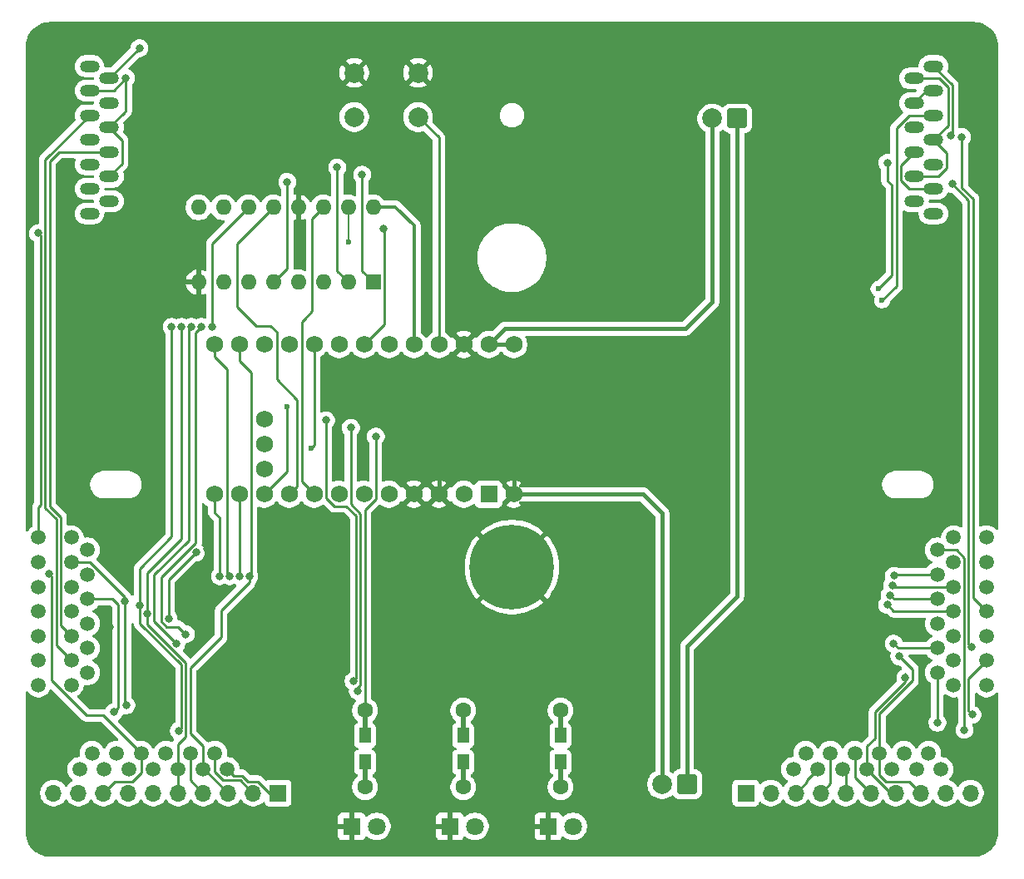
<source format=gbl>
G04 #@! TF.GenerationSoftware,KiCad,Pcbnew,9.0.7*
G04 #@! TF.CreationDate,2026-02-20T16:37:26+01:00*
G04 #@! TF.ProjectId,nice_pillz,6e696365-5f70-4696-9c6c-7a2e6b696361,rev?*
G04 #@! TF.SameCoordinates,Original*
G04 #@! TF.FileFunction,Copper,L2,Bot*
G04 #@! TF.FilePolarity,Positive*
%FSLAX46Y46*%
G04 Gerber Fmt 4.6, Leading zero omitted, Abs format (unit mm)*
G04 Created by KiCad (PCBNEW 9.0.7) date 2026-02-20 16:37:26*
%MOMM*%
%LPD*%
G01*
G04 APERTURE LIST*
G04 Aperture macros list*
%AMRoundRect*
0 Rectangle with rounded corners*
0 $1 Rounding radius*
0 $2 $3 $4 $5 $6 $7 $8 $9 X,Y pos of 4 corners*
0 Add a 4 corners polygon primitive as box body*
4,1,4,$2,$3,$4,$5,$6,$7,$8,$9,$2,$3,0*
0 Add four circle primitives for the rounded corners*
1,1,$1+$1,$2,$3*
1,1,$1+$1,$4,$5*
1,1,$1+$1,$6,$7*
1,1,$1+$1,$8,$9*
0 Add four rect primitives between the rounded corners*
20,1,$1+$1,$2,$3,$4,$5,0*
20,1,$1+$1,$4,$5,$6,$7,0*
20,1,$1+$1,$6,$7,$8,$9,0*
20,1,$1+$1,$8,$9,$2,$3,0*%
G04 Aperture macros list end*
G04 #@! TA.AperFunction,ComponentPad*
%ADD10C,2.000000*%
G04 #@! TD*
G04 #@! TA.AperFunction,ComponentPad*
%ADD11R,1.800000X1.800000*%
G04 #@! TD*
G04 #@! TA.AperFunction,ComponentPad*
%ADD12C,1.800000*%
G04 #@! TD*
G04 #@! TA.AperFunction,ComponentPad*
%ADD13C,8.600000*%
G04 #@! TD*
G04 #@! TA.AperFunction,ComponentPad*
%ADD14C,1.752600*%
G04 #@! TD*
G04 #@! TA.AperFunction,ComponentPad*
%ADD15O,2.000000X1.200000*%
G04 #@! TD*
G04 #@! TA.AperFunction,ComponentPad*
%ADD16C,1.511200*%
G04 #@! TD*
G04 #@! TA.AperFunction,ComponentPad*
%ADD17R,1.700000X1.700000*%
G04 #@! TD*
G04 #@! TA.AperFunction,ComponentPad*
%ADD18O,1.700000X1.700000*%
G04 #@! TD*
G04 #@! TA.AperFunction,SMDPad,CuDef*
%ADD19R,1.200000X1.500000*%
G04 #@! TD*
G04 #@! TA.AperFunction,SMDPad,CuDef*
%ADD20R,0.500000X2.900000*%
G04 #@! TD*
G04 #@! TA.AperFunction,ComponentPad*
%ADD21C,1.600000*%
G04 #@! TD*
G04 #@! TA.AperFunction,ComponentPad*
%ADD22R,1.752600X1.752600*%
G04 #@! TD*
G04 #@! TA.AperFunction,ComponentPad*
%ADD23RoundRect,0.250000X0.750000X0.750000X-0.750000X0.750000X-0.750000X-0.750000X0.750000X-0.750000X0*%
G04 #@! TD*
G04 #@! TA.AperFunction,ComponentPad*
%ADD24R,1.600000X1.600000*%
G04 #@! TD*
G04 #@! TA.AperFunction,ComponentPad*
%ADD25O,1.600000X1.600000*%
G04 #@! TD*
G04 #@! TA.AperFunction,ViaPad*
%ADD26C,0.600000*%
G04 #@! TD*
G04 #@! TA.AperFunction,ViaPad*
%ADD27C,0.800000*%
G04 #@! TD*
G04 #@! TA.AperFunction,Conductor*
%ADD28C,0.250000*%
G04 #@! TD*
G04 #@! TA.AperFunction,Conductor*
%ADD29C,0.200000*%
G04 #@! TD*
G04 #@! TA.AperFunction,Conductor*
%ADD30C,0.375000*%
G04 #@! TD*
G04 #@! TA.AperFunction,Conductor*
%ADD31C,0.400000*%
G04 #@! TD*
G04 APERTURE END LIST*
D10*
X140450000Y-55675000D03*
X133950000Y-55675000D03*
X140450000Y-60175000D03*
X133950000Y-60175000D03*
D11*
X133700000Y-132400000D03*
D12*
X136240000Y-132400000D03*
D11*
X143700000Y-132400000D03*
D12*
X146240000Y-132400000D03*
D11*
X153700000Y-132400000D03*
D12*
X156240000Y-132400000D03*
D13*
X150000000Y-106000000D03*
D14*
X150177500Y-83343750D03*
X150177500Y-98583750D03*
D15*
X192900000Y-55000000D03*
X190900000Y-56250000D03*
X192900000Y-57500000D03*
X190900000Y-58750000D03*
X192900000Y-60000000D03*
X190900000Y-61250000D03*
X192900000Y-62500000D03*
X190900000Y-63750000D03*
X192900000Y-65000000D03*
X190900000Y-66250000D03*
X192900000Y-67500000D03*
X190900000Y-68750000D03*
X192900000Y-70000000D03*
X107000000Y-70000000D03*
X109000000Y-68750000D03*
X107000000Y-67500000D03*
X109000000Y-66250000D03*
X107000000Y-65000000D03*
X109000000Y-63750000D03*
X107000000Y-62500000D03*
X109000000Y-61250000D03*
X107000000Y-60000000D03*
X109000000Y-58750000D03*
X107000000Y-57500000D03*
X109000000Y-56250000D03*
X107000000Y-55000000D03*
D16*
X198300000Y-103000000D03*
X194950000Y-103000000D03*
X193300000Y-104250000D03*
X198300000Y-105500000D03*
X194950000Y-105500000D03*
X193300000Y-106750000D03*
X198300000Y-108000000D03*
X194950000Y-108000000D03*
X193300000Y-109250000D03*
X198300000Y-110500000D03*
X194950000Y-110500000D03*
X193300000Y-111750000D03*
X198300000Y-113000000D03*
X194950000Y-113000000D03*
X193300000Y-114250000D03*
X198300000Y-115500000D03*
X194950000Y-115500000D03*
X193300000Y-116750000D03*
X198300000Y-118000000D03*
X194950000Y-118000000D03*
X101800000Y-118000000D03*
X105150000Y-118000000D03*
X106800000Y-116750000D03*
X101800000Y-115500000D03*
X105150000Y-115500000D03*
X106800000Y-114250000D03*
X101800000Y-113000000D03*
X105150000Y-113000000D03*
X106800000Y-111750000D03*
X101800000Y-110500000D03*
X105150000Y-110500000D03*
X106800000Y-109250000D03*
X101800000Y-108000000D03*
X105150000Y-108000000D03*
X106800000Y-106750000D03*
X101800000Y-105500000D03*
X105150000Y-105500000D03*
X106800000Y-104250000D03*
X101800000Y-103000000D03*
X105150000Y-103000000D03*
D17*
X173800000Y-129000000D03*
D18*
X176340000Y-129000000D03*
X178880000Y-129000000D03*
X181420000Y-129000000D03*
X183960000Y-129000000D03*
X186500000Y-129000000D03*
X189040000Y-129000000D03*
X191580000Y-129000000D03*
X194120000Y-129000000D03*
X196660000Y-129000000D03*
D17*
X126200000Y-129000000D03*
D18*
X123660000Y-129000000D03*
X121120000Y-129000000D03*
X118580000Y-129000000D03*
X116040000Y-129000000D03*
X113500000Y-129000000D03*
X110960000Y-129000000D03*
X108420000Y-129000000D03*
X105880000Y-129000000D03*
X103340000Y-129000000D03*
D19*
X154940000Y-125850000D03*
D20*
X154940000Y-127000000D03*
D21*
X154940000Y-128400000D03*
X154940000Y-120600000D03*
D20*
X154940000Y-122000000D03*
D19*
X154940000Y-123150000D03*
D16*
X178657000Y-126590000D03*
X179907000Y-124940000D03*
X181157000Y-126590000D03*
X182407000Y-124940000D03*
X183657000Y-126590000D03*
X184907000Y-124940000D03*
X186157000Y-126590000D03*
X187407000Y-124940000D03*
X188657000Y-126590000D03*
X189907000Y-124940000D03*
X191157000Y-126590000D03*
X192407000Y-124940000D03*
X193657000Y-126590000D03*
X106013000Y-126590000D03*
X107263000Y-124940000D03*
X108513000Y-126590000D03*
X109763000Y-124940000D03*
X111013000Y-126590000D03*
X112263000Y-124940000D03*
X113513000Y-126590000D03*
X114763000Y-124940000D03*
X116013000Y-126590000D03*
X117263000Y-124940000D03*
X118513000Y-126590000D03*
X119763000Y-124940000D03*
X121013000Y-126590000D03*
D22*
X147637500Y-98583750D03*
D14*
X145097500Y-98583750D03*
X142557500Y-98583750D03*
X140017500Y-98583750D03*
X137477500Y-98583750D03*
X134937500Y-98583750D03*
X132397500Y-98583750D03*
X129857500Y-98583750D03*
X127317500Y-98583750D03*
X124777500Y-98583750D03*
X122237500Y-98583750D03*
X119697500Y-98583750D03*
X119697500Y-83343750D03*
X122237500Y-83343750D03*
X124777500Y-83343750D03*
X127317500Y-83343750D03*
X129857500Y-83343750D03*
X132397500Y-83343750D03*
X134937500Y-83343750D03*
X137477500Y-83343750D03*
X140017500Y-83343750D03*
X142557500Y-83343750D03*
X145097500Y-83343750D03*
X147637500Y-83343750D03*
X124777500Y-96043750D03*
X124777500Y-93503750D03*
X124777500Y-90963750D03*
D19*
X145040000Y-125850000D03*
D20*
X145040000Y-127000000D03*
D21*
X145040000Y-128400000D03*
X145040000Y-120600000D03*
D20*
X145040000Y-122000000D03*
D19*
X145040000Y-123150000D03*
D23*
X167825000Y-128100000D03*
D10*
X165285000Y-128100000D03*
D23*
X172925000Y-60325000D03*
D10*
X170385000Y-60325000D03*
D19*
X135040000Y-125850000D03*
D20*
X135040000Y-127000000D03*
D21*
X135040000Y-128400000D03*
X135040000Y-120600000D03*
D20*
X135040000Y-122000000D03*
D19*
X135040000Y-123150000D03*
D24*
X135875000Y-76993750D03*
D25*
X133335000Y-76993750D03*
X130795000Y-76993750D03*
X128255000Y-76993750D03*
X125715000Y-76993750D03*
X123175000Y-76993750D03*
X120635000Y-76993750D03*
X118095000Y-76993750D03*
X118095000Y-69373750D03*
X120635000Y-69373750D03*
X123175000Y-69373750D03*
X125715000Y-69373750D03*
X128255000Y-69373750D03*
X130795000Y-69373750D03*
X133335000Y-69373750D03*
X135875000Y-69373750D03*
D26*
X187675000Y-78850000D03*
D27*
X112089000Y-53161000D03*
X136960778Y-71573222D03*
D26*
X133387500Y-72862500D03*
D27*
X110700000Y-56200000D03*
X194700000Y-62100000D03*
X194800000Y-67000000D03*
X115850202Y-113776500D03*
X188849000Y-113792000D03*
X196754611Y-114120369D03*
X117363997Y-81534000D03*
X116800000Y-112825000D03*
X188214000Y-109855000D03*
X195800000Y-62200000D03*
X118364000Y-81534000D03*
X116363994Y-81534000D03*
X112866000Y-110725000D03*
X127127000Y-66775000D03*
X189425980Y-115100000D03*
X117850000Y-104500000D03*
X188883961Y-106888534D03*
X115061302Y-111241996D03*
X101756698Y-72009000D03*
X132210000Y-65315000D03*
X188466968Y-108843064D03*
X134750000Y-66040000D03*
X188713187Y-107873847D03*
D26*
X129575000Y-93875000D03*
D27*
X193300000Y-121845500D03*
X196850000Y-121031000D03*
X196050000Y-122570000D03*
X123268911Y-106933227D03*
X110625000Y-109475000D03*
X110744314Y-120075000D03*
X121269003Y-106923560D03*
X102895869Y-106700000D03*
X120269000Y-106923560D03*
X109474000Y-120777000D03*
X122268915Y-106936978D03*
X190037701Y-117262299D03*
X116088000Y-122655390D03*
X112141000Y-109900000D03*
X115363991Y-81534000D03*
X114400000Y-118100000D03*
X118950000Y-104125000D03*
X177546000Y-117856000D03*
X147701000Y-89789000D03*
X109093000Y-112141000D03*
X125603000Y-119126000D03*
X111725000Y-113375000D03*
X128397000Y-73279000D03*
X161544000Y-74930000D03*
X181102000Y-58928000D03*
D26*
X128675000Y-104000000D03*
X159600000Y-107475000D03*
X139750000Y-106200000D03*
D27*
X167894000Y-98806000D03*
D26*
X155125000Y-102025000D03*
D27*
X162814000Y-54102000D03*
D26*
X144500000Y-102100000D03*
D27*
X136144000Y-92710000D03*
X134315000Y-118618000D03*
X133604000Y-91821000D03*
X133865000Y-117602000D03*
X131064000Y-91059000D03*
X119507000Y-81534000D03*
D26*
X127125000Y-89675000D03*
D27*
X188214000Y-64850000D03*
D26*
X187300000Y-77675000D03*
D28*
X142557500Y-83343750D02*
X142557500Y-62282500D01*
D29*
X140450000Y-60175000D02*
X142557500Y-62282500D01*
D30*
X135875000Y-69373750D02*
X138148750Y-69373750D01*
X138148750Y-69373750D02*
X140017500Y-71242500D01*
X140017500Y-71242500D02*
X140017500Y-83343750D01*
D28*
X142557500Y-62282500D02*
X142557500Y-62257500D01*
X142557500Y-62257500D02*
X140500000Y-60200000D01*
X110625000Y-109475000D02*
X110625000Y-109047491D01*
X110625000Y-109047491D02*
X107077509Y-105500000D01*
X107077509Y-105500000D02*
X105150000Y-105500000D01*
X110625000Y-109475000D02*
X110625000Y-119955686D01*
X110625000Y-119955686D02*
X110744314Y-120075000D01*
X115363991Y-102911009D02*
X115363991Y-81534000D01*
X112141000Y-111729000D02*
X116363000Y-115951000D01*
X112141000Y-109900000D02*
X112141000Y-106134000D01*
X112141000Y-106134000D02*
X115363991Y-102911009D01*
X116363000Y-115951000D02*
X116363000Y-122380390D01*
X112141000Y-109900000D02*
X112141000Y-111729000D01*
X116363000Y-122380390D02*
X116088000Y-122655390D01*
X112866000Y-110725000D02*
X112866000Y-106634000D01*
X116363994Y-103136006D02*
X116363994Y-81534000D01*
X116013000Y-124079000D02*
X116013000Y-126590000D01*
X112866000Y-110725000D02*
X112866000Y-111817604D01*
X112866000Y-111817604D02*
X116813000Y-115764604D01*
X116813000Y-115764604D02*
X116813000Y-123279000D01*
X116813000Y-123279000D02*
X116013000Y-124079000D01*
X112866000Y-106634000D02*
X116363994Y-103136006D01*
X116800000Y-112825000D02*
X116048080Y-112073080D01*
X117813997Y-103511003D02*
X117813997Y-82109305D01*
X117813997Y-82109305D02*
X118364000Y-81559302D01*
X118364000Y-81559302D02*
X118364000Y-81534000D01*
X116048080Y-112073080D02*
X114867080Y-112073080D01*
X114867080Y-112073080D02*
X114300000Y-111506000D01*
X114300000Y-111506000D02*
X114300000Y-107025000D01*
X114300000Y-107025000D02*
X117813997Y-103511003D01*
X115850202Y-113776500D02*
X113591000Y-111517298D01*
X113591000Y-111517298D02*
X113591000Y-106784000D01*
X113591000Y-106784000D02*
X117100000Y-103275000D01*
X117100000Y-103275000D02*
X117100000Y-81797997D01*
X117100000Y-81797997D02*
X117363997Y-81534000D01*
X117850000Y-104500000D02*
X115050000Y-107300000D01*
X115050000Y-107300000D02*
X115050000Y-111230694D01*
X115050000Y-111230694D02*
X115061302Y-111241996D01*
X109000000Y-56250000D02*
X112089000Y-53161000D01*
X190441852Y-60000000D02*
X192900000Y-60000000D01*
X189125480Y-77399520D02*
X187675000Y-78850000D01*
X189125480Y-61316372D02*
X190441852Y-60000000D01*
X189125480Y-76225000D02*
X189125480Y-77399520D01*
X189125480Y-76225000D02*
X189125480Y-61316372D01*
X194224520Y-65382948D02*
X194224520Y-63824520D01*
X137000000Y-71612444D02*
X137000000Y-81281250D01*
X190900000Y-66250000D02*
X193357468Y-66250000D01*
X193357468Y-66250000D02*
X194224520Y-65382948D01*
X194382141Y-61017859D02*
X194382141Y-57117859D01*
X137000000Y-81281250D02*
X134937500Y-83343750D01*
X194224520Y-63824520D02*
X192900000Y-62500000D01*
X194382141Y-57117859D02*
X193514282Y-56250000D01*
X193514282Y-56250000D02*
X190900000Y-56250000D01*
X136960778Y-71573222D02*
X137000000Y-71612444D01*
X192900000Y-62500000D02*
X194382141Y-61017859D01*
X189575480Y-65074520D02*
X189575480Y-66675480D01*
X109000000Y-61250000D02*
X110324520Y-62574520D01*
X107000000Y-57500000D02*
X109457468Y-57500000D01*
X189575480Y-66675480D02*
X190400000Y-67500000D01*
X110324520Y-62574520D02*
X110324520Y-64925480D01*
X194831661Y-56931661D02*
X192900000Y-55000000D01*
X190400000Y-67500000D02*
X192900000Y-67500000D01*
X109000000Y-61250000D02*
X110500000Y-59750000D01*
X109457468Y-57500000D02*
X110700000Y-56257468D01*
D29*
X133387500Y-72862500D02*
X133425000Y-72900000D01*
X133335000Y-72810000D02*
X133387500Y-72862500D01*
D28*
X194700000Y-62100000D02*
X194831661Y-61968339D01*
X190900000Y-63750000D02*
X189575480Y-65074520D01*
X194831661Y-61968339D02*
X194831661Y-56931661D01*
X110324520Y-64925480D02*
X109000000Y-66250000D01*
X110500000Y-59750000D02*
X110700000Y-59550000D01*
X110700000Y-56257468D02*
X110700000Y-56200000D01*
D29*
X133335000Y-69373750D02*
X133335000Y-72810000D01*
D28*
X110700000Y-59550000D02*
X110700000Y-56200000D01*
X196479631Y-113845389D02*
X196479631Y-68679631D01*
X196754611Y-114120369D02*
X196479631Y-113845389D01*
X193300000Y-114250000D02*
X189307000Y-114250000D01*
X196479631Y-68679631D02*
X194800000Y-67000000D01*
X189307000Y-114250000D02*
X188849000Y-113792000D01*
X198300000Y-110500000D02*
X196929151Y-109129151D01*
X195800000Y-67363604D02*
X195800000Y-62200000D01*
X196929151Y-109129151D02*
X196929151Y-69469000D01*
X188859000Y-110500000D02*
X188214000Y-109855000D01*
X196929631Y-69468520D02*
X196929631Y-68493235D01*
X196929631Y-68493235D02*
X195800000Y-67363604D01*
X196929151Y-69469000D02*
X196929631Y-69468520D01*
X194950000Y-110500000D02*
X188859000Y-110500000D01*
X187407000Y-120918305D02*
X187407000Y-124940000D01*
X191580000Y-129000000D02*
X190405000Y-127825000D01*
X188065000Y-127825000D02*
X187407000Y-127167000D01*
X189425980Y-115100000D02*
X190762701Y-116436721D01*
X187407000Y-127167000D02*
X187407000Y-124940000D01*
X127130000Y-69215000D02*
X127127000Y-69212000D01*
X190405000Y-127825000D02*
X188065000Y-127825000D01*
X116040000Y-126617000D02*
X116013000Y-126590000D01*
X190762701Y-116436721D02*
X190762701Y-117562604D01*
X116040000Y-129000000D02*
X116040000Y-126617000D01*
X125715000Y-76993750D02*
X127130000Y-75578750D01*
X192150000Y-57500000D02*
X190900000Y-58750000D01*
X192900000Y-57500000D02*
X192150000Y-57500000D01*
X190762701Y-117562604D02*
X187407000Y-120918305D01*
X127127000Y-69212000D02*
X127127000Y-66775000D01*
X127130000Y-75578750D02*
X127130000Y-69215000D01*
X189022495Y-106750000D02*
X188883961Y-106888534D01*
X101800000Y-103000000D02*
X101800000Y-99926698D01*
X193300000Y-106750000D02*
X189022495Y-106750000D01*
X102031698Y-99695000D02*
X102031698Y-72284000D01*
X102031698Y-72284000D02*
X101756698Y-72009000D01*
X101800000Y-99926698D02*
X102031698Y-99695000D01*
X103620369Y-113970369D02*
X105150000Y-115500000D01*
X103620369Y-101120369D02*
X103620369Y-113970369D01*
X193300000Y-109250000D02*
X188873904Y-109250000D01*
X132210000Y-75868750D02*
X133335000Y-76993750D01*
X102481698Y-99981698D02*
X103620369Y-101120369D01*
X102481698Y-64518302D02*
X102481698Y-99981698D01*
X107000000Y-60000000D02*
X102481698Y-64518302D01*
X132210000Y-65315000D02*
X132210000Y-75868750D01*
X188873904Y-109250000D02*
X188466968Y-108843064D01*
X188839340Y-108000000D02*
X188713187Y-107873847D01*
X103886396Y-63750000D02*
X102931698Y-64704698D01*
X135875000Y-76993750D02*
X134750000Y-75868750D01*
X194950000Y-108000000D02*
X188839340Y-108000000D01*
X134750000Y-75868750D02*
X134750000Y-66040000D01*
X102931698Y-64704698D02*
X102931698Y-99795302D01*
X104069889Y-100933493D02*
X104069889Y-111919889D01*
X109000000Y-63750000D02*
X103886396Y-63750000D01*
X104069889Y-111919889D02*
X105150000Y-113000000D01*
X102931698Y-99795302D02*
X104069889Y-100933493D01*
X178880000Y-129000000D02*
X180055000Y-127825000D01*
X129575000Y-93875000D02*
X129857500Y-93592500D01*
X180055000Y-127692000D02*
X181157000Y-126590000D01*
X180055000Y-127825000D02*
X180055000Y-127692000D01*
X129857500Y-93592500D02*
X129857500Y-83343750D01*
X193300000Y-121845500D02*
X193300000Y-116750000D01*
X183960000Y-129000000D02*
X183960000Y-126893000D01*
X183960000Y-126893000D02*
X183657000Y-126590000D01*
X181420000Y-129000000D02*
X182407000Y-128013000D01*
X196480111Y-120661111D02*
X196850000Y-121031000D01*
X198300000Y-115500000D02*
X196480111Y-117319889D01*
X182407000Y-128013000D02*
X182407000Y-124940000D01*
X196480111Y-117319889D02*
X196480111Y-120661111D01*
X195227509Y-104250000D02*
X196030111Y-105052602D01*
X184907000Y-127407000D02*
X184907000Y-124940000D01*
X196030111Y-105052602D02*
X196030111Y-122550111D01*
X193300000Y-104250000D02*
X195227509Y-104250000D01*
X196030111Y-122550111D02*
X196050000Y-122570000D01*
X186500000Y-129000000D02*
X184907000Y-127407000D01*
X120398193Y-113151283D02*
X117263000Y-116286476D01*
X123268911Y-107537731D02*
X123268911Y-106933227D01*
X123439800Y-106762338D02*
X123439800Y-86189800D01*
X117263000Y-116286476D02*
X117263000Y-122956000D01*
X123268911Y-106933227D02*
X123439800Y-106762338D01*
X122237500Y-84987500D02*
X122237500Y-83343750D01*
X123439800Y-86189800D02*
X122237500Y-84987500D01*
X120398193Y-110408449D02*
X123268911Y-107537731D01*
X118513000Y-124206000D02*
X118513000Y-126590000D01*
X120398193Y-110408449D02*
X120398193Y-113151283D01*
X118710000Y-126590000D02*
X118513000Y-126590000D01*
X121120000Y-129000000D02*
X118710000Y-126590000D01*
X117263000Y-122956000D02*
X118513000Y-124206000D01*
X124146701Y-127825000D02*
X123121396Y-127825000D01*
X122516996Y-127220600D02*
X121643600Y-127220600D01*
X126200000Y-129000000D02*
X125321701Y-129000000D01*
X123121396Y-127825000D02*
X122516996Y-127220600D01*
X121643600Y-127220600D02*
X121013000Y-126590000D01*
X125321701Y-129000000D02*
X124146701Y-127825000D01*
X109595000Y-127825000D02*
X111325000Y-127825000D01*
X111325000Y-127825000D02*
X112263000Y-126887000D01*
X103170849Y-106974980D02*
X102895869Y-106700000D01*
X121269003Y-106923560D02*
X121035200Y-106689757D01*
X121269003Y-106923560D02*
X121000000Y-106654557D01*
X121000000Y-106654557D02*
X121000000Y-85875000D01*
X108420000Y-129000000D02*
X109595000Y-127825000D01*
X112263000Y-124940000D02*
X108413000Y-121090000D01*
X108413000Y-121090000D02*
X106711800Y-121090000D01*
X119697500Y-84572500D02*
X119697500Y-83343750D01*
X121269003Y-106923560D02*
X120995000Y-106649557D01*
X112263000Y-126887000D02*
X112263000Y-124940000D01*
X121000000Y-85875000D02*
X119697500Y-84572500D01*
X103170849Y-117549049D02*
X103170849Y-106974980D01*
X106711800Y-121090000D02*
X103170849Y-117549049D01*
X119763000Y-126868200D02*
X119763000Y-124940000D01*
X120269000Y-106923560D02*
X120269000Y-100969000D01*
X109957383Y-109855000D02*
X109957383Y-120293617D01*
X122330600Y-127670600D02*
X120565400Y-127670600D01*
X109352383Y-109250000D02*
X109957383Y-109855000D01*
X120269000Y-100969000D02*
X119697500Y-100397500D01*
X106800000Y-109250000D02*
X109352383Y-109250000D01*
X120565400Y-127670600D02*
X119763000Y-126868200D01*
X119697500Y-100397500D02*
X119697500Y-98583750D01*
X109957383Y-120293617D02*
X109474000Y-120777000D01*
X119697500Y-98583750D02*
X119792750Y-98583750D01*
X123660000Y-129000000D02*
X122330600Y-127670600D01*
X122237500Y-106905563D02*
X122237500Y-98583750D01*
X122268915Y-106936978D02*
X122237500Y-106905563D01*
X188567000Y-129000000D02*
X186157000Y-126590000D01*
X189040000Y-129000000D02*
X188567000Y-129000000D01*
X186957000Y-123444000D02*
X186957000Y-120731909D01*
X186157000Y-126590000D02*
X186157000Y-124244000D01*
X186957000Y-120731909D02*
X190037701Y-117651208D01*
X118580000Y-129000000D02*
X117263000Y-127683000D01*
X186157000Y-124244000D02*
X186957000Y-123444000D01*
X117263000Y-127683000D02*
X117263000Y-124940000D01*
X190037701Y-117651208D02*
X190037701Y-117262299D01*
X190037701Y-117262299D02*
X190037701Y-116873419D01*
D31*
X150177500Y-97077500D02*
X150177500Y-98082750D01*
X143300000Y-96275000D02*
X149350000Y-96275000D01*
X149350000Y-96275000D02*
X149362500Y-96262500D01*
X149362500Y-96262500D02*
X150177500Y-97077500D01*
X142557500Y-98583750D02*
X142557500Y-97017500D01*
X142557500Y-97017500D02*
X143300000Y-96275000D01*
D28*
X135040000Y-120600000D02*
X135040000Y-110363604D01*
X136144000Y-99076145D02*
X136144000Y-98171000D01*
X135040000Y-100180145D02*
X136144000Y-99076145D01*
X135040000Y-110363604D02*
X135040000Y-100180145D01*
X136144000Y-92710000D02*
X136144000Y-98171000D01*
X134590000Y-118013000D02*
X134315000Y-118288000D01*
X134315000Y-118288000D02*
X134315000Y-118618000D01*
X133604000Y-91821000D02*
X133604000Y-99597258D01*
X133604000Y-99597258D02*
X134590000Y-100583258D01*
X134590000Y-100583258D02*
X134590000Y-118013000D01*
X133155396Y-99785050D02*
X134140000Y-100769654D01*
X131500428Y-99385572D02*
X131627428Y-99512572D01*
X131627428Y-99512572D02*
X131899905Y-99785050D01*
X131064000Y-98949145D02*
X131500428Y-99385572D01*
X131064000Y-91059000D02*
X131064000Y-98949145D01*
X134140000Y-100769654D02*
X134140000Y-117327000D01*
X131899905Y-99785050D02*
X133155396Y-99785050D01*
X134140000Y-117327000D02*
X133865000Y-117602000D01*
X130795000Y-69373750D02*
X129670000Y-70498750D01*
X129670000Y-70498750D02*
X129670000Y-79955000D01*
X129670000Y-79955000D02*
X128887500Y-80737500D01*
X128600000Y-81025000D02*
X128600000Y-97326250D01*
X128887500Y-80737500D02*
X128625000Y-81000000D01*
X128887500Y-80737500D02*
X128600000Y-81025000D01*
X128600000Y-97326250D02*
X129857500Y-98583750D01*
X128100000Y-88950000D02*
X128100000Y-97801250D01*
X122047000Y-79475000D02*
X123997000Y-81425000D01*
X126050000Y-86700000D02*
X126050000Y-86900000D01*
X125425000Y-81425000D02*
X126050000Y-82050000D01*
X126050000Y-82050000D02*
X126050000Y-86700000D01*
X123997000Y-81425000D02*
X125425000Y-81425000D01*
X122047000Y-73041750D02*
X122047000Y-79475000D01*
X126050000Y-86900000D02*
X128100000Y-88950000D01*
X128100000Y-97801250D02*
X127317500Y-98583750D01*
X125715000Y-69373750D02*
X122047000Y-73041750D01*
X119510000Y-81531000D02*
X119507000Y-81534000D01*
X119510000Y-73038750D02*
X119510000Y-79502000D01*
X124777500Y-98583750D02*
X127125000Y-96236250D01*
X127125000Y-96236250D02*
X127125000Y-89675000D01*
X119510000Y-79502000D02*
X119510000Y-81531000D01*
X123175000Y-69373750D02*
X119510000Y-73038750D01*
X124777500Y-98583750D02*
X124572791Y-98583750D01*
D31*
X167825000Y-114050000D02*
X172925000Y-108950000D01*
X167825000Y-128100000D02*
X167825000Y-114050000D01*
X172925000Y-60325000D02*
X172925000Y-108950000D01*
X170385000Y-78990000D02*
X170385000Y-60325000D01*
X149256250Y-81725000D02*
X167650000Y-81725000D01*
X147637500Y-83343750D02*
X150177500Y-83343750D01*
X167650000Y-81725000D02*
X170385000Y-78990000D01*
X147637500Y-83343750D02*
X149256250Y-81725000D01*
X150177500Y-98583750D02*
X163358750Y-98583750D01*
X165300000Y-100525000D02*
X165300000Y-128085000D01*
X163358750Y-98583750D02*
X165300000Y-100525000D01*
X165300000Y-128085000D02*
X165285000Y-128100000D01*
D28*
X188214000Y-64850000D02*
X188314000Y-64950000D01*
X188214000Y-64850000D02*
X188214000Y-66675000D01*
X188214000Y-66675000D02*
X188675480Y-67136480D01*
X188675480Y-67136480D02*
X188675480Y-76299520D01*
X188675480Y-76299520D02*
X187300000Y-77675000D01*
G04 #@! TA.AperFunction,Conductor*
G36*
X197003801Y-50500730D02*
G01*
X197033105Y-50502502D01*
X197293684Y-50518264D01*
X197308765Y-50520095D01*
X197590682Y-50571758D01*
X197605429Y-50575393D01*
X197879071Y-50660663D01*
X197893283Y-50666054D01*
X198154624Y-50783674D01*
X198168090Y-50790740D01*
X198413367Y-50939016D01*
X198425866Y-50947643D01*
X198651485Y-51124404D01*
X198662865Y-51134487D01*
X198865512Y-51337134D01*
X198875596Y-51348515D01*
X199052353Y-51574130D01*
X199060985Y-51586635D01*
X199201633Y-51819295D01*
X199209255Y-51831903D01*
X199216325Y-51845375D01*
X199333943Y-52106711D01*
X199339339Y-52120937D01*
X199412556Y-52355899D01*
X199424602Y-52394554D01*
X199428243Y-52409328D01*
X199479902Y-52691222D01*
X199481736Y-52706326D01*
X199499270Y-52996197D01*
X199499500Y-53003805D01*
X199499500Y-102112566D01*
X199479498Y-102180687D01*
X199425842Y-102227180D01*
X199355568Y-102237284D01*
X199290988Y-102207790D01*
X199271567Y-102186631D01*
X199264202Y-102176494D01*
X199264198Y-102176490D01*
X199264196Y-102176487D01*
X199123511Y-102035802D01*
X199123508Y-102035800D01*
X199123507Y-102035799D01*
X199123506Y-102035798D01*
X198962533Y-101918845D01*
X198785246Y-101828512D01*
X198785243Y-101828511D01*
X198785241Y-101828510D01*
X198596016Y-101767027D01*
X198596012Y-101767026D01*
X198596011Y-101767026D01*
X198399487Y-101735900D01*
X198200513Y-101735900D01*
X198003989Y-101767026D01*
X198003983Y-101767027D01*
X197814758Y-101828510D01*
X197814754Y-101828512D01*
X197745852Y-101863619D01*
X197676077Y-101876723D01*
X197610293Y-101850023D01*
X197569386Y-101791996D01*
X197562651Y-101751352D01*
X197562651Y-69541975D01*
X197563131Y-69532204D01*
X197563131Y-68430842D01*
X197563130Y-68430838D01*
X197538786Y-68308450D01*
X197491031Y-68193160D01*
X197421702Y-68089402D01*
X197333464Y-68001164D01*
X196470405Y-67138105D01*
X196436379Y-67075793D01*
X196433500Y-67049010D01*
X196433500Y-62903503D01*
X196453502Y-62835382D01*
X196470405Y-62814408D01*
X196482887Y-62801926D01*
X196505678Y-62779135D01*
X196605102Y-62630336D01*
X196673587Y-62465000D01*
X196708500Y-62289479D01*
X196708500Y-62110521D01*
X196673587Y-61935000D01*
X196605102Y-61769664D01*
X196505678Y-61620865D01*
X196379135Y-61494322D01*
X196230336Y-61394898D01*
X196100238Y-61341009D01*
X196065003Y-61326414D01*
X196065001Y-61326413D01*
X196065000Y-61326413D01*
X195952442Y-61304024D01*
X195889481Y-61291500D01*
X195889479Y-61291500D01*
X195710521Y-61291500D01*
X195710515Y-61291500D01*
X195615742Y-61310352D01*
X195545028Y-61304024D01*
X195488961Y-61260469D01*
X195465342Y-61193517D01*
X195465161Y-61186773D01*
X195465161Y-56869268D01*
X195465160Y-56869264D01*
X195440816Y-56746876D01*
X195393061Y-56631586D01*
X195323732Y-56527828D01*
X195235494Y-56439590D01*
X194355811Y-55559907D01*
X194321785Y-55497595D01*
X194326584Y-55430492D01*
X194325758Y-55430224D01*
X194326842Y-55426886D01*
X194326850Y-55426780D01*
X194327004Y-55426387D01*
X194327287Y-55425517D01*
X194327288Y-55425516D01*
X194381205Y-55259574D01*
X194408500Y-55087241D01*
X194408500Y-54912759D01*
X194381205Y-54740426D01*
X194327288Y-54574484D01*
X194248074Y-54419019D01*
X194145517Y-54277861D01*
X194145514Y-54277858D01*
X194145512Y-54277855D01*
X194022144Y-54154487D01*
X194022141Y-54154485D01*
X194022139Y-54154483D01*
X193880981Y-54051926D01*
X193725516Y-53972712D01*
X193725513Y-53972711D01*
X193725511Y-53972710D01*
X193559577Y-53918796D01*
X193559574Y-53918795D01*
X193387241Y-53891500D01*
X192412759Y-53891500D01*
X192240426Y-53918795D01*
X192240423Y-53918795D01*
X192240422Y-53918796D01*
X192074488Y-53972710D01*
X192074482Y-53972713D01*
X191919015Y-54051928D01*
X191777858Y-54154485D01*
X191777855Y-54154487D01*
X191654487Y-54277855D01*
X191654485Y-54277858D01*
X191551928Y-54419015D01*
X191472713Y-54574482D01*
X191472710Y-54574488D01*
X191418796Y-54740422D01*
X191418795Y-54740426D01*
X191395955Y-54884637D01*
X191391500Y-54912762D01*
X191391500Y-55015500D01*
X191371498Y-55083621D01*
X191317842Y-55130114D01*
X191265500Y-55141500D01*
X190412759Y-55141500D01*
X190240426Y-55168795D01*
X190240423Y-55168795D01*
X190240422Y-55168796D01*
X190074488Y-55222710D01*
X190074482Y-55222713D01*
X189919015Y-55301928D01*
X189777858Y-55404485D01*
X189777855Y-55404487D01*
X189654487Y-55527855D01*
X189654485Y-55527858D01*
X189551928Y-55669015D01*
X189472713Y-55824482D01*
X189472710Y-55824488D01*
X189418796Y-55990422D01*
X189418795Y-55990426D01*
X189391500Y-56162759D01*
X189391500Y-56337241D01*
X189418795Y-56509574D01*
X189418796Y-56509577D01*
X189465878Y-56654485D01*
X189472712Y-56675516D01*
X189551926Y-56830981D01*
X189551928Y-56830984D01*
X189557403Y-56838520D01*
X189654483Y-56972139D01*
X189654485Y-56972141D01*
X189654487Y-56972144D01*
X189777855Y-57095512D01*
X189777858Y-57095514D01*
X189777861Y-57095517D01*
X189919019Y-57198074D01*
X190074484Y-57277288D01*
X190240426Y-57331205D01*
X190412759Y-57358500D01*
X190412762Y-57358500D01*
X191091405Y-57358500D01*
X191112992Y-57364838D01*
X191135437Y-57366444D01*
X191146393Y-57374645D01*
X191159526Y-57378502D01*
X191174261Y-57395507D01*
X191192273Y-57408991D01*
X191197055Y-57421813D01*
X191206019Y-57432158D01*
X191209221Y-57454430D01*
X191217084Y-57475511D01*
X191214175Y-57488883D01*
X191216123Y-57502432D01*
X191206775Y-57522898D01*
X191201993Y-57544885D01*
X191188507Y-57562898D01*
X191186629Y-57567012D01*
X191180500Y-57573595D01*
X191149500Y-57604595D01*
X191087188Y-57638621D01*
X191060405Y-57641500D01*
X190412759Y-57641500D01*
X190240426Y-57668795D01*
X190240423Y-57668795D01*
X190240422Y-57668796D01*
X190074488Y-57722710D01*
X190074482Y-57722713D01*
X189919015Y-57801928D01*
X189777858Y-57904485D01*
X189777855Y-57904487D01*
X189654487Y-58027855D01*
X189654485Y-58027858D01*
X189551928Y-58169015D01*
X189472713Y-58324482D01*
X189472710Y-58324488D01*
X189418796Y-58490422D01*
X189418795Y-58490426D01*
X189391500Y-58662759D01*
X189391500Y-58837241D01*
X189418795Y-59009574D01*
X189418796Y-59009577D01*
X189472343Y-59174382D01*
X189472712Y-59175516D01*
X189551926Y-59330981D01*
X189551928Y-59330984D01*
X189560134Y-59342278D01*
X189654483Y-59472139D01*
X189654485Y-59472141D01*
X189654487Y-59472144D01*
X189775050Y-59592707D01*
X189809076Y-59655019D01*
X189804011Y-59725834D01*
X189775050Y-59770897D01*
X188721647Y-60824301D01*
X188633411Y-60912536D01*
X188633406Y-60912543D01*
X188564081Y-61016295D01*
X188518828Y-61125545D01*
X188516325Y-61131587D01*
X188507410Y-61176405D01*
X188491980Y-61253975D01*
X188491980Y-63825463D01*
X188471978Y-63893584D01*
X188418322Y-63940077D01*
X188348048Y-63950181D01*
X188341400Y-63949042D01*
X188303486Y-63941500D01*
X188303479Y-63941500D01*
X188124521Y-63941500D01*
X188124518Y-63941500D01*
X187993771Y-63967507D01*
X187949000Y-63976413D01*
X187948999Y-63976413D01*
X187948996Y-63976414D01*
X187783662Y-64044899D01*
X187634869Y-64144319D01*
X187634862Y-64144324D01*
X187508324Y-64270862D01*
X187508319Y-64270869D01*
X187408899Y-64419662D01*
X187340414Y-64584996D01*
X187305500Y-64760518D01*
X187305500Y-64939481D01*
X187318022Y-65002432D01*
X187340322Y-65114544D01*
X187340414Y-65115003D01*
X187348099Y-65133556D01*
X187408898Y-65280336D01*
X187508322Y-65429135D01*
X187508324Y-65429137D01*
X187543595Y-65464408D01*
X187577621Y-65526720D01*
X187580500Y-65553503D01*
X187580500Y-66612606D01*
X187580500Y-66737394D01*
X187604845Y-66859785D01*
X187652600Y-66975075D01*
X187721929Y-67078833D01*
X187721931Y-67078835D01*
X188005075Y-67361979D01*
X188039101Y-67424291D01*
X188041980Y-67451074D01*
X188041980Y-75984924D01*
X188021978Y-76053045D01*
X188005075Y-76074020D01*
X187237691Y-76841403D01*
X187175379Y-76875428D01*
X187173179Y-76875886D01*
X187064168Y-76897570D01*
X186917032Y-76958517D01*
X186784609Y-77046998D01*
X186784603Y-77047003D01*
X186672003Y-77159603D01*
X186671998Y-77159609D01*
X186613105Y-77247750D01*
X186583517Y-77292032D01*
X186541384Y-77393750D01*
X186522571Y-77439167D01*
X186522570Y-77439170D01*
X186491500Y-77595367D01*
X186491500Y-77754632D01*
X186503334Y-77814126D01*
X186522570Y-77910831D01*
X186583517Y-78057968D01*
X186659083Y-78171061D01*
X186671998Y-78190390D01*
X186672003Y-78190396D01*
X186784603Y-78302996D01*
X186784609Y-78303001D01*
X186784611Y-78303003D01*
X186888055Y-78372121D01*
X186933582Y-78426597D01*
X186942431Y-78497040D01*
X186934462Y-78525104D01*
X186897571Y-78614166D01*
X186897570Y-78614170D01*
X186866500Y-78770367D01*
X186866500Y-78770370D01*
X186866500Y-78929630D01*
X186897570Y-79085831D01*
X186958517Y-79232968D01*
X187020412Y-79325601D01*
X187046998Y-79365390D01*
X187047003Y-79365396D01*
X187159603Y-79477996D01*
X187159609Y-79478001D01*
X187159611Y-79478003D01*
X187292032Y-79566483D01*
X187439169Y-79627430D01*
X187595370Y-79658500D01*
X187595371Y-79658500D01*
X187754629Y-79658500D01*
X187754630Y-79658500D01*
X187910831Y-79627430D01*
X188057968Y-79566483D01*
X188190389Y-79478003D01*
X188303003Y-79365389D01*
X188391483Y-79232968D01*
X188452430Y-79085831D01*
X188474113Y-78976819D01*
X188507019Y-78913911D01*
X188508485Y-78912417D01*
X189617551Y-77803353D01*
X189686880Y-77699595D01*
X189723932Y-77610143D01*
X189734635Y-77584305D01*
X189758980Y-77461914D01*
X189758980Y-76162606D01*
X189758980Y-69822143D01*
X189778982Y-69754022D01*
X189832638Y-69707529D01*
X189902912Y-69697425D01*
X189942179Y-69709874D01*
X190074484Y-69777288D01*
X190240426Y-69831205D01*
X190412759Y-69858500D01*
X190412762Y-69858500D01*
X191265500Y-69858500D01*
X191333621Y-69878502D01*
X191380114Y-69932158D01*
X191391500Y-69984500D01*
X191391500Y-70087241D01*
X191418795Y-70259574D01*
X191418796Y-70259577D01*
X191472008Y-70423351D01*
X191472712Y-70425516D01*
X191536396Y-70550501D01*
X191551928Y-70580984D01*
X191565011Y-70598991D01*
X191654483Y-70722139D01*
X191654485Y-70722141D01*
X191654487Y-70722144D01*
X191777855Y-70845512D01*
X191777858Y-70845514D01*
X191777861Y-70845517D01*
X191919019Y-70948074D01*
X192074484Y-71027288D01*
X192240426Y-71081205D01*
X192412759Y-71108500D01*
X192412762Y-71108500D01*
X193387238Y-71108500D01*
X193387241Y-71108500D01*
X193559574Y-71081205D01*
X193725516Y-71027288D01*
X193880981Y-70948074D01*
X194022139Y-70845517D01*
X194145517Y-70722139D01*
X194248074Y-70580981D01*
X194327288Y-70425516D01*
X194381205Y-70259574D01*
X194408500Y-70087241D01*
X194408500Y-69912759D01*
X194381205Y-69740426D01*
X194327288Y-69574484D01*
X194248074Y-69419019D01*
X194145517Y-69277861D01*
X194145514Y-69277858D01*
X194145512Y-69277855D01*
X194022144Y-69154487D01*
X194022141Y-69154485D01*
X194022139Y-69154483D01*
X193902199Y-69067342D01*
X193880984Y-69051928D01*
X193880983Y-69051927D01*
X193880981Y-69051926D01*
X193725516Y-68972712D01*
X193725513Y-68972711D01*
X193725511Y-68972710D01*
X193559577Y-68918796D01*
X193559574Y-68918795D01*
X193387241Y-68891500D01*
X192534500Y-68891500D01*
X192525674Y-68888908D01*
X192516568Y-68890218D01*
X192492142Y-68879062D01*
X192466379Y-68871498D01*
X192460354Y-68864544D01*
X192451988Y-68860724D01*
X192437473Y-68838138D01*
X192419886Y-68817842D01*
X192417561Y-68807155D01*
X192413604Y-68800998D01*
X192408500Y-68765500D01*
X192408500Y-68734500D01*
X192428502Y-68666379D01*
X192482158Y-68619886D01*
X192534500Y-68608500D01*
X193387238Y-68608500D01*
X193387241Y-68608500D01*
X193559574Y-68581205D01*
X193725516Y-68527288D01*
X193880981Y-68448074D01*
X194022139Y-68345517D01*
X194145517Y-68222139D01*
X194248074Y-68080981D01*
X194327288Y-67925516D01*
X194327290Y-67925510D01*
X194327848Y-67924164D01*
X194328197Y-67923730D01*
X194329535Y-67921105D01*
X194330086Y-67921386D01*
X194372396Y-67868882D01*
X194439759Y-67846461D01*
X194492475Y-67855972D01*
X194506773Y-67861895D01*
X194534994Y-67873585D01*
X194534996Y-67873585D01*
X194535000Y-67873587D01*
X194710521Y-67908500D01*
X194760406Y-67908500D01*
X194828527Y-67928502D01*
X194849501Y-67945405D01*
X195809226Y-68905130D01*
X195843252Y-68967442D01*
X195846131Y-68994225D01*
X195846131Y-101841274D01*
X195826129Y-101909395D01*
X195772473Y-101955888D01*
X195702199Y-101965992D01*
X195646072Y-101943211D01*
X195612538Y-101918848D01*
X195612535Y-101918846D01*
X195612533Y-101918845D01*
X195435246Y-101828512D01*
X195435243Y-101828511D01*
X195435241Y-101828510D01*
X195246016Y-101767027D01*
X195246012Y-101767026D01*
X195246011Y-101767026D01*
X195049487Y-101735900D01*
X194850513Y-101735900D01*
X194653989Y-101767026D01*
X194653983Y-101767027D01*
X194464758Y-101828510D01*
X194464752Y-101828513D01*
X194287463Y-101918847D01*
X194126491Y-102035800D01*
X194126488Y-102035802D01*
X193985802Y-102176488D01*
X193985800Y-102176491D01*
X193868847Y-102337463D01*
X193778513Y-102514752D01*
X193778510Y-102514758D01*
X193717027Y-102703983D01*
X193685409Y-102903615D01*
X193654997Y-102967768D01*
X193594728Y-103005295D01*
X193541250Y-103008352D01*
X193399487Y-102985900D01*
X193200513Y-102985900D01*
X193003989Y-103017026D01*
X193003983Y-103017027D01*
X192814758Y-103078510D01*
X192814752Y-103078513D01*
X192637463Y-103168847D01*
X192476491Y-103285800D01*
X192476488Y-103285802D01*
X192335802Y-103426488D01*
X192335800Y-103426491D01*
X192218847Y-103587463D01*
X192128513Y-103764752D01*
X192128510Y-103764758D01*
X192067027Y-103953983D01*
X192067026Y-103953988D01*
X192067026Y-103953989D01*
X192035900Y-104150513D01*
X192035900Y-104349487D01*
X192065409Y-104535800D01*
X192067027Y-104546016D01*
X192125891Y-104727180D01*
X192128512Y-104735246D01*
X192218845Y-104912533D01*
X192218847Y-104912536D01*
X192231780Y-104930337D01*
X192335798Y-105073506D01*
X192335800Y-105073508D01*
X192335802Y-105073511D01*
X192476488Y-105214197D01*
X192476491Y-105214199D01*
X192476494Y-105214202D01*
X192637467Y-105331155D01*
X192748507Y-105387733D01*
X192800122Y-105436482D01*
X192817188Y-105505397D01*
X192794287Y-105572598D01*
X192748507Y-105612267D01*
X192637463Y-105668847D01*
X192476491Y-105785800D01*
X192476488Y-105785802D01*
X192335802Y-105926488D01*
X192335800Y-105926491D01*
X192235487Y-106064561D01*
X192179265Y-106107915D01*
X192133551Y-106116500D01*
X189402008Y-106116500D01*
X189333887Y-106096498D01*
X189332006Y-106095265D01*
X189314297Y-106083432D01*
X189197390Y-106035007D01*
X189148964Y-106014948D01*
X189148962Y-106014947D01*
X189148961Y-106014947D01*
X189060606Y-105997372D01*
X188973442Y-105980034D01*
X188973440Y-105980034D01*
X188794482Y-105980034D01*
X188794479Y-105980034D01*
X188694110Y-105999999D01*
X188618961Y-106014947D01*
X188618960Y-106014947D01*
X188618957Y-106014948D01*
X188499183Y-106064561D01*
X188482183Y-106071603D01*
X188453623Y-106083433D01*
X188304830Y-106182853D01*
X188304823Y-106182858D01*
X188178285Y-106309396D01*
X188178280Y-106309403D01*
X188078860Y-106458196D01*
X188010375Y-106623530D01*
X187975461Y-106799052D01*
X187975461Y-106978015D01*
X187984351Y-107022706D01*
X188010374Y-107153534D01*
X188010375Y-107153536D01*
X188010376Y-107153541D01*
X188019603Y-107175818D01*
X188027192Y-107246408D01*
X188007960Y-107294036D01*
X187908085Y-107443510D01*
X187839601Y-107608843D01*
X187839600Y-107608846D01*
X187839600Y-107608847D01*
X187837397Y-107619924D01*
X187804687Y-107784365D01*
X187804687Y-107963328D01*
X187834221Y-108111803D01*
X187827893Y-108182517D01*
X187799738Y-108225479D01*
X187761297Y-108263920D01*
X187761291Y-108263927D01*
X187761290Y-108263929D01*
X187746675Y-108285802D01*
X187661867Y-108412726D01*
X187593382Y-108578060D01*
X187558468Y-108753582D01*
X187558468Y-108932545D01*
X187564765Y-108964202D01*
X187593381Y-109108064D01*
X187593382Y-109108066D01*
X187593970Y-109111022D01*
X187587642Y-109181736D01*
X187559487Y-109224699D01*
X187508324Y-109275862D01*
X187508323Y-109275863D01*
X187508322Y-109275865D01*
X187501817Y-109285601D01*
X187408899Y-109424662D01*
X187340414Y-109589996D01*
X187305500Y-109765518D01*
X187305500Y-109765521D01*
X187305500Y-109944479D01*
X187340413Y-110120000D01*
X187408898Y-110285336D01*
X187508322Y-110434135D01*
X187634865Y-110560678D01*
X187783664Y-110660102D01*
X187949000Y-110728587D01*
X188124521Y-110763500D01*
X188174405Y-110763500D01*
X188242526Y-110783502D01*
X188263500Y-110800405D01*
X188455167Y-110992072D01*
X188558925Y-111061401D01*
X188674215Y-111109155D01*
X188796606Y-111133500D01*
X191997735Y-111133500D01*
X192065856Y-111153502D01*
X192112349Y-111207158D01*
X192122453Y-111277432D01*
X192117568Y-111298436D01*
X192067027Y-111453983D01*
X192067026Y-111453988D01*
X192067026Y-111453989D01*
X192035900Y-111650513D01*
X192035900Y-111849487D01*
X192065409Y-112035800D01*
X192067027Y-112046016D01*
X192125891Y-112227180D01*
X192128512Y-112235246D01*
X192218845Y-112412533D01*
X192335798Y-112573506D01*
X192335800Y-112573508D01*
X192335802Y-112573511D01*
X192476488Y-112714197D01*
X192476491Y-112714199D01*
X192476494Y-112714202D01*
X192637467Y-112831155D01*
X192740199Y-112883500D01*
X192748507Y-112887733D01*
X192800122Y-112936482D01*
X192817188Y-113005397D01*
X192794287Y-113072598D01*
X192748507Y-113112267D01*
X192637463Y-113168847D01*
X192476491Y-113285800D01*
X192476488Y-113285802D01*
X192335802Y-113426488D01*
X192335800Y-113426491D01*
X192235487Y-113564561D01*
X192179265Y-113607915D01*
X192133551Y-113616500D01*
X189843184Y-113616500D01*
X189775063Y-113596498D01*
X189728570Y-113542842D01*
X189722609Y-113527074D01*
X189722588Y-113527008D01*
X189722587Y-113527000D01*
X189654102Y-113361664D01*
X189554678Y-113212865D01*
X189428135Y-113086322D01*
X189279336Y-112986898D01*
X189157622Y-112936482D01*
X189114003Y-112918414D01*
X189114001Y-112918413D01*
X189114000Y-112918413D01*
X189024010Y-112900513D01*
X188938481Y-112883500D01*
X188938479Y-112883500D01*
X188759521Y-112883500D01*
X188759518Y-112883500D01*
X188652387Y-112904810D01*
X188584000Y-112918413D01*
X188583999Y-112918413D01*
X188583996Y-112918414D01*
X188452902Y-112972716D01*
X188428138Y-112982974D01*
X188418662Y-112986899D01*
X188269869Y-113086319D01*
X188269862Y-113086324D01*
X188143324Y-113212862D01*
X188143319Y-113212869D01*
X188043899Y-113361662D01*
X187975414Y-113526996D01*
X187975413Y-113526999D01*
X187975413Y-113527000D01*
X187969820Y-113555118D01*
X187940500Y-113702518D01*
X187940500Y-113702521D01*
X187940500Y-113881479D01*
X187975413Y-114057000D01*
X188043898Y-114222336D01*
X188143322Y-114371135D01*
X188269865Y-114497678D01*
X188418664Y-114597102D01*
X188500510Y-114631004D01*
X188555790Y-114675551D01*
X188578211Y-114742915D01*
X188568700Y-114795629D01*
X188552396Y-114834989D01*
X188552393Y-114834999D01*
X188517480Y-115010518D01*
X188517480Y-115189481D01*
X188534000Y-115272533D01*
X188552393Y-115365000D01*
X188620878Y-115530336D01*
X188720302Y-115679135D01*
X188846845Y-115805678D01*
X188995644Y-115905102D01*
X189160980Y-115973587D01*
X189336501Y-116008500D01*
X189386386Y-116008500D01*
X189416301Y-116017283D01*
X189446771Y-116023912D01*
X189451866Y-116027726D01*
X189454507Y-116028502D01*
X189475481Y-116045405D01*
X189633550Y-116203474D01*
X189667576Y-116265786D01*
X189662511Y-116336601D01*
X189633551Y-116381664D01*
X189545631Y-116469583D01*
X189524713Y-116500889D01*
X189489955Y-116535646D01*
X189458567Y-116556619D01*
X189458564Y-116556622D01*
X189332021Y-116683166D01*
X189332020Y-116683168D01*
X189232600Y-116831961D01*
X189164115Y-116997295D01*
X189129201Y-117172817D01*
X189129201Y-117351780D01*
X189137381Y-117392901D01*
X189161174Y-117512521D01*
X189164115Y-117527303D01*
X189165839Y-117532987D01*
X189166466Y-117603981D01*
X189134356Y-117658647D01*
X186553167Y-120239838D01*
X186464931Y-120328073D01*
X186464926Y-120328080D01*
X186395601Y-120431832D01*
X186347846Y-120547121D01*
X186323500Y-120669512D01*
X186323500Y-123129406D01*
X186303498Y-123197527D01*
X186286595Y-123218501D01*
X185753168Y-123751927D01*
X185753167Y-123751929D01*
X185731546Y-123773550D01*
X185685085Y-123820010D01*
X185622772Y-123854034D01*
X185551957Y-123848968D01*
X185538795Y-123843183D01*
X185392246Y-123768512D01*
X185392243Y-123768511D01*
X185392241Y-123768510D01*
X185203016Y-123707027D01*
X185203012Y-123707026D01*
X185203011Y-123707026D01*
X185006487Y-123675900D01*
X184807513Y-123675900D01*
X184610989Y-123707026D01*
X184610983Y-123707027D01*
X184421758Y-123768510D01*
X184421752Y-123768513D01*
X184244463Y-123858847D01*
X184083491Y-123975800D01*
X184083488Y-123975802D01*
X183942802Y-124116488D01*
X183942800Y-124116491D01*
X183825847Y-124277463D01*
X183825845Y-124277467D01*
X183772611Y-124381945D01*
X183769267Y-124388507D01*
X183720518Y-124440122D01*
X183651603Y-124457188D01*
X183584402Y-124434287D01*
X183544733Y-124388507D01*
X183488155Y-124277467D01*
X183371202Y-124116494D01*
X183371199Y-124116491D01*
X183371197Y-124116488D01*
X183230511Y-123975802D01*
X183230508Y-123975800D01*
X183230507Y-123975799D01*
X183230506Y-123975798D01*
X183069533Y-123858845D01*
X182892246Y-123768512D01*
X182892243Y-123768511D01*
X182892241Y-123768510D01*
X182703016Y-123707027D01*
X182703012Y-123707026D01*
X182703011Y-123707026D01*
X182506487Y-123675900D01*
X182307513Y-123675900D01*
X182110989Y-123707026D01*
X182110983Y-123707027D01*
X181921758Y-123768510D01*
X181921752Y-123768513D01*
X181744463Y-123858847D01*
X181583491Y-123975800D01*
X181583488Y-123975802D01*
X181442802Y-124116488D01*
X181442800Y-124116491D01*
X181325847Y-124277463D01*
X181325845Y-124277467D01*
X181272611Y-124381945D01*
X181269267Y-124388507D01*
X181220518Y-124440122D01*
X181151603Y-124457188D01*
X181084402Y-124434287D01*
X181044733Y-124388507D01*
X180988155Y-124277467D01*
X180871202Y-124116494D01*
X180871199Y-124116491D01*
X180871197Y-124116488D01*
X180730511Y-123975802D01*
X180730508Y-123975800D01*
X180730507Y-123975799D01*
X180730506Y-123975798D01*
X180569533Y-123858845D01*
X180392246Y-123768512D01*
X180392243Y-123768511D01*
X180392241Y-123768510D01*
X180203016Y-123707027D01*
X180203012Y-123707026D01*
X180203011Y-123707026D01*
X180006487Y-123675900D01*
X179807513Y-123675900D01*
X179610989Y-123707026D01*
X179610983Y-123707027D01*
X179421758Y-123768510D01*
X179421752Y-123768513D01*
X179244463Y-123858847D01*
X179083491Y-123975800D01*
X179083488Y-123975802D01*
X178942802Y-124116488D01*
X178942800Y-124116491D01*
X178825847Y-124277463D01*
X178735513Y-124454752D01*
X178735510Y-124454758D01*
X178674027Y-124643983D01*
X178642900Y-124840516D01*
X178642900Y-125039484D01*
X178665353Y-125181250D01*
X178656253Y-125251661D01*
X178610531Y-125305975D01*
X178560615Y-125325409D01*
X178557515Y-125325900D01*
X178557513Y-125325900D01*
X178360989Y-125357026D01*
X178360983Y-125357027D01*
X178171758Y-125418510D01*
X178171752Y-125418513D01*
X177994463Y-125508847D01*
X177833491Y-125625800D01*
X177833488Y-125625802D01*
X177692802Y-125766488D01*
X177692800Y-125766491D01*
X177575847Y-125927463D01*
X177485513Y-126104752D01*
X177485510Y-126104758D01*
X177424027Y-126293983D01*
X177424026Y-126293988D01*
X177424026Y-126293989D01*
X177392900Y-126490513D01*
X177392900Y-126689487D01*
X177422496Y-126876348D01*
X177424027Y-126886016D01*
X177485510Y-127075241D01*
X177485512Y-127075246D01*
X177557152Y-127215846D01*
X177575847Y-127252536D01*
X177583886Y-127263601D01*
X177692798Y-127413506D01*
X177692800Y-127413508D01*
X177692802Y-127413511D01*
X177833488Y-127554197D01*
X177833491Y-127554199D01*
X177833494Y-127554202D01*
X177887969Y-127593780D01*
X177994465Y-127671154D01*
X177994467Y-127671155D01*
X178048325Y-127698597D01*
X178099940Y-127747344D01*
X178117006Y-127816258D01*
X178094106Y-127883460D01*
X178065184Y-127912798D01*
X177994996Y-127963793D01*
X177994990Y-127963798D01*
X177843798Y-128114990D01*
X177843796Y-128114993D01*
X177718108Y-128287987D01*
X177717434Y-128289088D01*
X177717068Y-128289418D01*
X177715196Y-128291996D01*
X177714654Y-128291602D01*
X177664787Y-128336721D01*
X177594745Y-128348328D01*
X177529547Y-128320226D01*
X177504976Y-128291870D01*
X177504804Y-128291996D01*
X177503341Y-128289982D01*
X177502566Y-128289088D01*
X177501896Y-128287996D01*
X177501894Y-128287991D01*
X177376206Y-128114996D01*
X177376203Y-128114993D01*
X177376201Y-128114990D01*
X177225009Y-127963798D01*
X177225006Y-127963796D01*
X177225005Y-127963795D01*
X177225004Y-127963794D01*
X177052009Y-127838106D01*
X176861483Y-127741028D01*
X176861480Y-127741027D01*
X176861478Y-127741026D01*
X176658120Y-127674952D01*
X176658123Y-127674952D01*
X176618801Y-127668724D01*
X176446916Y-127641500D01*
X176233084Y-127641500D01*
X176021884Y-127674951D01*
X176021878Y-127674952D01*
X175818521Y-127741026D01*
X175818515Y-127741029D01*
X175627987Y-127838108D01*
X175454995Y-127963794D01*
X175352018Y-128066771D01*
X175289706Y-128100796D01*
X175218890Y-128095730D01*
X175162054Y-128053184D01*
X175144871Y-128021715D01*
X175100889Y-127903796D01*
X175100886Y-127903792D01*
X175100886Y-127903791D01*
X175013261Y-127786738D01*
X174896207Y-127699112D01*
X174896202Y-127699110D01*
X174759204Y-127648011D01*
X174759196Y-127648009D01*
X174698649Y-127641500D01*
X174698638Y-127641500D01*
X172901362Y-127641500D01*
X172901350Y-127641500D01*
X172840803Y-127648009D01*
X172840795Y-127648011D01*
X172703797Y-127699110D01*
X172703792Y-127699112D01*
X172586738Y-127786738D01*
X172499112Y-127903792D01*
X172499110Y-127903797D01*
X172448011Y-128040795D01*
X172448009Y-128040803D01*
X172441500Y-128101350D01*
X172441500Y-129898649D01*
X172448009Y-129959196D01*
X172448011Y-129959204D01*
X172499110Y-130096202D01*
X172499112Y-130096207D01*
X172586738Y-130213261D01*
X172703792Y-130300887D01*
X172703794Y-130300888D01*
X172703796Y-130300889D01*
X172762875Y-130322924D01*
X172840795Y-130351988D01*
X172840803Y-130351990D01*
X172901350Y-130358499D01*
X172901355Y-130358499D01*
X172901362Y-130358500D01*
X172901368Y-130358500D01*
X174698632Y-130358500D01*
X174698638Y-130358500D01*
X174698645Y-130358499D01*
X174698649Y-130358499D01*
X174759196Y-130351990D01*
X174759199Y-130351989D01*
X174759201Y-130351989D01*
X174896204Y-130300889D01*
X174952199Y-130258972D01*
X175013261Y-130213261D01*
X175100887Y-130096207D01*
X175100887Y-130096206D01*
X175100889Y-130096204D01*
X175144869Y-129978288D01*
X175187414Y-129921456D01*
X175253934Y-129896645D01*
X175323308Y-129911736D01*
X175352018Y-129933229D01*
X175454990Y-130036201D01*
X175454993Y-130036203D01*
X175454996Y-130036206D01*
X175627991Y-130161894D01*
X175818517Y-130258972D01*
X176021878Y-130325047D01*
X176021879Y-130325047D01*
X176021884Y-130325049D01*
X176233084Y-130358500D01*
X176233087Y-130358500D01*
X176446913Y-130358500D01*
X176446916Y-130358500D01*
X176658116Y-130325049D01*
X176861483Y-130258972D01*
X177052009Y-130161894D01*
X177225004Y-130036206D01*
X177376206Y-129885004D01*
X177501894Y-129712009D01*
X177501899Y-129711997D01*
X177502561Y-129710920D01*
X177502924Y-129710591D01*
X177504804Y-129708004D01*
X177505347Y-129708398D01*
X177555204Y-129663283D01*
X177625244Y-129651670D01*
X177690445Y-129679766D01*
X177715021Y-129708130D01*
X177715196Y-129708004D01*
X177716668Y-129710030D01*
X177717439Y-129710920D01*
X177718105Y-129712007D01*
X177718106Y-129712009D01*
X177843794Y-129885004D01*
X177843796Y-129885006D01*
X177843798Y-129885009D01*
X177994990Y-130036201D01*
X177994993Y-130036203D01*
X177994996Y-130036206D01*
X178167991Y-130161894D01*
X178358517Y-130258972D01*
X178561878Y-130325047D01*
X178561879Y-130325047D01*
X178561884Y-130325049D01*
X178773084Y-130358500D01*
X178773087Y-130358500D01*
X178986913Y-130358500D01*
X178986916Y-130358500D01*
X179198116Y-130325049D01*
X179401483Y-130258972D01*
X179592009Y-130161894D01*
X179765004Y-130036206D01*
X179916206Y-129885004D01*
X180041894Y-129712009D01*
X180041899Y-129711997D01*
X180042561Y-129710920D01*
X180042924Y-129710591D01*
X180044804Y-129708004D01*
X180045347Y-129708398D01*
X180095204Y-129663283D01*
X180165244Y-129651670D01*
X180230445Y-129679766D01*
X180255021Y-129708130D01*
X180255196Y-129708004D01*
X180256668Y-129710030D01*
X180257439Y-129710920D01*
X180258105Y-129712007D01*
X180258106Y-129712009D01*
X180383794Y-129885004D01*
X180383796Y-129885006D01*
X180383798Y-129885009D01*
X180534990Y-130036201D01*
X180534993Y-130036203D01*
X180534996Y-130036206D01*
X180707991Y-130161894D01*
X180898517Y-130258972D01*
X181101878Y-130325047D01*
X181101879Y-130325047D01*
X181101884Y-130325049D01*
X181313084Y-130358500D01*
X181313087Y-130358500D01*
X181526913Y-130358500D01*
X181526916Y-130358500D01*
X181738116Y-130325049D01*
X181941483Y-130258972D01*
X182132009Y-130161894D01*
X182305004Y-130036206D01*
X182456206Y-129885004D01*
X182581894Y-129712009D01*
X182581899Y-129711997D01*
X182582561Y-129710920D01*
X182582924Y-129710591D01*
X182584804Y-129708004D01*
X182585347Y-129708398D01*
X182635204Y-129663283D01*
X182705244Y-129651670D01*
X182770445Y-129679766D01*
X182795021Y-129708130D01*
X182795196Y-129708004D01*
X182796668Y-129710030D01*
X182797439Y-129710920D01*
X182798105Y-129712007D01*
X182798106Y-129712009D01*
X182923794Y-129885004D01*
X182923796Y-129885006D01*
X182923798Y-129885009D01*
X183074990Y-130036201D01*
X183074993Y-130036203D01*
X183074996Y-130036206D01*
X183247991Y-130161894D01*
X183438517Y-130258972D01*
X183641878Y-130325047D01*
X183641879Y-130325047D01*
X183641884Y-130325049D01*
X183853084Y-130358500D01*
X183853087Y-130358500D01*
X184066913Y-130358500D01*
X184066916Y-130358500D01*
X184278116Y-130325049D01*
X184481483Y-130258972D01*
X184672009Y-130161894D01*
X184845004Y-130036206D01*
X184996206Y-129885004D01*
X185121894Y-129712009D01*
X185121899Y-129711997D01*
X185122561Y-129710920D01*
X185122924Y-129710591D01*
X185124804Y-129708004D01*
X185125347Y-129708398D01*
X185175204Y-129663283D01*
X185245244Y-129651670D01*
X185310445Y-129679766D01*
X185335021Y-129708130D01*
X185335196Y-129708004D01*
X185336668Y-129710030D01*
X185337439Y-129710920D01*
X185338105Y-129712007D01*
X185338106Y-129712009D01*
X185463794Y-129885004D01*
X185463796Y-129885006D01*
X185463798Y-129885009D01*
X185614990Y-130036201D01*
X185614993Y-130036203D01*
X185614996Y-130036206D01*
X185787991Y-130161894D01*
X185978517Y-130258972D01*
X186181878Y-130325047D01*
X186181879Y-130325047D01*
X186181884Y-130325049D01*
X186393084Y-130358500D01*
X186393087Y-130358500D01*
X186606913Y-130358500D01*
X186606916Y-130358500D01*
X186818116Y-130325049D01*
X187021483Y-130258972D01*
X187212009Y-130161894D01*
X187385004Y-130036206D01*
X187536206Y-129885004D01*
X187661894Y-129712009D01*
X187661899Y-129711997D01*
X187662561Y-129710920D01*
X187662924Y-129710591D01*
X187664804Y-129708004D01*
X187665347Y-129708398D01*
X187715204Y-129663283D01*
X187785244Y-129651670D01*
X187850445Y-129679766D01*
X187875021Y-129708130D01*
X187875196Y-129708004D01*
X187876668Y-129710030D01*
X187877439Y-129710920D01*
X187878105Y-129712007D01*
X187878106Y-129712009D01*
X188003794Y-129885004D01*
X188003796Y-129885006D01*
X188003798Y-129885009D01*
X188154990Y-130036201D01*
X188154993Y-130036203D01*
X188154996Y-130036206D01*
X188327991Y-130161894D01*
X188518517Y-130258972D01*
X188721878Y-130325047D01*
X188721879Y-130325047D01*
X188721884Y-130325049D01*
X188933084Y-130358500D01*
X188933087Y-130358500D01*
X189146913Y-130358500D01*
X189146916Y-130358500D01*
X189358116Y-130325049D01*
X189561483Y-130258972D01*
X189752009Y-130161894D01*
X189925004Y-130036206D01*
X190076206Y-129885004D01*
X190201894Y-129712009D01*
X190201899Y-129711997D01*
X190202561Y-129710920D01*
X190202924Y-129710591D01*
X190204804Y-129708004D01*
X190205347Y-129708398D01*
X190255204Y-129663283D01*
X190325244Y-129651670D01*
X190390445Y-129679766D01*
X190415021Y-129708130D01*
X190415196Y-129708004D01*
X190416668Y-129710030D01*
X190417439Y-129710920D01*
X190418105Y-129712007D01*
X190418106Y-129712009D01*
X190543794Y-129885004D01*
X190543796Y-129885006D01*
X190543798Y-129885009D01*
X190694990Y-130036201D01*
X190694993Y-130036203D01*
X190694996Y-130036206D01*
X190867991Y-130161894D01*
X191058517Y-130258972D01*
X191261878Y-130325047D01*
X191261879Y-130325047D01*
X191261884Y-130325049D01*
X191473084Y-130358500D01*
X191473087Y-130358500D01*
X191686913Y-130358500D01*
X191686916Y-130358500D01*
X191898116Y-130325049D01*
X192101483Y-130258972D01*
X192292009Y-130161894D01*
X192465004Y-130036206D01*
X192616206Y-129885004D01*
X192741894Y-129712009D01*
X192741899Y-129711997D01*
X192742561Y-129710920D01*
X192742924Y-129710591D01*
X192744804Y-129708004D01*
X192745347Y-129708398D01*
X192795204Y-129663283D01*
X192865244Y-129651670D01*
X192930445Y-129679766D01*
X192955021Y-129708130D01*
X192955196Y-129708004D01*
X192956668Y-129710030D01*
X192957439Y-129710920D01*
X192958105Y-129712007D01*
X192958106Y-129712009D01*
X193083794Y-129885004D01*
X193083796Y-129885006D01*
X193083798Y-129885009D01*
X193234990Y-130036201D01*
X193234993Y-130036203D01*
X193234996Y-130036206D01*
X193407991Y-130161894D01*
X193598517Y-130258972D01*
X193801878Y-130325047D01*
X193801879Y-130325047D01*
X193801884Y-130325049D01*
X194013084Y-130358500D01*
X194013087Y-130358500D01*
X194226913Y-130358500D01*
X194226916Y-130358500D01*
X194438116Y-130325049D01*
X194641483Y-130258972D01*
X194832009Y-130161894D01*
X195005004Y-130036206D01*
X195156206Y-129885004D01*
X195281894Y-129712009D01*
X195281899Y-129711997D01*
X195282561Y-129710920D01*
X195282924Y-129710591D01*
X195284804Y-129708004D01*
X195285347Y-129708398D01*
X195335204Y-129663283D01*
X195405244Y-129651670D01*
X195470445Y-129679766D01*
X195495021Y-129708130D01*
X195495196Y-129708004D01*
X195496668Y-129710030D01*
X195497439Y-129710920D01*
X195498105Y-129712007D01*
X195498106Y-129712009D01*
X195623794Y-129885004D01*
X195623796Y-129885006D01*
X195623798Y-129885009D01*
X195774990Y-130036201D01*
X195774993Y-130036203D01*
X195774996Y-130036206D01*
X195947991Y-130161894D01*
X196138517Y-130258972D01*
X196341878Y-130325047D01*
X196341879Y-130325047D01*
X196341884Y-130325049D01*
X196553084Y-130358500D01*
X196553087Y-130358500D01*
X196766913Y-130358500D01*
X196766916Y-130358500D01*
X196978116Y-130325049D01*
X197181483Y-130258972D01*
X197372009Y-130161894D01*
X197545004Y-130036206D01*
X197696206Y-129885004D01*
X197821894Y-129712009D01*
X197918972Y-129521483D01*
X197985049Y-129318116D01*
X198018500Y-129106916D01*
X198018500Y-128893084D01*
X197985049Y-128681884D01*
X197918972Y-128478517D01*
X197821894Y-128287991D01*
X197696206Y-128114996D01*
X197696203Y-128114993D01*
X197696201Y-128114990D01*
X197545009Y-127963798D01*
X197545006Y-127963796D01*
X197545005Y-127963795D01*
X197545004Y-127963794D01*
X197372009Y-127838106D01*
X197181483Y-127741028D01*
X197181480Y-127741027D01*
X197181478Y-127741026D01*
X196978120Y-127674952D01*
X196978123Y-127674952D01*
X196938801Y-127668724D01*
X196766916Y-127641500D01*
X196553084Y-127641500D01*
X196341884Y-127674951D01*
X196341878Y-127674952D01*
X196138521Y-127741026D01*
X196138515Y-127741029D01*
X195947987Y-127838108D01*
X195774993Y-127963796D01*
X195774990Y-127963798D01*
X195623798Y-128114990D01*
X195623796Y-128114993D01*
X195498108Y-128287987D01*
X195497434Y-128289088D01*
X195497068Y-128289418D01*
X195495196Y-128291996D01*
X195494654Y-128291602D01*
X195444787Y-128336721D01*
X195374745Y-128348328D01*
X195309547Y-128320226D01*
X195284976Y-128291870D01*
X195284804Y-128291996D01*
X195283341Y-128289982D01*
X195282566Y-128289088D01*
X195281896Y-128287996D01*
X195281894Y-128287991D01*
X195156206Y-128114996D01*
X195156203Y-128114993D01*
X195156201Y-128114990D01*
X195005009Y-127963798D01*
X195005006Y-127963796D01*
X195005005Y-127963795D01*
X195005004Y-127963794D01*
X194832009Y-127838106D01*
X194641483Y-127741028D01*
X194641480Y-127741027D01*
X194641478Y-127741026D01*
X194604713Y-127729081D01*
X194574522Y-127719271D01*
X194515918Y-127679199D01*
X194488280Y-127613802D01*
X194500387Y-127543846D01*
X194524361Y-127510346D01*
X194621202Y-127413506D01*
X194738155Y-127252533D01*
X194828488Y-127075246D01*
X194889974Y-126886011D01*
X194921100Y-126689487D01*
X194921100Y-126490513D01*
X194889974Y-126293989D01*
X194828488Y-126104754D01*
X194738155Y-125927467D01*
X194621202Y-125766494D01*
X194621199Y-125766491D01*
X194621197Y-125766488D01*
X194480511Y-125625802D01*
X194480508Y-125625800D01*
X194480506Y-125625798D01*
X194319533Y-125508845D01*
X194142246Y-125418512D01*
X194142243Y-125418511D01*
X194142241Y-125418510D01*
X193953016Y-125357027D01*
X193953012Y-125357026D01*
X193953011Y-125357026D01*
X193756487Y-125325900D01*
X193756484Y-125325900D01*
X193753384Y-125325409D01*
X193689231Y-125294997D01*
X193651704Y-125234728D01*
X193648646Y-125181255D01*
X193671100Y-125039487D01*
X193671100Y-124840513D01*
X193639974Y-124643989D01*
X193578488Y-124454754D01*
X193488155Y-124277467D01*
X193371202Y-124116494D01*
X193371199Y-124116491D01*
X193371197Y-124116488D01*
X193230511Y-123975802D01*
X193230508Y-123975800D01*
X193230507Y-123975799D01*
X193230506Y-123975798D01*
X193069533Y-123858845D01*
X192892246Y-123768512D01*
X192892243Y-123768511D01*
X192892241Y-123768510D01*
X192703016Y-123707027D01*
X192703012Y-123707026D01*
X192703011Y-123707026D01*
X192506487Y-123675900D01*
X192307513Y-123675900D01*
X192110989Y-123707026D01*
X192110983Y-123707027D01*
X191921758Y-123768510D01*
X191921752Y-123768513D01*
X191744463Y-123858847D01*
X191583491Y-123975800D01*
X191583488Y-123975802D01*
X191442802Y-124116488D01*
X191442800Y-124116491D01*
X191325847Y-124277463D01*
X191325845Y-124277467D01*
X191272611Y-124381945D01*
X191269267Y-124388507D01*
X191220518Y-124440122D01*
X191151603Y-124457188D01*
X191084402Y-124434287D01*
X191044733Y-124388507D01*
X190988155Y-124277467D01*
X190871202Y-124116494D01*
X190871199Y-124116491D01*
X190871197Y-124116488D01*
X190730511Y-123975802D01*
X190730508Y-123975800D01*
X190730507Y-123975799D01*
X190730506Y-123975798D01*
X190569533Y-123858845D01*
X190392246Y-123768512D01*
X190392243Y-123768511D01*
X190392241Y-123768510D01*
X190203016Y-123707027D01*
X190203012Y-123707026D01*
X190203011Y-123707026D01*
X190006487Y-123675900D01*
X189807513Y-123675900D01*
X189610989Y-123707026D01*
X189610983Y-123707027D01*
X189421758Y-123768510D01*
X189421752Y-123768513D01*
X189244463Y-123858847D01*
X189083491Y-123975800D01*
X189083488Y-123975802D01*
X188942802Y-124116488D01*
X188942800Y-124116491D01*
X188825847Y-124277463D01*
X188825845Y-124277467D01*
X188772611Y-124381945D01*
X188769267Y-124388507D01*
X188720518Y-124440122D01*
X188651603Y-124457188D01*
X188584402Y-124434287D01*
X188544733Y-124388507D01*
X188488155Y-124277467D01*
X188371202Y-124116494D01*
X188371199Y-124116491D01*
X188371197Y-124116488D01*
X188230508Y-123975799D01*
X188092439Y-123875486D01*
X188049085Y-123819263D01*
X188040500Y-123773550D01*
X188040500Y-121232899D01*
X188060502Y-121164778D01*
X188077405Y-121143804D01*
X189619277Y-119601932D01*
X191254772Y-117966437D01*
X191324101Y-117862679D01*
X191371856Y-117747389D01*
X191396201Y-117624998D01*
X191396201Y-117500210D01*
X191396201Y-116374327D01*
X191371856Y-116251936D01*
X191324101Y-116136646D01*
X191254772Y-116032888D01*
X191166534Y-115944650D01*
X190371385Y-115149501D01*
X190356440Y-115122132D01*
X190339584Y-115095904D01*
X190338678Y-115089605D01*
X190337359Y-115087189D01*
X190334480Y-115060406D01*
X190334480Y-115009500D01*
X190354482Y-114941379D01*
X190408138Y-114894886D01*
X190460480Y-114883500D01*
X192133551Y-114883500D01*
X192201672Y-114903502D01*
X192235487Y-114935439D01*
X192335798Y-115073506D01*
X192335800Y-115073508D01*
X192335802Y-115073511D01*
X192476488Y-115214197D01*
X192476491Y-115214199D01*
X192476494Y-115214202D01*
X192637467Y-115331155D01*
X192748507Y-115387733D01*
X192800122Y-115436482D01*
X192817188Y-115505397D01*
X192794287Y-115572598D01*
X192748507Y-115612267D01*
X192637463Y-115668847D01*
X192476491Y-115785800D01*
X192476488Y-115785802D01*
X192335802Y-115926488D01*
X192335800Y-115926491D01*
X192218847Y-116087463D01*
X192128513Y-116264752D01*
X192128510Y-116264758D01*
X192067027Y-116453983D01*
X192067026Y-116453988D01*
X192067026Y-116453989D01*
X192035900Y-116650513D01*
X192035900Y-116849487D01*
X192065409Y-117035800D01*
X192067027Y-117046016D01*
X192112715Y-117186628D01*
X192128512Y-117235246D01*
X192218845Y-117412533D01*
X192335798Y-117573506D01*
X192335800Y-117573508D01*
X192335802Y-117573511D01*
X192476488Y-117714197D01*
X192476491Y-117714199D01*
X192476494Y-117714202D01*
X192602402Y-117805679D01*
X192614561Y-117814513D01*
X192657915Y-117870735D01*
X192666500Y-117916449D01*
X192666500Y-121141997D01*
X192646498Y-121210118D01*
X192629595Y-121231092D01*
X192594324Y-121266362D01*
X192594319Y-121266369D01*
X192494899Y-121415162D01*
X192426414Y-121580496D01*
X192426413Y-121580499D01*
X192426413Y-121580500D01*
X192422921Y-121598057D01*
X192391500Y-121756018D01*
X192391500Y-121934981D01*
X192395384Y-121954507D01*
X192426413Y-122110500D01*
X192494898Y-122275836D01*
X192594322Y-122424635D01*
X192720865Y-122551178D01*
X192869664Y-122650602D01*
X193035000Y-122719087D01*
X193210521Y-122754000D01*
X193210522Y-122754000D01*
X193389478Y-122754000D01*
X193389479Y-122754000D01*
X193565000Y-122719087D01*
X193730336Y-122650602D01*
X193879135Y-122551178D01*
X194005678Y-122424635D01*
X194105102Y-122275836D01*
X194173587Y-122110500D01*
X194208500Y-121934979D01*
X194208500Y-121756021D01*
X194173587Y-121580500D01*
X194105102Y-121415164D01*
X194005678Y-121266365D01*
X193970405Y-121231092D01*
X193936379Y-121168780D01*
X193933500Y-121141997D01*
X193933500Y-119071272D01*
X193953502Y-119003151D01*
X194007158Y-118956658D01*
X194077432Y-118946554D01*
X194133559Y-118969335D01*
X194287467Y-119081155D01*
X194464754Y-119171488D01*
X194653989Y-119232974D01*
X194850513Y-119264100D01*
X194850516Y-119264100D01*
X195049484Y-119264100D01*
X195049487Y-119264100D01*
X195246011Y-119232974D01*
X195246014Y-119232972D01*
X195250900Y-119232199D01*
X195321311Y-119241299D01*
X195375625Y-119287021D01*
X195396598Y-119354849D01*
X195396611Y-119356648D01*
X195396611Y-121886386D01*
X195376609Y-121954507D01*
X195359706Y-121975481D01*
X195344324Y-121990862D01*
X195344319Y-121990869D01*
X195244899Y-122139662D01*
X195176414Y-122304996D01*
X195141500Y-122480518D01*
X195141500Y-122659481D01*
X195148286Y-122693596D01*
X195176413Y-122835000D01*
X195244898Y-123000336D01*
X195344322Y-123149135D01*
X195470865Y-123275678D01*
X195619664Y-123375102D01*
X195785000Y-123443587D01*
X195960521Y-123478500D01*
X195960522Y-123478500D01*
X196139478Y-123478500D01*
X196139479Y-123478500D01*
X196315000Y-123443587D01*
X196480336Y-123375102D01*
X196629135Y-123275678D01*
X196755678Y-123149135D01*
X196855102Y-123000336D01*
X196923587Y-122835000D01*
X196958500Y-122659479D01*
X196958500Y-122480521D01*
X196923587Y-122305000D01*
X196855102Y-122139664D01*
X196851615Y-122134446D01*
X196830401Y-122066694D01*
X196849184Y-121998227D01*
X196902001Y-121950784D01*
X196933654Y-121941952D01*
X196933407Y-121940708D01*
X196962218Y-121934977D01*
X197115000Y-121904587D01*
X197280336Y-121836102D01*
X197429135Y-121736678D01*
X197555678Y-121610135D01*
X197655102Y-121461336D01*
X197723587Y-121296000D01*
X197758500Y-121120479D01*
X197758500Y-120941521D01*
X197723587Y-120766000D01*
X197655102Y-120600664D01*
X197555678Y-120451865D01*
X197429135Y-120325322D01*
X197280336Y-120225898D01*
X197191391Y-120189055D01*
X197136112Y-120144507D01*
X197113691Y-120077143D01*
X197113611Y-120072647D01*
X197113611Y-118904896D01*
X197133613Y-118836775D01*
X197187269Y-118790282D01*
X197257543Y-118780178D01*
X197322123Y-118809672D01*
X197335427Y-118823071D01*
X197335807Y-118823516D01*
X197476488Y-118964197D01*
X197476491Y-118964199D01*
X197476494Y-118964202D01*
X197637467Y-119081155D01*
X197814754Y-119171488D01*
X198003989Y-119232974D01*
X198200513Y-119264100D01*
X198200516Y-119264100D01*
X198399484Y-119264100D01*
X198399487Y-119264100D01*
X198596011Y-119232974D01*
X198785246Y-119171488D01*
X198962533Y-119081155D01*
X199123506Y-118964202D01*
X199264202Y-118823506D01*
X199271563Y-118813374D01*
X199327783Y-118770019D01*
X199398519Y-118763942D01*
X199461312Y-118797072D01*
X199496225Y-118858891D01*
X199499500Y-118887433D01*
X199499500Y-132996194D01*
X199499270Y-133003802D01*
X199481736Y-133293673D01*
X199479902Y-133308777D01*
X199428243Y-133590671D01*
X199424602Y-133605445D01*
X199339339Y-133879062D01*
X199333943Y-133893288D01*
X199216325Y-134154624D01*
X199209255Y-134168096D01*
X199060990Y-134413357D01*
X199052347Y-134425877D01*
X198932967Y-134578255D01*
X198875602Y-134651477D01*
X198865512Y-134662865D01*
X198662865Y-134865512D01*
X198651477Y-134875602D01*
X198425880Y-135052346D01*
X198413357Y-135060990D01*
X198168096Y-135209255D01*
X198154624Y-135216325D01*
X197893288Y-135333943D01*
X197879062Y-135339339D01*
X197605445Y-135424602D01*
X197590671Y-135428243D01*
X197308777Y-135479902D01*
X197293673Y-135481736D01*
X197003802Y-135499270D01*
X196996194Y-135499500D01*
X103003806Y-135499500D01*
X102996198Y-135499270D01*
X102706326Y-135481736D01*
X102691222Y-135479902D01*
X102409328Y-135428243D01*
X102394558Y-135424603D01*
X102120937Y-135339339D01*
X102106711Y-135333943D01*
X101845375Y-135216325D01*
X101831903Y-135209255D01*
X101586635Y-135060985D01*
X101574130Y-135052353D01*
X101348515Y-134875596D01*
X101337134Y-134865512D01*
X101134487Y-134662865D01*
X101124404Y-134651485D01*
X100947643Y-134425866D01*
X100939016Y-134413367D01*
X100790740Y-134168090D01*
X100783674Y-134154624D01*
X100666056Y-133893288D01*
X100660663Y-133879071D01*
X100575393Y-133605429D01*
X100571758Y-133590682D01*
X100520095Y-133308765D01*
X100518264Y-133293684D01*
X100500730Y-133003801D01*
X100500500Y-132996194D01*
X100500500Y-131451402D01*
X132292000Y-131451402D01*
X132292000Y-132146000D01*
X133327032Y-132146000D01*
X133280667Y-132226306D01*
X133250000Y-132340756D01*
X133250000Y-132459244D01*
X133280667Y-132573694D01*
X133327032Y-132654000D01*
X132292000Y-132654000D01*
X132292000Y-133348597D01*
X132298505Y-133409093D01*
X132349555Y-133545964D01*
X132349555Y-133545965D01*
X132437095Y-133662904D01*
X132554034Y-133750444D01*
X132690906Y-133801494D01*
X132751402Y-133807999D01*
X132751415Y-133808000D01*
X133446000Y-133808000D01*
X133446000Y-132772968D01*
X133526306Y-132819333D01*
X133640756Y-132850000D01*
X133759244Y-132850000D01*
X133873694Y-132819333D01*
X133954000Y-132772968D01*
X133954000Y-133808000D01*
X134648585Y-133808000D01*
X134648597Y-133807999D01*
X134709093Y-133801494D01*
X134845964Y-133750444D01*
X134845965Y-133750444D01*
X134962904Y-133662904D01*
X135050444Y-133545965D01*
X135075270Y-133479404D01*
X135117817Y-133422568D01*
X135184337Y-133397757D01*
X135253711Y-133412848D01*
X135282421Y-133434341D01*
X135322421Y-133474341D01*
X135322424Y-133474343D01*
X135501785Y-133604657D01*
X135699324Y-133705308D01*
X135910176Y-133773818D01*
X136129149Y-133808500D01*
X136129152Y-133808500D01*
X136350848Y-133808500D01*
X136350851Y-133808500D01*
X136569824Y-133773818D01*
X136780676Y-133705308D01*
X136978215Y-133604657D01*
X137157576Y-133474343D01*
X137314343Y-133317576D01*
X137444657Y-133138215D01*
X137545308Y-132940676D01*
X137613818Y-132729824D01*
X137648500Y-132510851D01*
X137648500Y-132289149D01*
X137613818Y-132070176D01*
X137545308Y-131859324D01*
X137444657Y-131661785D01*
X137314343Y-131482424D01*
X137314340Y-131482421D01*
X137314338Y-131482418D01*
X137283322Y-131451402D01*
X142292000Y-131451402D01*
X142292000Y-132146000D01*
X143327032Y-132146000D01*
X143280667Y-132226306D01*
X143250000Y-132340756D01*
X143250000Y-132459244D01*
X143280667Y-132573694D01*
X143327032Y-132654000D01*
X142292000Y-132654000D01*
X142292000Y-133348597D01*
X142298505Y-133409093D01*
X142349555Y-133545964D01*
X142349555Y-133545965D01*
X142437095Y-133662904D01*
X142554034Y-133750444D01*
X142690906Y-133801494D01*
X142751402Y-133807999D01*
X142751415Y-133808000D01*
X143446000Y-133808000D01*
X143446000Y-132772968D01*
X143526306Y-132819333D01*
X143640756Y-132850000D01*
X143759244Y-132850000D01*
X143873694Y-132819333D01*
X143954000Y-132772968D01*
X143954000Y-133808000D01*
X144648585Y-133808000D01*
X144648597Y-133807999D01*
X144709093Y-133801494D01*
X144845964Y-133750444D01*
X144845965Y-133750444D01*
X144962904Y-133662904D01*
X145050444Y-133545965D01*
X145075270Y-133479404D01*
X145117817Y-133422568D01*
X145184337Y-133397757D01*
X145253711Y-133412848D01*
X145282421Y-133434341D01*
X145322421Y-133474341D01*
X145322424Y-133474343D01*
X145501785Y-133604657D01*
X145699324Y-133705308D01*
X145910176Y-133773818D01*
X146129149Y-133808500D01*
X146129152Y-133808500D01*
X146350848Y-133808500D01*
X146350851Y-133808500D01*
X146569824Y-133773818D01*
X146780676Y-133705308D01*
X146978215Y-133604657D01*
X147157576Y-133474343D01*
X147314343Y-133317576D01*
X147444657Y-133138215D01*
X147545308Y-132940676D01*
X147613818Y-132729824D01*
X147648500Y-132510851D01*
X147648500Y-132289149D01*
X147613818Y-132070176D01*
X147545308Y-131859324D01*
X147444657Y-131661785D01*
X147314343Y-131482424D01*
X147314340Y-131482421D01*
X147314338Y-131482418D01*
X147283322Y-131451402D01*
X152292000Y-131451402D01*
X152292000Y-132146000D01*
X153327032Y-132146000D01*
X153280667Y-132226306D01*
X153250000Y-132340756D01*
X153250000Y-132459244D01*
X153280667Y-132573694D01*
X153327032Y-132654000D01*
X152292000Y-132654000D01*
X152292000Y-133348597D01*
X152298505Y-133409093D01*
X152349555Y-133545964D01*
X152349555Y-133545965D01*
X152437095Y-133662904D01*
X152554034Y-133750444D01*
X152690906Y-133801494D01*
X152751402Y-133807999D01*
X152751415Y-133808000D01*
X153446000Y-133808000D01*
X153446000Y-132772968D01*
X153526306Y-132819333D01*
X153640756Y-132850000D01*
X153759244Y-132850000D01*
X153873694Y-132819333D01*
X153954000Y-132772968D01*
X153954000Y-133808000D01*
X154648585Y-133808000D01*
X154648597Y-133807999D01*
X154709093Y-133801494D01*
X154845964Y-133750444D01*
X154845965Y-133750444D01*
X154962904Y-133662904D01*
X155050444Y-133545965D01*
X155075270Y-133479404D01*
X155117817Y-133422568D01*
X155184337Y-133397757D01*
X155253711Y-133412848D01*
X155282421Y-133434341D01*
X155322421Y-133474341D01*
X155322424Y-133474343D01*
X155501785Y-133604657D01*
X155699324Y-133705308D01*
X155910176Y-133773818D01*
X156129149Y-133808500D01*
X156129152Y-133808500D01*
X156350848Y-133808500D01*
X156350851Y-133808500D01*
X156569824Y-133773818D01*
X156780676Y-133705308D01*
X156978215Y-133604657D01*
X157157576Y-133474343D01*
X157314343Y-133317576D01*
X157444657Y-133138215D01*
X157545308Y-132940676D01*
X157613818Y-132729824D01*
X157648500Y-132510851D01*
X157648500Y-132289149D01*
X157613818Y-132070176D01*
X157545308Y-131859324D01*
X157444657Y-131661785D01*
X157314343Y-131482424D01*
X157314341Y-131482421D01*
X157157578Y-131325658D01*
X156978218Y-131195345D01*
X156978217Y-131195344D01*
X156978215Y-131195343D01*
X156780676Y-131094692D01*
X156780673Y-131094691D01*
X156780671Y-131094690D01*
X156569829Y-131026183D01*
X156569825Y-131026182D01*
X156569824Y-131026182D01*
X156350851Y-130991500D01*
X156129149Y-130991500D01*
X155910176Y-131026182D01*
X155910170Y-131026183D01*
X155699328Y-131094690D01*
X155699322Y-131094693D01*
X155501781Y-131195345D01*
X155322421Y-131325658D01*
X155282420Y-131365659D01*
X155220108Y-131399684D01*
X155149292Y-131394618D01*
X155092457Y-131352071D01*
X155075270Y-131320596D01*
X155050443Y-131254033D01*
X154962904Y-131137095D01*
X154845965Y-131049555D01*
X154709093Y-130998505D01*
X154648597Y-130992000D01*
X153954000Y-130992000D01*
X153954000Y-132027031D01*
X153873694Y-131980667D01*
X153759244Y-131950000D01*
X153640756Y-131950000D01*
X153526306Y-131980667D01*
X153446000Y-132027031D01*
X153446000Y-130992000D01*
X152751402Y-130992000D01*
X152690906Y-130998505D01*
X152554035Y-131049555D01*
X152554034Y-131049555D01*
X152437095Y-131137095D01*
X152349555Y-131254034D01*
X152349555Y-131254035D01*
X152298505Y-131390906D01*
X152292000Y-131451402D01*
X147283322Y-131451402D01*
X147157578Y-131325658D01*
X146978218Y-131195345D01*
X146978217Y-131195344D01*
X146978215Y-131195343D01*
X146780676Y-131094692D01*
X146780673Y-131094691D01*
X146780671Y-131094690D01*
X146569829Y-131026183D01*
X146569825Y-131026182D01*
X146569824Y-131026182D01*
X146350851Y-130991500D01*
X146129149Y-130991500D01*
X145910176Y-131026182D01*
X145910170Y-131026183D01*
X145699328Y-131094690D01*
X145699322Y-131094693D01*
X145501781Y-131195345D01*
X145322421Y-131325658D01*
X145282420Y-131365659D01*
X145220108Y-131399684D01*
X145149292Y-131394618D01*
X145092457Y-131352071D01*
X145075270Y-131320596D01*
X145050443Y-131254033D01*
X144962904Y-131137095D01*
X144845965Y-131049555D01*
X144709093Y-130998505D01*
X144648597Y-130992000D01*
X143954000Y-130992000D01*
X143954000Y-132027031D01*
X143873694Y-131980667D01*
X143759244Y-131950000D01*
X143640756Y-131950000D01*
X143526306Y-131980667D01*
X143446000Y-132027031D01*
X143446000Y-130992000D01*
X142751402Y-130992000D01*
X142690906Y-130998505D01*
X142554035Y-131049555D01*
X142554034Y-131049555D01*
X142437095Y-131137095D01*
X142349555Y-131254034D01*
X142349555Y-131254035D01*
X142298505Y-131390906D01*
X142292000Y-131451402D01*
X137283322Y-131451402D01*
X137157578Y-131325658D01*
X136978218Y-131195345D01*
X136978217Y-131195344D01*
X136978215Y-131195343D01*
X136780676Y-131094692D01*
X136780673Y-131094691D01*
X136780671Y-131094690D01*
X136569829Y-131026183D01*
X136569825Y-131026182D01*
X136569824Y-131026182D01*
X136350851Y-130991500D01*
X136129149Y-130991500D01*
X135910176Y-131026182D01*
X135910170Y-131026183D01*
X135699328Y-131094690D01*
X135699322Y-131094693D01*
X135501781Y-131195345D01*
X135322421Y-131325658D01*
X135282420Y-131365659D01*
X135220108Y-131399684D01*
X135149292Y-131394618D01*
X135092457Y-131352071D01*
X135075270Y-131320596D01*
X135050443Y-131254033D01*
X134962904Y-131137095D01*
X134845965Y-131049555D01*
X134709093Y-130998505D01*
X134648597Y-130992000D01*
X133954000Y-130992000D01*
X133954000Y-132027031D01*
X133873694Y-131980667D01*
X133759244Y-131950000D01*
X133640756Y-131950000D01*
X133526306Y-131980667D01*
X133446000Y-132027031D01*
X133446000Y-130992000D01*
X132751402Y-130992000D01*
X132690906Y-130998505D01*
X132554035Y-131049555D01*
X132554034Y-131049555D01*
X132437095Y-131137095D01*
X132349555Y-131254034D01*
X132349555Y-131254035D01*
X132298505Y-131390906D01*
X132292000Y-131451402D01*
X100500500Y-131451402D01*
X100500500Y-118749795D01*
X100520502Y-118681674D01*
X100574158Y-118635181D01*
X100644432Y-118625077D01*
X100709012Y-118654571D01*
X100728436Y-118675734D01*
X100835798Y-118823506D01*
X100835800Y-118823508D01*
X100835802Y-118823511D01*
X100976488Y-118964197D01*
X100976491Y-118964199D01*
X100976494Y-118964202D01*
X101137467Y-119081155D01*
X101314754Y-119171488D01*
X101503989Y-119232974D01*
X101700513Y-119264100D01*
X101700516Y-119264100D01*
X101899484Y-119264100D01*
X101899487Y-119264100D01*
X102096011Y-119232974D01*
X102285246Y-119171488D01*
X102462533Y-119081155D01*
X102623506Y-118964202D01*
X102764202Y-118823506D01*
X102881155Y-118662533D01*
X102971488Y-118485246D01*
X102971490Y-118485238D01*
X102973647Y-118481006D01*
X103022395Y-118429390D01*
X103091310Y-118412324D01*
X103158512Y-118435224D01*
X103175009Y-118449113D01*
X106307967Y-121582071D01*
X106411725Y-121651400D01*
X106527015Y-121699155D01*
X106649406Y-121723500D01*
X106774194Y-121723500D01*
X108098406Y-121723500D01*
X108166527Y-121743502D01*
X108187501Y-121760405D01*
X109887901Y-123460805D01*
X109921927Y-123523117D01*
X109916862Y-123593932D01*
X109874315Y-123650768D01*
X109807795Y-123675579D01*
X109798806Y-123675900D01*
X109663513Y-123675900D01*
X109466989Y-123707026D01*
X109466983Y-123707027D01*
X109277758Y-123768510D01*
X109277752Y-123768513D01*
X109100463Y-123858847D01*
X108939491Y-123975800D01*
X108939488Y-123975802D01*
X108798802Y-124116488D01*
X108798800Y-124116491D01*
X108681847Y-124277463D01*
X108681845Y-124277467D01*
X108628611Y-124381945D01*
X108625267Y-124388507D01*
X108576518Y-124440122D01*
X108507603Y-124457188D01*
X108440402Y-124434287D01*
X108400733Y-124388507D01*
X108344155Y-124277467D01*
X108227202Y-124116494D01*
X108227199Y-124116491D01*
X108227197Y-124116488D01*
X108086511Y-123975802D01*
X108086508Y-123975800D01*
X108086507Y-123975799D01*
X108086506Y-123975798D01*
X107925533Y-123858845D01*
X107748246Y-123768512D01*
X107748243Y-123768511D01*
X107748241Y-123768510D01*
X107559016Y-123707027D01*
X107559012Y-123707026D01*
X107559011Y-123707026D01*
X107362487Y-123675900D01*
X107163513Y-123675900D01*
X106966989Y-123707026D01*
X106966983Y-123707027D01*
X106777758Y-123768510D01*
X106777752Y-123768513D01*
X106600463Y-123858847D01*
X106439491Y-123975800D01*
X106439488Y-123975802D01*
X106298802Y-124116488D01*
X106298800Y-124116491D01*
X106181847Y-124277463D01*
X106091513Y-124454752D01*
X106091510Y-124454758D01*
X106030027Y-124643983D01*
X105998900Y-124840516D01*
X105998900Y-125039484D01*
X106021353Y-125181250D01*
X106012253Y-125251661D01*
X105966531Y-125305975D01*
X105916615Y-125325409D01*
X105913515Y-125325900D01*
X105913513Y-125325900D01*
X105716989Y-125357026D01*
X105716983Y-125357027D01*
X105527758Y-125418510D01*
X105527752Y-125418513D01*
X105350463Y-125508847D01*
X105189491Y-125625800D01*
X105189488Y-125625802D01*
X105048802Y-125766488D01*
X105048800Y-125766491D01*
X104931847Y-125927463D01*
X104841513Y-126104752D01*
X104841510Y-126104758D01*
X104780027Y-126293983D01*
X104780026Y-126293988D01*
X104780026Y-126293989D01*
X104748900Y-126490513D01*
X104748900Y-126689487D01*
X104778496Y-126876348D01*
X104780027Y-126886016D01*
X104841510Y-127075241D01*
X104841512Y-127075246D01*
X104913152Y-127215846D01*
X104931847Y-127252536D01*
X104939886Y-127263601D01*
X105048798Y-127413506D01*
X105048800Y-127413508D01*
X105048802Y-127413511D01*
X105189488Y-127554197D01*
X105189491Y-127554199D01*
X105189494Y-127554202D01*
X105243969Y-127593780D01*
X105287323Y-127650002D01*
X105293398Y-127720738D01*
X105260267Y-127783530D01*
X105227111Y-127807983D01*
X105167987Y-127838107D01*
X104994993Y-127963796D01*
X104994990Y-127963798D01*
X104843798Y-128114990D01*
X104843796Y-128114993D01*
X104718108Y-128287987D01*
X104717434Y-128289088D01*
X104717068Y-128289418D01*
X104715196Y-128291996D01*
X104714654Y-128291602D01*
X104664787Y-128336721D01*
X104594745Y-128348328D01*
X104529547Y-128320226D01*
X104504976Y-128291870D01*
X104504804Y-128291996D01*
X104503341Y-128289982D01*
X104502566Y-128289088D01*
X104501896Y-128287996D01*
X104501894Y-128287991D01*
X104376206Y-128114996D01*
X104376203Y-128114993D01*
X104376201Y-128114990D01*
X104225009Y-127963798D01*
X104225006Y-127963796D01*
X104225005Y-127963795D01*
X104225004Y-127963794D01*
X104052009Y-127838106D01*
X103861483Y-127741028D01*
X103861480Y-127741027D01*
X103861478Y-127741026D01*
X103658120Y-127674952D01*
X103658123Y-127674952D01*
X103618801Y-127668724D01*
X103446916Y-127641500D01*
X103233084Y-127641500D01*
X103021884Y-127674951D01*
X103021878Y-127674952D01*
X102818521Y-127741026D01*
X102818515Y-127741029D01*
X102627987Y-127838108D01*
X102454993Y-127963796D01*
X102454990Y-127963798D01*
X102303798Y-128114990D01*
X102303796Y-128114993D01*
X102178108Y-128287987D01*
X102081029Y-128478515D01*
X102081026Y-128478521D01*
X102014952Y-128681878D01*
X102014951Y-128681883D01*
X102014951Y-128681884D01*
X101981500Y-128893084D01*
X101981500Y-129106916D01*
X102004548Y-129252432D01*
X102014952Y-129318121D01*
X102073392Y-129497982D01*
X102081028Y-129521483D01*
X102178106Y-129712009D01*
X102303794Y-129885004D01*
X102303796Y-129885006D01*
X102303798Y-129885009D01*
X102454990Y-130036201D01*
X102454993Y-130036203D01*
X102454996Y-130036206D01*
X102627991Y-130161894D01*
X102818517Y-130258972D01*
X103021878Y-130325047D01*
X103021879Y-130325047D01*
X103021884Y-130325049D01*
X103233084Y-130358500D01*
X103233087Y-130358500D01*
X103446913Y-130358500D01*
X103446916Y-130358500D01*
X103658116Y-130325049D01*
X103861483Y-130258972D01*
X104052009Y-130161894D01*
X104225004Y-130036206D01*
X104376206Y-129885004D01*
X104501894Y-129712009D01*
X104501899Y-129711997D01*
X104502561Y-129710920D01*
X104502924Y-129710591D01*
X104504804Y-129708004D01*
X104505347Y-129708398D01*
X104555204Y-129663283D01*
X104625244Y-129651670D01*
X104690445Y-129679766D01*
X104715021Y-129708130D01*
X104715196Y-129708004D01*
X104716668Y-129710030D01*
X104717439Y-129710920D01*
X104718105Y-129712007D01*
X104718106Y-129712009D01*
X104843794Y-129885004D01*
X104843796Y-129885006D01*
X104843798Y-129885009D01*
X104994990Y-130036201D01*
X104994993Y-130036203D01*
X104994996Y-130036206D01*
X105167991Y-130161894D01*
X105358517Y-130258972D01*
X105561878Y-130325047D01*
X105561879Y-130325047D01*
X105561884Y-130325049D01*
X105773084Y-130358500D01*
X105773087Y-130358500D01*
X105986913Y-130358500D01*
X105986916Y-130358500D01*
X106198116Y-130325049D01*
X106401483Y-130258972D01*
X106592009Y-130161894D01*
X106765004Y-130036206D01*
X106916206Y-129885004D01*
X107041894Y-129712009D01*
X107041899Y-129711997D01*
X107042561Y-129710920D01*
X107042924Y-129710591D01*
X107044804Y-129708004D01*
X107045347Y-129708398D01*
X107095204Y-129663283D01*
X107165244Y-129651670D01*
X107230445Y-129679766D01*
X107255021Y-129708130D01*
X107255196Y-129708004D01*
X107256668Y-129710030D01*
X107257439Y-129710920D01*
X107258105Y-129712007D01*
X107258106Y-129712009D01*
X107383794Y-129885004D01*
X107383796Y-129885006D01*
X107383798Y-129885009D01*
X107534990Y-130036201D01*
X107534993Y-130036203D01*
X107534996Y-130036206D01*
X107707991Y-130161894D01*
X107898517Y-130258972D01*
X108101878Y-130325047D01*
X108101879Y-130325047D01*
X108101884Y-130325049D01*
X108313084Y-130358500D01*
X108313087Y-130358500D01*
X108526913Y-130358500D01*
X108526916Y-130358500D01*
X108738116Y-130325049D01*
X108941483Y-130258972D01*
X109132009Y-130161894D01*
X109305004Y-130036206D01*
X109456206Y-129885004D01*
X109581894Y-129712009D01*
X109581899Y-129711997D01*
X109582561Y-129710920D01*
X109582924Y-129710591D01*
X109584804Y-129708004D01*
X109585347Y-129708398D01*
X109635204Y-129663283D01*
X109705244Y-129651670D01*
X109770445Y-129679766D01*
X109795021Y-129708130D01*
X109795196Y-129708004D01*
X109796668Y-129710030D01*
X109797439Y-129710920D01*
X109798105Y-129712007D01*
X109798106Y-129712009D01*
X109923794Y-129885004D01*
X109923796Y-129885006D01*
X109923798Y-129885009D01*
X110074990Y-130036201D01*
X110074993Y-130036203D01*
X110074996Y-130036206D01*
X110247991Y-130161894D01*
X110438517Y-130258972D01*
X110641878Y-130325047D01*
X110641879Y-130325047D01*
X110641884Y-130325049D01*
X110853084Y-130358500D01*
X110853087Y-130358500D01*
X111066913Y-130358500D01*
X111066916Y-130358500D01*
X111278116Y-130325049D01*
X111481483Y-130258972D01*
X111672009Y-130161894D01*
X111845004Y-130036206D01*
X111996206Y-129885004D01*
X112121894Y-129712009D01*
X112121899Y-129711997D01*
X112122561Y-129710920D01*
X112122924Y-129710591D01*
X112124804Y-129708004D01*
X112125347Y-129708398D01*
X112175204Y-129663283D01*
X112245244Y-129651670D01*
X112310445Y-129679766D01*
X112335021Y-129708130D01*
X112335196Y-129708004D01*
X112336668Y-129710030D01*
X112337439Y-129710920D01*
X112338105Y-129712007D01*
X112338106Y-129712009D01*
X112463794Y-129885004D01*
X112463796Y-129885006D01*
X112463798Y-129885009D01*
X112614990Y-130036201D01*
X112614993Y-130036203D01*
X112614996Y-130036206D01*
X112787991Y-130161894D01*
X112978517Y-130258972D01*
X113181878Y-130325047D01*
X113181879Y-130325047D01*
X113181884Y-130325049D01*
X113393084Y-130358500D01*
X113393087Y-130358500D01*
X113606913Y-130358500D01*
X113606916Y-130358500D01*
X113818116Y-130325049D01*
X114021483Y-130258972D01*
X114212009Y-130161894D01*
X114385004Y-130036206D01*
X114536206Y-129885004D01*
X114661894Y-129712009D01*
X114661899Y-129711997D01*
X114662561Y-129710920D01*
X114662924Y-129710591D01*
X114664804Y-129708004D01*
X114665347Y-129708398D01*
X114715204Y-129663283D01*
X114785244Y-129651670D01*
X114850445Y-129679766D01*
X114875021Y-129708130D01*
X114875196Y-129708004D01*
X114876668Y-129710030D01*
X114877439Y-129710920D01*
X114878105Y-129712007D01*
X114878106Y-129712009D01*
X115003794Y-129885004D01*
X115003796Y-129885006D01*
X115003798Y-129885009D01*
X115154990Y-130036201D01*
X115154993Y-130036203D01*
X115154996Y-130036206D01*
X115327991Y-130161894D01*
X115518517Y-130258972D01*
X115721878Y-130325047D01*
X115721879Y-130325047D01*
X115721884Y-130325049D01*
X115933084Y-130358500D01*
X115933087Y-130358500D01*
X116146913Y-130358500D01*
X116146916Y-130358500D01*
X116358116Y-130325049D01*
X116561483Y-130258972D01*
X116752009Y-130161894D01*
X116925004Y-130036206D01*
X117076206Y-129885004D01*
X117201894Y-129712009D01*
X117201899Y-129711997D01*
X117202561Y-129710920D01*
X117202924Y-129710591D01*
X117204804Y-129708004D01*
X117205347Y-129708398D01*
X117255204Y-129663283D01*
X117325244Y-129651670D01*
X117390445Y-129679766D01*
X117415021Y-129708130D01*
X117415196Y-129708004D01*
X117416668Y-129710030D01*
X117417439Y-129710920D01*
X117418105Y-129712007D01*
X117418106Y-129712009D01*
X117543794Y-129885004D01*
X117543796Y-129885006D01*
X117543798Y-129885009D01*
X117694990Y-130036201D01*
X117694993Y-130036203D01*
X117694996Y-130036206D01*
X117867991Y-130161894D01*
X118058517Y-130258972D01*
X118261878Y-130325047D01*
X118261879Y-130325047D01*
X118261884Y-130325049D01*
X118473084Y-130358500D01*
X118473087Y-130358500D01*
X118686913Y-130358500D01*
X118686916Y-130358500D01*
X118898116Y-130325049D01*
X119101483Y-130258972D01*
X119292009Y-130161894D01*
X119465004Y-130036206D01*
X119616206Y-129885004D01*
X119741894Y-129712009D01*
X119741899Y-129711997D01*
X119742561Y-129710920D01*
X119742924Y-129710591D01*
X119744804Y-129708004D01*
X119745347Y-129708398D01*
X119795204Y-129663283D01*
X119865244Y-129651670D01*
X119930445Y-129679766D01*
X119955021Y-129708130D01*
X119955196Y-129708004D01*
X119956668Y-129710030D01*
X119957439Y-129710920D01*
X119958105Y-129712007D01*
X119958106Y-129712009D01*
X120083794Y-129885004D01*
X120083796Y-129885006D01*
X120083798Y-129885009D01*
X120234990Y-130036201D01*
X120234993Y-130036203D01*
X120234996Y-130036206D01*
X120407991Y-130161894D01*
X120598517Y-130258972D01*
X120801878Y-130325047D01*
X120801879Y-130325047D01*
X120801884Y-130325049D01*
X121013084Y-130358500D01*
X121013087Y-130358500D01*
X121226913Y-130358500D01*
X121226916Y-130358500D01*
X121438116Y-130325049D01*
X121641483Y-130258972D01*
X121832009Y-130161894D01*
X122005004Y-130036206D01*
X122156206Y-129885004D01*
X122281894Y-129712009D01*
X122281899Y-129711997D01*
X122282561Y-129710920D01*
X122282924Y-129710591D01*
X122284804Y-129708004D01*
X122285347Y-129708398D01*
X122335204Y-129663283D01*
X122405244Y-129651670D01*
X122470445Y-129679766D01*
X122495021Y-129708130D01*
X122495196Y-129708004D01*
X122496668Y-129710030D01*
X122497439Y-129710920D01*
X122498105Y-129712007D01*
X122498106Y-129712009D01*
X122623794Y-129885004D01*
X122623796Y-129885006D01*
X122623798Y-129885009D01*
X122774990Y-130036201D01*
X122774993Y-130036203D01*
X122774996Y-130036206D01*
X122947991Y-130161894D01*
X123138517Y-130258972D01*
X123341878Y-130325047D01*
X123341879Y-130325047D01*
X123341884Y-130325049D01*
X123553084Y-130358500D01*
X123553087Y-130358500D01*
X123766913Y-130358500D01*
X123766916Y-130358500D01*
X123978116Y-130325049D01*
X124181483Y-130258972D01*
X124372009Y-130161894D01*
X124545004Y-130036206D01*
X124647982Y-129933227D01*
X124710292Y-129899204D01*
X124781108Y-129904268D01*
X124837944Y-129946815D01*
X124855131Y-129978291D01*
X124899110Y-130096203D01*
X124899112Y-130096207D01*
X124986738Y-130213261D01*
X125103792Y-130300887D01*
X125103794Y-130300888D01*
X125103796Y-130300889D01*
X125162875Y-130322924D01*
X125240795Y-130351988D01*
X125240803Y-130351990D01*
X125301350Y-130358499D01*
X125301355Y-130358499D01*
X125301362Y-130358500D01*
X125301368Y-130358500D01*
X127098632Y-130358500D01*
X127098638Y-130358500D01*
X127098645Y-130358499D01*
X127098649Y-130358499D01*
X127159196Y-130351990D01*
X127159199Y-130351989D01*
X127159201Y-130351989D01*
X127296204Y-130300889D01*
X127352199Y-130258972D01*
X127413261Y-130213261D01*
X127500887Y-130096207D01*
X127500887Y-130096206D01*
X127500889Y-130096204D01*
X127551989Y-129959201D01*
X127554782Y-129933229D01*
X127558499Y-129898649D01*
X127558500Y-129898632D01*
X127558500Y-128101367D01*
X127558499Y-128101350D01*
X127551990Y-128040803D01*
X127551988Y-128040795D01*
X127513834Y-127938502D01*
X127500889Y-127903796D01*
X127500888Y-127903794D01*
X127500887Y-127903792D01*
X127413261Y-127786738D01*
X127296207Y-127699112D01*
X127296202Y-127699110D01*
X127159204Y-127648011D01*
X127159196Y-127648009D01*
X127098649Y-127641500D01*
X127098638Y-127641500D01*
X125301362Y-127641500D01*
X125301350Y-127641500D01*
X125240803Y-127648009D01*
X125240795Y-127648011D01*
X125103797Y-127699110D01*
X125103792Y-127699112D01*
X125084209Y-127713773D01*
X125017689Y-127738584D01*
X124948315Y-127723493D01*
X124919605Y-127702000D01*
X124550536Y-127332931D01*
X124550534Y-127332929D01*
X124446776Y-127263600D01*
X124331486Y-127215845D01*
X124257787Y-127201185D01*
X124209097Y-127191500D01*
X124209095Y-127191500D01*
X123435992Y-127191500D01*
X123367871Y-127171498D01*
X123346897Y-127154596D01*
X123243188Y-127050887D01*
X122920829Y-126728529D01*
X122817071Y-126659200D01*
X122701781Y-126611445D01*
X122628082Y-126596785D01*
X122579392Y-126587100D01*
X122579390Y-126587100D01*
X122400012Y-126587100D01*
X122331891Y-126567098D01*
X122285398Y-126513442D01*
X122275563Y-126480811D01*
X122245974Y-126293989D01*
X122184488Y-126104754D01*
X122094155Y-125927467D01*
X121977202Y-125766494D01*
X121977199Y-125766491D01*
X121977197Y-125766488D01*
X121836511Y-125625802D01*
X121836508Y-125625800D01*
X121836506Y-125625798D01*
X121675533Y-125508845D01*
X121498246Y-125418512D01*
X121498243Y-125418511D01*
X121498241Y-125418510D01*
X121309016Y-125357027D01*
X121309012Y-125357026D01*
X121309011Y-125357026D01*
X121112487Y-125325900D01*
X121112484Y-125325900D01*
X121109384Y-125325409D01*
X121045231Y-125294997D01*
X121007704Y-125234728D01*
X121004646Y-125181255D01*
X121027100Y-125039487D01*
X121027100Y-124840513D01*
X120995974Y-124643989D01*
X120934488Y-124454754D01*
X120844155Y-124277467D01*
X120727202Y-124116494D01*
X120727199Y-124116491D01*
X120727197Y-124116488D01*
X120586511Y-123975802D01*
X120586508Y-123975800D01*
X120586507Y-123975799D01*
X120586506Y-123975798D01*
X120425533Y-123858845D01*
X120248246Y-123768512D01*
X120248243Y-123768511D01*
X120248241Y-123768510D01*
X120059016Y-123707027D01*
X120059012Y-123707026D01*
X120059011Y-123707026D01*
X119862487Y-123675900D01*
X119663513Y-123675900D01*
X119466989Y-123707026D01*
X119466983Y-123707027D01*
X119277758Y-123768510D01*
X119277754Y-123768512D01*
X119178151Y-123819263D01*
X119156303Y-123830395D01*
X119086526Y-123843499D01*
X119020741Y-123816799D01*
X119009881Y-123806110D01*
X119009448Y-123806544D01*
X117933405Y-122730501D01*
X117899379Y-122668189D01*
X117896500Y-122641406D01*
X117896500Y-116601070D01*
X117916502Y-116532949D01*
X117933405Y-116511975D01*
X119405125Y-115040255D01*
X120890264Y-113555116D01*
X120959593Y-113451358D01*
X120966719Y-113434154D01*
X121007348Y-113336068D01*
X121031693Y-113213677D01*
X121031693Y-110723043D01*
X121051695Y-110654922D01*
X121068598Y-110633948D01*
X122406314Y-109296232D01*
X123760982Y-107941564D01*
X123830311Y-107837806D01*
X123878066Y-107722516D01*
X123898824Y-107618154D01*
X123931731Y-107555246D01*
X123933250Y-107553700D01*
X123974589Y-107512362D01*
X124074013Y-107363563D01*
X124142498Y-107198227D01*
X124177411Y-107022706D01*
X124177411Y-106843748D01*
X124142498Y-106668227D01*
X124138494Y-106658560D01*
X124082891Y-106524323D01*
X124073300Y-106476105D01*
X124073300Y-99984164D01*
X124093302Y-99916043D01*
X124146958Y-99869550D01*
X124217232Y-99859446D01*
X124241075Y-99865988D01*
X124241213Y-99865564D01*
X124245919Y-99867093D01*
X124245921Y-99867094D01*
X124453225Y-99934452D01*
X124668514Y-99968550D01*
X124668517Y-99968550D01*
X124886483Y-99968550D01*
X124886486Y-99968550D01*
X125101775Y-99934452D01*
X125309079Y-99867094D01*
X125503293Y-99768137D01*
X125679637Y-99640016D01*
X125833766Y-99485887D01*
X125945565Y-99332008D01*
X126001786Y-99288655D01*
X126072522Y-99282580D01*
X126135314Y-99315711D01*
X126149432Y-99332005D01*
X126261234Y-99485887D01*
X126261236Y-99485889D01*
X126261238Y-99485892D01*
X126415357Y-99640011D01*
X126415360Y-99640013D01*
X126415363Y-99640016D01*
X126591707Y-99768137D01*
X126785921Y-99867094D01*
X126993225Y-99934452D01*
X127208514Y-99968550D01*
X127208517Y-99968550D01*
X127426483Y-99968550D01*
X127426486Y-99968550D01*
X127641775Y-99934452D01*
X127849079Y-99867094D01*
X128043293Y-99768137D01*
X128219637Y-99640016D01*
X128373766Y-99485887D01*
X128485565Y-99332008D01*
X128541786Y-99288655D01*
X128612522Y-99282580D01*
X128675314Y-99315711D01*
X128689432Y-99332005D01*
X128801234Y-99485887D01*
X128801236Y-99485889D01*
X128801238Y-99485892D01*
X128955357Y-99640011D01*
X128955360Y-99640013D01*
X128955363Y-99640016D01*
X129131707Y-99768137D01*
X129325921Y-99867094D01*
X129533225Y-99934452D01*
X129748514Y-99968550D01*
X129748517Y-99968550D01*
X129966483Y-99968550D01*
X129966486Y-99968550D01*
X130181775Y-99934452D01*
X130389079Y-99867094D01*
X130583293Y-99768137D01*
X130730108Y-99661469D01*
X130796974Y-99637612D01*
X130866126Y-99653692D01*
X130893263Y-99674311D01*
X131008357Y-99789405D01*
X131135356Y-99916404D01*
X131407833Y-100188882D01*
X131407834Y-100188883D01*
X131496072Y-100277121D01*
X131511415Y-100287373D01*
X131599829Y-100346450D01*
X131624580Y-100356702D01*
X131715120Y-100394205D01*
X131837511Y-100418550D01*
X131962297Y-100418550D01*
X132840802Y-100418550D01*
X132908923Y-100438552D01*
X132929897Y-100455455D01*
X133469595Y-100995153D01*
X133503621Y-101057465D01*
X133506500Y-101084248D01*
X133506500Y-116682979D01*
X133486498Y-116751100D01*
X133439900Y-116794099D01*
X133434664Y-116796897D01*
X133285869Y-116896319D01*
X133285862Y-116896324D01*
X133159324Y-117022862D01*
X133159319Y-117022869D01*
X133150678Y-117035802D01*
X133059898Y-117171664D01*
X133059419Y-117172820D01*
X132991414Y-117336996D01*
X132991413Y-117336999D01*
X132991413Y-117337000D01*
X132988473Y-117351780D01*
X132956500Y-117512518D01*
X132956500Y-117512521D01*
X132956500Y-117691479D01*
X132991413Y-117867000D01*
X133059898Y-118032336D01*
X133159322Y-118181135D01*
X133285865Y-118307678D01*
X133361120Y-118357962D01*
X133406648Y-118412438D01*
X133415496Y-118482881D01*
X133414697Y-118487306D01*
X133406500Y-118528513D01*
X133406500Y-118528521D01*
X133406500Y-118707479D01*
X133441413Y-118883000D01*
X133509898Y-119048336D01*
X133609322Y-119197135D01*
X133735865Y-119323678D01*
X133884664Y-119423102D01*
X134050000Y-119491587D01*
X134051084Y-119492036D01*
X134106364Y-119536585D01*
X134128785Y-119603948D01*
X134111226Y-119672740D01*
X134091961Y-119697540D01*
X134041932Y-119747569D01*
X133920873Y-119914193D01*
X133827367Y-120097708D01*
X133827364Y-120097714D01*
X133763721Y-120293587D01*
X133763720Y-120293590D01*
X133763720Y-120293592D01*
X133731500Y-120497019D01*
X133731500Y-120702981D01*
X133763720Y-120906408D01*
X133763721Y-120906412D01*
X133807776Y-121042000D01*
X133827366Y-121102290D01*
X133910967Y-121266365D01*
X133920873Y-121285806D01*
X133928282Y-121296003D01*
X134041932Y-121452430D01*
X134041934Y-121452432D01*
X134041936Y-121452435D01*
X134187558Y-121598057D01*
X134187564Y-121598062D01*
X134187570Y-121598068D01*
X134229561Y-121628575D01*
X134232955Y-121632977D01*
X134238012Y-121635287D01*
X134254397Y-121660783D01*
X134272914Y-121684795D01*
X134274187Y-121691576D01*
X134276396Y-121695013D01*
X134281500Y-121730511D01*
X134281500Y-121828915D01*
X134261498Y-121897036D01*
X134207842Y-121943529D01*
X134199538Y-121946969D01*
X134193796Y-121949110D01*
X134076738Y-122036738D01*
X133989112Y-122153792D01*
X133989110Y-122153797D01*
X133938011Y-122290795D01*
X133938009Y-122290803D01*
X133931500Y-122351350D01*
X133931500Y-123948649D01*
X133938009Y-124009196D01*
X133938011Y-124009204D01*
X133989110Y-124146202D01*
X133989112Y-124146207D01*
X134076738Y-124263261D01*
X134193792Y-124350887D01*
X134193794Y-124350888D01*
X134193796Y-124350889D01*
X134227018Y-124363280D01*
X134277058Y-124381945D01*
X134333894Y-124424492D01*
X134358704Y-124491012D01*
X134343612Y-124560386D01*
X134293410Y-124610588D01*
X134277058Y-124618055D01*
X134193797Y-124649110D01*
X134193792Y-124649112D01*
X134076738Y-124736738D01*
X133989112Y-124853792D01*
X133989110Y-124853797D01*
X133938011Y-124990795D01*
X133938009Y-124990803D01*
X133931500Y-125051350D01*
X133931500Y-126648649D01*
X133938009Y-126709196D01*
X133938011Y-126709204D01*
X133989110Y-126846202D01*
X133989112Y-126846207D01*
X134076738Y-126963261D01*
X134193792Y-127050887D01*
X134193794Y-127050888D01*
X134193796Y-127050889D01*
X134197510Y-127052274D01*
X134199533Y-127053029D01*
X134217544Y-127066512D01*
X134238012Y-127075860D01*
X134245410Y-127087372D01*
X134256369Y-127095576D01*
X134264232Y-127116659D01*
X134276396Y-127135586D01*
X134279598Y-127157857D01*
X134281179Y-127162096D01*
X134281500Y-127171084D01*
X134281500Y-127269487D01*
X134261498Y-127337608D01*
X134229562Y-127371422D01*
X134187570Y-127401931D01*
X134187564Y-127401936D01*
X134041936Y-127547564D01*
X134041934Y-127547567D01*
X133920873Y-127714193D01*
X133827367Y-127897708D01*
X133827364Y-127897714D01*
X133763721Y-128093587D01*
X133763720Y-128093590D01*
X133763720Y-128093592D01*
X133731500Y-128297019D01*
X133731500Y-128502981D01*
X133759389Y-128679063D01*
X133763721Y-128706412D01*
X133826801Y-128900553D01*
X133827366Y-128902290D01*
X133919304Y-129082727D01*
X133920873Y-129085806D01*
X133936210Y-129106916D01*
X134041932Y-129252430D01*
X134041934Y-129252432D01*
X134041936Y-129252435D01*
X134187564Y-129398063D01*
X134187567Y-129398065D01*
X134187570Y-129398068D01*
X134354197Y-129519129D01*
X134537710Y-129612634D01*
X134733592Y-129676280D01*
X134937019Y-129708500D01*
X134937022Y-129708500D01*
X135142978Y-129708500D01*
X135142981Y-129708500D01*
X135346408Y-129676280D01*
X135542290Y-129612634D01*
X135725803Y-129519129D01*
X135892430Y-129398068D01*
X136038068Y-129252430D01*
X136159129Y-129085803D01*
X136252634Y-128902290D01*
X136316280Y-128706408D01*
X136348500Y-128502981D01*
X136348500Y-128297019D01*
X136316280Y-128093592D01*
X136252634Y-127897710D01*
X136159129Y-127714197D01*
X136038068Y-127547570D01*
X136038065Y-127547567D01*
X136038063Y-127547564D01*
X135892435Y-127401936D01*
X135892429Y-127401931D01*
X135850438Y-127371422D01*
X135847043Y-127367019D01*
X135841988Y-127364711D01*
X135825597Y-127339207D01*
X135807085Y-127315199D01*
X135805811Y-127308420D01*
X135803604Y-127304985D01*
X135798500Y-127269487D01*
X135798500Y-127171084D01*
X135818502Y-127102963D01*
X135872158Y-127056470D01*
X135880467Y-127053029D01*
X135881694Y-127052570D01*
X135886204Y-127050889D01*
X135957827Y-126997273D01*
X136003261Y-126963261D01*
X136090887Y-126846207D01*
X136090887Y-126846206D01*
X136090889Y-126846204D01*
X136141989Y-126709201D01*
X136143151Y-126698399D01*
X136148499Y-126648649D01*
X136148500Y-126648632D01*
X136148500Y-125051367D01*
X136148499Y-125051350D01*
X136141990Y-124990803D01*
X136141988Y-124990795D01*
X136090889Y-124853797D01*
X136090887Y-124853792D01*
X136003261Y-124736738D01*
X135886207Y-124649112D01*
X135886203Y-124649110D01*
X135802941Y-124618055D01*
X135746105Y-124575509D01*
X135721295Y-124508988D01*
X135736387Y-124439614D01*
X135786589Y-124389412D01*
X135802941Y-124381945D01*
X135830924Y-124371507D01*
X135886204Y-124350889D01*
X136003261Y-124263261D01*
X136090889Y-124146204D01*
X136141989Y-124009201D01*
X136148500Y-123948638D01*
X136148500Y-122351362D01*
X136143516Y-122305000D01*
X136141990Y-122290803D01*
X136141988Y-122290795D01*
X136090889Y-122153797D01*
X136090887Y-122153792D01*
X136003261Y-122036738D01*
X135886203Y-121949110D01*
X135880462Y-121946969D01*
X135862450Y-121933484D01*
X135841988Y-121924139D01*
X135834587Y-121912624D01*
X135823628Y-121904419D01*
X135815766Y-121883337D01*
X135803604Y-121864413D01*
X135800400Y-121842133D01*
X135798821Y-121837898D01*
X135798500Y-121828915D01*
X135798500Y-121730511D01*
X135818502Y-121662390D01*
X135850437Y-121628577D01*
X135892430Y-121598068D01*
X136038068Y-121452430D01*
X136159129Y-121285803D01*
X136252634Y-121102290D01*
X136316280Y-120906408D01*
X136348500Y-120702981D01*
X136348500Y-120497019D01*
X143731500Y-120497019D01*
X143731500Y-120702981D01*
X143763720Y-120906408D01*
X143763721Y-120906412D01*
X143807776Y-121042000D01*
X143827366Y-121102290D01*
X143910967Y-121266365D01*
X143920873Y-121285806D01*
X143928282Y-121296003D01*
X144041932Y-121452430D01*
X144041934Y-121452432D01*
X144041936Y-121452435D01*
X144187558Y-121598057D01*
X144187564Y-121598062D01*
X144187570Y-121598068D01*
X144229561Y-121628575D01*
X144232955Y-121632977D01*
X144238012Y-121635287D01*
X144254397Y-121660783D01*
X144272914Y-121684795D01*
X144274187Y-121691576D01*
X144276396Y-121695013D01*
X144281500Y-121730511D01*
X144281500Y-121828915D01*
X144261498Y-121897036D01*
X144207842Y-121943529D01*
X144199538Y-121946969D01*
X144193796Y-121949110D01*
X144076738Y-122036738D01*
X143989112Y-122153792D01*
X143989110Y-122153797D01*
X143938011Y-122290795D01*
X143938009Y-122290803D01*
X143931500Y-122351350D01*
X143931500Y-123948649D01*
X143938009Y-124009196D01*
X143938011Y-124009204D01*
X143989110Y-124146202D01*
X143989112Y-124146207D01*
X144076738Y-124263261D01*
X144193792Y-124350887D01*
X144193794Y-124350888D01*
X144193796Y-124350889D01*
X144227018Y-124363280D01*
X144277058Y-124381945D01*
X144333894Y-124424492D01*
X144358704Y-124491012D01*
X144343612Y-124560386D01*
X144293410Y-124610588D01*
X144277058Y-124618055D01*
X144193797Y-124649110D01*
X144193792Y-124649112D01*
X144076738Y-124736738D01*
X143989112Y-124853792D01*
X143989110Y-124853797D01*
X143938011Y-124990795D01*
X143938009Y-124990803D01*
X143931500Y-125051350D01*
X143931500Y-126648649D01*
X143938009Y-126709196D01*
X143938011Y-126709204D01*
X143989110Y-126846202D01*
X143989112Y-126846207D01*
X144076738Y-126963261D01*
X144193792Y-127050887D01*
X144193794Y-127050888D01*
X144193796Y-127050889D01*
X144197510Y-127052274D01*
X144199533Y-127053029D01*
X144217544Y-127066512D01*
X144238012Y-127075860D01*
X144245410Y-127087372D01*
X144256369Y-127095576D01*
X144264232Y-127116659D01*
X144276396Y-127135586D01*
X144279598Y-127157857D01*
X144281179Y-127162096D01*
X144281500Y-127171084D01*
X144281500Y-127269487D01*
X144261498Y-127337608D01*
X144229562Y-127371422D01*
X144187570Y-127401931D01*
X144187564Y-127401936D01*
X144041936Y-127547564D01*
X144041934Y-127547567D01*
X143920873Y-127714193D01*
X143827367Y-127897708D01*
X143827364Y-127897714D01*
X143763721Y-128093587D01*
X143763720Y-128093590D01*
X143763720Y-128093592D01*
X143731500Y-128297019D01*
X143731500Y-128502981D01*
X143759389Y-128679063D01*
X143763721Y-128706412D01*
X143826801Y-128900553D01*
X143827366Y-128902290D01*
X143919304Y-129082727D01*
X143920873Y-129085806D01*
X143936210Y-129106916D01*
X144041932Y-129252430D01*
X144041934Y-129252432D01*
X144041936Y-129252435D01*
X144187564Y-129398063D01*
X144187567Y-129398065D01*
X144187570Y-129398068D01*
X144354197Y-129519129D01*
X144537710Y-129612634D01*
X144733592Y-129676280D01*
X144937019Y-129708500D01*
X144937022Y-129708500D01*
X145142978Y-129708500D01*
X145142981Y-129708500D01*
X145346408Y-129676280D01*
X145542290Y-129612634D01*
X145725803Y-129519129D01*
X145892430Y-129398068D01*
X146038068Y-129252430D01*
X146159129Y-129085803D01*
X146252634Y-128902290D01*
X146316280Y-128706408D01*
X146348500Y-128502981D01*
X146348500Y-128297019D01*
X146316280Y-128093592D01*
X146252634Y-127897710D01*
X146159129Y-127714197D01*
X146038068Y-127547570D01*
X146038065Y-127547567D01*
X146038063Y-127547564D01*
X145892435Y-127401936D01*
X145892429Y-127401931D01*
X145850438Y-127371422D01*
X145847043Y-127367019D01*
X145841988Y-127364711D01*
X145825597Y-127339207D01*
X145807085Y-127315199D01*
X145805811Y-127308420D01*
X145803604Y-127304985D01*
X145798500Y-127269487D01*
X145798500Y-127171084D01*
X145818502Y-127102963D01*
X145872158Y-127056470D01*
X145880467Y-127053029D01*
X145881694Y-127052570D01*
X145886204Y-127050889D01*
X145957827Y-126997273D01*
X146003261Y-126963261D01*
X146090887Y-126846207D01*
X146090887Y-126846206D01*
X146090889Y-126846204D01*
X146141989Y-126709201D01*
X146143151Y-126698399D01*
X146148499Y-126648649D01*
X146148500Y-126648632D01*
X146148500Y-125051367D01*
X146148499Y-125051350D01*
X146141990Y-124990803D01*
X146141988Y-124990795D01*
X146090889Y-124853797D01*
X146090887Y-124853792D01*
X146003261Y-124736738D01*
X145886207Y-124649112D01*
X145886203Y-124649110D01*
X145802941Y-124618055D01*
X145746105Y-124575509D01*
X145721295Y-124508988D01*
X145736387Y-124439614D01*
X145786589Y-124389412D01*
X145802941Y-124381945D01*
X145830924Y-124371507D01*
X145886204Y-124350889D01*
X146003261Y-124263261D01*
X146090889Y-124146204D01*
X146141989Y-124009201D01*
X146148500Y-123948638D01*
X146148500Y-122351362D01*
X146143516Y-122305000D01*
X146141990Y-122290803D01*
X146141988Y-122290795D01*
X146090889Y-122153797D01*
X146090887Y-122153792D01*
X146003261Y-122036738D01*
X145886203Y-121949110D01*
X145880462Y-121946969D01*
X145862450Y-121933484D01*
X145841988Y-121924139D01*
X145834587Y-121912624D01*
X145823628Y-121904419D01*
X145815766Y-121883337D01*
X145803604Y-121864413D01*
X145800400Y-121842133D01*
X145798821Y-121837898D01*
X145798500Y-121828915D01*
X145798500Y-121730511D01*
X145818502Y-121662390D01*
X145850437Y-121628577D01*
X145892430Y-121598068D01*
X146038068Y-121452430D01*
X146159129Y-121285803D01*
X146252634Y-121102290D01*
X146316280Y-120906408D01*
X146348500Y-120702981D01*
X146348500Y-120497019D01*
X153631500Y-120497019D01*
X153631500Y-120702981D01*
X153663720Y-120906408D01*
X153663721Y-120906412D01*
X153707776Y-121042000D01*
X153727366Y-121102290D01*
X153810967Y-121266365D01*
X153820873Y-121285806D01*
X153828282Y-121296003D01*
X153941932Y-121452430D01*
X153941934Y-121452432D01*
X153941936Y-121452435D01*
X154087558Y-121598057D01*
X154087564Y-121598062D01*
X154087570Y-121598068D01*
X154129561Y-121628575D01*
X154132955Y-121632977D01*
X154138012Y-121635287D01*
X154154397Y-121660783D01*
X154172914Y-121684795D01*
X154174187Y-121691576D01*
X154176396Y-121695013D01*
X154181500Y-121730511D01*
X154181500Y-121828915D01*
X154161498Y-121897036D01*
X154107842Y-121943529D01*
X154099538Y-121946969D01*
X154093796Y-121949110D01*
X153976738Y-122036738D01*
X153889112Y-122153792D01*
X153889110Y-122153797D01*
X153838011Y-122290795D01*
X153838009Y-122290803D01*
X153831500Y-122351350D01*
X153831500Y-123948649D01*
X153838009Y-124009196D01*
X153838011Y-124009204D01*
X153889110Y-124146202D01*
X153889112Y-124146207D01*
X153976738Y-124263261D01*
X154093792Y-124350887D01*
X154093794Y-124350888D01*
X154093796Y-124350889D01*
X154127018Y-124363280D01*
X154177058Y-124381945D01*
X154233894Y-124424492D01*
X154258704Y-124491012D01*
X154243612Y-124560386D01*
X154193410Y-124610588D01*
X154177058Y-124618055D01*
X154093797Y-124649110D01*
X154093792Y-124649112D01*
X153976738Y-124736738D01*
X153889112Y-124853792D01*
X153889110Y-124853797D01*
X153838011Y-124990795D01*
X153838009Y-124990803D01*
X153831500Y-125051350D01*
X153831500Y-126648649D01*
X153838009Y-126709196D01*
X153838011Y-126709204D01*
X153889110Y-126846202D01*
X153889112Y-126846207D01*
X153976738Y-126963261D01*
X154093792Y-127050887D01*
X154093794Y-127050888D01*
X154093796Y-127050889D01*
X154097510Y-127052274D01*
X154099533Y-127053029D01*
X154117544Y-127066512D01*
X154138012Y-127075860D01*
X154145410Y-127087372D01*
X154156369Y-127095576D01*
X154164232Y-127116659D01*
X154176396Y-127135586D01*
X154179598Y-127157857D01*
X154181179Y-127162096D01*
X154181500Y-127171084D01*
X154181500Y-127269487D01*
X154161498Y-127337608D01*
X154129562Y-127371422D01*
X154087570Y-127401931D01*
X154087564Y-127401936D01*
X153941936Y-127547564D01*
X153941934Y-127547567D01*
X153820873Y-127714193D01*
X153727367Y-127897708D01*
X153727364Y-127897714D01*
X153663721Y-128093587D01*
X153663720Y-128093590D01*
X153663720Y-128093592D01*
X153631500Y-128297019D01*
X153631500Y-128502981D01*
X153659389Y-128679063D01*
X153663721Y-128706412D01*
X153726801Y-128900553D01*
X153727366Y-128902290D01*
X153819304Y-129082727D01*
X153820873Y-129085806D01*
X153836210Y-129106916D01*
X153941932Y-129252430D01*
X153941934Y-129252432D01*
X153941936Y-129252435D01*
X154087564Y-129398063D01*
X154087567Y-129398065D01*
X154087570Y-129398068D01*
X154254197Y-129519129D01*
X154437710Y-129612634D01*
X154633592Y-129676280D01*
X154837019Y-129708500D01*
X154837022Y-129708500D01*
X155042978Y-129708500D01*
X155042981Y-129708500D01*
X155246408Y-129676280D01*
X155442290Y-129612634D01*
X155625803Y-129519129D01*
X155792430Y-129398068D01*
X155938068Y-129252430D01*
X156059129Y-129085803D01*
X156152634Y-128902290D01*
X156216280Y-128706408D01*
X156248500Y-128502981D01*
X156248500Y-128297019D01*
X156216280Y-128093592D01*
X156152634Y-127897710D01*
X156059129Y-127714197D01*
X155938068Y-127547570D01*
X155938065Y-127547567D01*
X155938063Y-127547564D01*
X155792435Y-127401936D01*
X155792429Y-127401931D01*
X155750438Y-127371422D01*
X155747043Y-127367019D01*
X155741988Y-127364711D01*
X155725597Y-127339207D01*
X155707085Y-127315199D01*
X155705811Y-127308420D01*
X155703604Y-127304985D01*
X155698500Y-127269487D01*
X155698500Y-127171084D01*
X155718502Y-127102963D01*
X155772158Y-127056470D01*
X155780467Y-127053029D01*
X155781694Y-127052570D01*
X155786204Y-127050889D01*
X155857827Y-126997273D01*
X155903261Y-126963261D01*
X155990887Y-126846207D01*
X155990887Y-126846206D01*
X155990889Y-126846204D01*
X156041989Y-126709201D01*
X156043151Y-126698399D01*
X156048499Y-126648649D01*
X156048500Y-126648632D01*
X156048500Y-125051367D01*
X156048499Y-125051350D01*
X156041990Y-124990803D01*
X156041988Y-124990795D01*
X155990889Y-124853797D01*
X155990887Y-124853792D01*
X155903261Y-124736738D01*
X155786207Y-124649112D01*
X155786203Y-124649110D01*
X155702941Y-124618055D01*
X155646105Y-124575509D01*
X155621295Y-124508988D01*
X155636387Y-124439614D01*
X155686589Y-124389412D01*
X155702941Y-124381945D01*
X155730924Y-124371507D01*
X155786204Y-124350889D01*
X155903261Y-124263261D01*
X155990889Y-124146204D01*
X156041989Y-124009201D01*
X156048500Y-123948638D01*
X156048500Y-122351362D01*
X156043516Y-122305000D01*
X156041990Y-122290803D01*
X156041988Y-122290795D01*
X155990889Y-122153797D01*
X155990887Y-122153792D01*
X155903261Y-122036738D01*
X155786203Y-121949110D01*
X155780462Y-121946969D01*
X155762450Y-121933484D01*
X155741988Y-121924139D01*
X155734587Y-121912624D01*
X155723628Y-121904419D01*
X155715766Y-121883337D01*
X155703604Y-121864413D01*
X155700400Y-121842133D01*
X155698821Y-121837898D01*
X155698500Y-121828915D01*
X155698500Y-121730511D01*
X155718502Y-121662390D01*
X155750437Y-121628577D01*
X155792430Y-121598068D01*
X155938068Y-121452430D01*
X156059129Y-121285803D01*
X156152634Y-121102290D01*
X156216280Y-120906408D01*
X156248500Y-120702981D01*
X156248500Y-120497019D01*
X156216280Y-120293592D01*
X156152634Y-120097710D01*
X156059129Y-119914197D01*
X155938068Y-119747570D01*
X155938065Y-119747567D01*
X155938063Y-119747564D01*
X155792435Y-119601936D01*
X155792432Y-119601934D01*
X155792430Y-119601932D01*
X155646441Y-119495865D01*
X155625806Y-119480873D01*
X155625805Y-119480872D01*
X155625803Y-119480871D01*
X155442290Y-119387366D01*
X155442287Y-119387365D01*
X155442285Y-119387364D01*
X155246412Y-119323721D01*
X155246410Y-119323720D01*
X155246408Y-119323720D01*
X155042981Y-119291500D01*
X154837019Y-119291500D01*
X154633592Y-119323720D01*
X154633590Y-119323720D01*
X154633587Y-119323721D01*
X154437714Y-119387364D01*
X154437708Y-119387367D01*
X154254193Y-119480873D01*
X154087567Y-119601934D01*
X154087564Y-119601936D01*
X153941936Y-119747564D01*
X153941934Y-119747567D01*
X153820873Y-119914193D01*
X153727367Y-120097708D01*
X153727364Y-120097714D01*
X153663721Y-120293587D01*
X153663720Y-120293590D01*
X153663720Y-120293592D01*
X153631500Y-120497019D01*
X146348500Y-120497019D01*
X146316280Y-120293592D01*
X146252634Y-120097710D01*
X146159129Y-119914197D01*
X146038068Y-119747570D01*
X146038065Y-119747567D01*
X146038063Y-119747564D01*
X145892435Y-119601936D01*
X145892432Y-119601934D01*
X145892430Y-119601932D01*
X145746441Y-119495865D01*
X145725806Y-119480873D01*
X145725805Y-119480872D01*
X145725803Y-119480871D01*
X145542290Y-119387366D01*
X145542287Y-119387365D01*
X145542285Y-119387364D01*
X145346412Y-119323721D01*
X145346410Y-119323720D01*
X145346408Y-119323720D01*
X145142981Y-119291500D01*
X144937019Y-119291500D01*
X144733592Y-119323720D01*
X144733590Y-119323720D01*
X144733587Y-119323721D01*
X144537714Y-119387364D01*
X144537708Y-119387367D01*
X144354193Y-119480873D01*
X144187567Y-119601934D01*
X144187564Y-119601936D01*
X144041936Y-119747564D01*
X144041934Y-119747567D01*
X143920873Y-119914193D01*
X143827367Y-120097708D01*
X143827364Y-120097714D01*
X143763721Y-120293587D01*
X143763720Y-120293590D01*
X143763720Y-120293592D01*
X143731500Y-120497019D01*
X136348500Y-120497019D01*
X136316280Y-120293592D01*
X136252634Y-120097710D01*
X136159129Y-119914197D01*
X136038068Y-119747570D01*
X136038065Y-119747567D01*
X136038063Y-119747564D01*
X135892435Y-119601936D01*
X135892432Y-119601934D01*
X135892430Y-119601932D01*
X135788606Y-119526500D01*
X135725439Y-119480606D01*
X135682085Y-119424384D01*
X135673500Y-119378670D01*
X135673500Y-105790084D01*
X145192000Y-105790084D01*
X145192000Y-106209915D01*
X145228591Y-106628166D01*
X145301497Y-107041635D01*
X145301497Y-107041636D01*
X145410162Y-107447179D01*
X145553754Y-107841693D01*
X145731185Y-108222196D01*
X145731195Y-108222214D01*
X145941102Y-108585786D01*
X145941111Y-108585800D01*
X146181923Y-108929713D01*
X146423350Y-109217437D01*
X148310641Y-107330146D01*
X148380076Y-107420635D01*
X148579365Y-107619924D01*
X148669851Y-107689356D01*
X146782561Y-109576647D01*
X146782561Y-109576648D01*
X147070286Y-109818076D01*
X147414199Y-110058888D01*
X147414213Y-110058897D01*
X147777785Y-110268804D01*
X147777803Y-110268814D01*
X148158306Y-110446245D01*
X148552820Y-110589837D01*
X148958364Y-110698502D01*
X149371833Y-110771408D01*
X149790084Y-110808000D01*
X150209916Y-110808000D01*
X150628166Y-110771408D01*
X151041635Y-110698502D01*
X151041636Y-110698502D01*
X151447179Y-110589837D01*
X151841693Y-110446245D01*
X152222196Y-110268814D01*
X152222214Y-110268804D01*
X152585786Y-110058897D01*
X152585800Y-110058888D01*
X152929719Y-109818072D01*
X152929722Y-109818071D01*
X153217436Y-109576648D01*
X153217437Y-109576647D01*
X151330147Y-107689357D01*
X151420635Y-107619924D01*
X151619924Y-107420635D01*
X151689357Y-107330147D01*
X153576647Y-109217437D01*
X153576648Y-109217436D01*
X153818071Y-108929722D01*
X153818072Y-108929719D01*
X154058888Y-108585800D01*
X154058897Y-108585786D01*
X154268804Y-108222214D01*
X154268814Y-108222196D01*
X154446245Y-107841693D01*
X154589837Y-107447179D01*
X154698502Y-107041636D01*
X154698502Y-107041635D01*
X154771408Y-106628166D01*
X154808000Y-106209915D01*
X154808000Y-105790084D01*
X154771408Y-105371833D01*
X154698502Y-104958364D01*
X154698502Y-104958363D01*
X154589837Y-104552820D01*
X154446245Y-104158306D01*
X154268814Y-103777803D01*
X154268804Y-103777785D01*
X154058897Y-103414213D01*
X154058888Y-103414199D01*
X153818076Y-103070286D01*
X153576647Y-102782561D01*
X151689356Y-104669851D01*
X151619924Y-104579365D01*
X151420635Y-104380076D01*
X151330146Y-104310642D01*
X153217437Y-102423350D01*
X152929713Y-102181923D01*
X152585800Y-101941111D01*
X152585786Y-101941102D01*
X152222214Y-101731195D01*
X152222196Y-101731185D01*
X151841693Y-101553754D01*
X151447179Y-101410162D01*
X151041635Y-101301497D01*
X150628166Y-101228591D01*
X150209916Y-101192000D01*
X149790084Y-101192000D01*
X149371833Y-101228591D01*
X148958364Y-101301497D01*
X148958363Y-101301497D01*
X148552820Y-101410162D01*
X148158306Y-101553754D01*
X147777803Y-101731185D01*
X147777785Y-101731195D01*
X147414213Y-101941102D01*
X147414199Y-101941111D01*
X147070286Y-102181923D01*
X146782561Y-102423350D01*
X148669852Y-104310642D01*
X148579365Y-104380076D01*
X148380076Y-104579365D01*
X148310642Y-104669852D01*
X146423350Y-102782561D01*
X146181923Y-103070286D01*
X145941111Y-103414199D01*
X145941102Y-103414213D01*
X145731195Y-103777785D01*
X145731185Y-103777803D01*
X145553754Y-104158306D01*
X145410162Y-104552820D01*
X145301497Y-104958363D01*
X145301497Y-104958364D01*
X145228591Y-105371833D01*
X145192000Y-105790084D01*
X135673500Y-105790084D01*
X135673500Y-100494739D01*
X135693502Y-100426618D01*
X135710399Y-100405649D01*
X136441740Y-99674308D01*
X136504049Y-99640286D01*
X136574864Y-99645350D01*
X136604889Y-99661467D01*
X136751707Y-99768137D01*
X136945921Y-99867094D01*
X137153225Y-99934452D01*
X137368514Y-99968550D01*
X137368517Y-99968550D01*
X137586483Y-99968550D01*
X137586486Y-99968550D01*
X137801775Y-99934452D01*
X138009079Y-99867094D01*
X138203293Y-99768137D01*
X138379637Y-99640016D01*
X138404223Y-99615430D01*
X138430813Y-99588841D01*
X138533761Y-99485892D01*
X138533766Y-99485887D01*
X138645873Y-99331583D01*
X138702094Y-99288231D01*
X138772830Y-99282156D01*
X138835622Y-99315287D01*
X138849745Y-99331586D01*
X138875291Y-99366747D01*
X139495701Y-98746337D01*
X139508616Y-98794537D01*
X139580511Y-98919063D01*
X139682187Y-99020739D01*
X139806713Y-99092634D01*
X139854910Y-99105548D01*
X139234501Y-99725957D01*
X139234501Y-99725958D01*
X139291964Y-99767707D01*
X139486111Y-99866630D01*
X139486117Y-99866633D01*
X139693337Y-99933962D01*
X139693334Y-99933962D01*
X139908556Y-99968050D01*
X140126444Y-99968050D01*
X140341663Y-99933962D01*
X140548882Y-99866633D01*
X140548888Y-99866630D01*
X140743031Y-99767709D01*
X140800497Y-99725957D01*
X140800497Y-99725956D01*
X140180089Y-99105548D01*
X140228287Y-99092634D01*
X140352813Y-99020739D01*
X140454489Y-98919063D01*
X140526384Y-98794537D01*
X140539298Y-98746339D01*
X141159706Y-99366747D01*
X141159708Y-99366747D01*
X141185564Y-99331160D01*
X141241787Y-99287806D01*
X141312523Y-99281731D01*
X141375314Y-99314863D01*
X141389437Y-99331161D01*
X141415291Y-99366747D01*
X142035701Y-98746337D01*
X142048616Y-98794537D01*
X142120511Y-98919063D01*
X142222187Y-99020739D01*
X142346713Y-99092634D01*
X142394910Y-99105548D01*
X141774501Y-99725957D01*
X141774501Y-99725958D01*
X141831964Y-99767707D01*
X142026111Y-99866630D01*
X142026117Y-99866633D01*
X142233337Y-99933962D01*
X142233334Y-99933962D01*
X142448556Y-99968050D01*
X142666444Y-99968050D01*
X142881663Y-99933962D01*
X143088882Y-99866633D01*
X143088888Y-99866630D01*
X143283031Y-99767709D01*
X143340497Y-99725957D01*
X143340497Y-99725956D01*
X142720089Y-99105548D01*
X142768287Y-99092634D01*
X142892813Y-99020739D01*
X142994489Y-98919063D01*
X143066384Y-98794537D01*
X143079298Y-98746339D01*
X143699706Y-99366747D01*
X143699707Y-99366747D01*
X143725255Y-99331585D01*
X143781477Y-99288231D01*
X143852214Y-99282156D01*
X143915005Y-99315288D01*
X143929127Y-99331585D01*
X143952539Y-99363808D01*
X144041234Y-99485887D01*
X144041236Y-99485889D01*
X144041238Y-99485892D01*
X144195357Y-99640011D01*
X144195360Y-99640013D01*
X144195363Y-99640016D01*
X144371707Y-99768137D01*
X144565921Y-99867094D01*
X144773225Y-99934452D01*
X144988514Y-99968550D01*
X144988517Y-99968550D01*
X145206483Y-99968550D01*
X145206486Y-99968550D01*
X145421775Y-99934452D01*
X145629079Y-99867094D01*
X145823293Y-99768137D01*
X145999637Y-99640016D01*
X146069286Y-99570366D01*
X146131596Y-99536343D01*
X146202412Y-99541407D01*
X146259248Y-99583953D01*
X146276433Y-99615424D01*
X146310311Y-99706254D01*
X146310312Y-99706255D01*
X146310313Y-99706258D01*
X146397938Y-99823311D01*
X146514992Y-99910937D01*
X146514994Y-99910938D01*
X146514996Y-99910939D01*
X146574075Y-99932974D01*
X146651995Y-99962038D01*
X146652003Y-99962040D01*
X146712550Y-99968549D01*
X146712555Y-99968549D01*
X146712562Y-99968550D01*
X146712568Y-99968550D01*
X148562432Y-99968550D01*
X148562438Y-99968550D01*
X148562445Y-99968549D01*
X148562449Y-99968549D01*
X148622996Y-99962040D01*
X148622999Y-99962039D01*
X148623001Y-99962039D01*
X148760004Y-99910939D01*
X148820052Y-99865988D01*
X148877061Y-99823311D01*
X148964687Y-99706257D01*
X148964687Y-99706256D01*
X148964689Y-99706254D01*
X149015789Y-99569251D01*
X149018783Y-99541407D01*
X149022299Y-99508699D01*
X149022300Y-99508682D01*
X149022300Y-99431929D01*
X149042302Y-99363808D01*
X149059204Y-99342834D01*
X149414256Y-98987781D01*
X149476569Y-98953756D01*
X149547384Y-98958820D01*
X149604220Y-99001367D01*
X149608110Y-99006864D01*
X149627172Y-99035392D01*
X149725858Y-99134078D01*
X149754372Y-99153130D01*
X149799900Y-99207607D01*
X149808749Y-99278050D01*
X149778108Y-99342095D01*
X149773467Y-99346991D01*
X149394501Y-99725957D01*
X149394501Y-99725958D01*
X149451964Y-99767707D01*
X149646111Y-99866630D01*
X149646117Y-99866633D01*
X149853337Y-99933962D01*
X149853334Y-99933962D01*
X150068556Y-99968050D01*
X150286444Y-99968050D01*
X150501663Y-99933962D01*
X150708882Y-99866633D01*
X150708888Y-99866630D01*
X150903031Y-99767709D01*
X150960497Y-99725957D01*
X150741885Y-99507346D01*
X150707860Y-99445033D01*
X150712924Y-99374218D01*
X150755471Y-99317382D01*
X150821991Y-99292571D01*
X150830980Y-99292250D01*
X163013089Y-99292250D01*
X163081210Y-99312252D01*
X163102184Y-99329155D01*
X164554595Y-100781566D01*
X164588621Y-100843878D01*
X164591500Y-100870661D01*
X164591500Y-126683113D01*
X164571498Y-126751234D01*
X164522705Y-126795379D01*
X164494370Y-126809816D01*
X164302275Y-126949382D01*
X164302272Y-126949384D01*
X164134384Y-127117272D01*
X164134382Y-127117275D01*
X163994817Y-127309369D01*
X163887019Y-127520935D01*
X163887016Y-127520941D01*
X163813645Y-127746753D01*
X163813644Y-127746758D01*
X163813644Y-127746759D01*
X163776500Y-127981278D01*
X163776500Y-128218722D01*
X163813644Y-128453241D01*
X163813645Y-128453246D01*
X163887016Y-128679058D01*
X163887018Y-128679063D01*
X163994815Y-128890627D01*
X164134380Y-129082722D01*
X164134382Y-129082724D01*
X164134384Y-129082727D01*
X164302272Y-129250615D01*
X164302275Y-129250617D01*
X164302278Y-129250620D01*
X164494373Y-129390185D01*
X164705937Y-129497982D01*
X164931759Y-129571356D01*
X165166278Y-129608500D01*
X165166281Y-129608500D01*
X165403719Y-129608500D01*
X165403722Y-129608500D01*
X165638241Y-129571356D01*
X165864063Y-129497982D01*
X166075627Y-129390185D01*
X166267722Y-129250620D01*
X166267726Y-129250615D01*
X166270466Y-129248625D01*
X166337333Y-129224767D01*
X166406485Y-129240847D01*
X166451768Y-129284414D01*
X166475970Y-129323652D01*
X166475975Y-129323658D01*
X166601341Y-129449024D01*
X166601347Y-129449029D01*
X166601348Y-129449030D01*
X166752262Y-129542115D01*
X166920574Y-129597887D01*
X167024455Y-129608500D01*
X168625544Y-129608499D01*
X168729426Y-129597887D01*
X168897738Y-129542115D01*
X169048652Y-129449030D01*
X169174030Y-129323652D01*
X169267115Y-129172738D01*
X169322887Y-129004426D01*
X169333500Y-128900545D01*
X169333499Y-127299456D01*
X169322887Y-127195574D01*
X169267115Y-127027262D01*
X169174030Y-126876348D01*
X169174029Y-126876347D01*
X169174024Y-126876341D01*
X169048658Y-126750975D01*
X169048652Y-126750970D01*
X168897738Y-126657885D01*
X168757589Y-126611445D01*
X168729427Y-126602113D01*
X168729420Y-126602112D01*
X168646692Y-126593659D01*
X168580957Y-126566836D01*
X168540159Y-126508732D01*
X168533500Y-126468312D01*
X168533500Y-114395661D01*
X168553502Y-114327540D01*
X168570405Y-114306566D01*
X173475323Y-109401648D01*
X173475328Y-109401643D01*
X173552865Y-109285601D01*
X173600132Y-109171488D01*
X173606273Y-109156662D01*
X173624463Y-109065215D01*
X173633500Y-109019782D01*
X173633500Y-108880219D01*
X173633500Y-97491746D01*
X187674500Y-97491746D01*
X187674500Y-97708254D01*
X187705263Y-97902479D01*
X187708371Y-97922102D01*
X187750633Y-98052171D01*
X187775274Y-98128009D01*
X187873567Y-98320919D01*
X187943168Y-98416717D01*
X188000829Y-98496080D01*
X188153919Y-98649170D01*
X188162831Y-98655645D01*
X188329081Y-98776433D01*
X188521991Y-98874726D01*
X188727897Y-98941628D01*
X188727898Y-98941628D01*
X188727903Y-98941630D01*
X188941746Y-98975500D01*
X188941749Y-98975500D01*
X191658251Y-98975500D01*
X191658254Y-98975500D01*
X191872097Y-98941630D01*
X192078009Y-98874726D01*
X192270919Y-98776433D01*
X192446078Y-98649172D01*
X192599172Y-98496078D01*
X192726433Y-98320919D01*
X192824726Y-98128009D01*
X192891630Y-97922097D01*
X192925500Y-97708254D01*
X192925500Y-97491746D01*
X192891630Y-97277903D01*
X192824726Y-97071991D01*
X192726433Y-96879081D01*
X192599172Y-96703922D01*
X192599170Y-96703919D01*
X192446080Y-96550829D01*
X192366717Y-96493168D01*
X192270919Y-96423567D01*
X192078009Y-96325274D01*
X192078006Y-96325273D01*
X192078004Y-96325272D01*
X191872101Y-96258371D01*
X191872104Y-96258371D01*
X191832286Y-96252064D01*
X191658254Y-96224500D01*
X188941746Y-96224500D01*
X188727903Y-96258370D01*
X188727897Y-96258371D01*
X188521995Y-96325272D01*
X188521991Y-96325274D01*
X188329081Y-96423567D01*
X188329078Y-96423568D01*
X188329078Y-96423569D01*
X188153919Y-96550829D01*
X188000829Y-96703919D01*
X187937813Y-96790654D01*
X187873567Y-96879081D01*
X187792371Y-97038437D01*
X187775275Y-97071989D01*
X187775272Y-97071995D01*
X187708371Y-97277897D01*
X187708370Y-97277902D01*
X187708370Y-97277903D01*
X187674500Y-97491746D01*
X173633500Y-97491746D01*
X173633500Y-61956686D01*
X173653502Y-61888565D01*
X173707158Y-61842072D01*
X173746694Y-61831338D01*
X173829426Y-61822887D01*
X173997738Y-61767115D01*
X174148652Y-61674030D01*
X174274030Y-61548652D01*
X174367115Y-61397738D01*
X174422887Y-61229426D01*
X174433500Y-61125545D01*
X174433499Y-59524456D01*
X174422887Y-59420574D01*
X174367115Y-59252262D01*
X174274030Y-59101348D01*
X174274029Y-59101347D01*
X174274024Y-59101341D01*
X174148658Y-58975975D01*
X174148652Y-58975970D01*
X174074898Y-58930478D01*
X173997738Y-58882885D01*
X173909493Y-58853644D01*
X173829427Y-58827113D01*
X173829420Y-58827112D01*
X173725553Y-58816500D01*
X172124455Y-58816500D01*
X172020574Y-58827112D01*
X171852261Y-58882885D01*
X171701347Y-58975970D01*
X171701341Y-58975975D01*
X171575975Y-59101341D01*
X171575968Y-59101350D01*
X171551767Y-59140586D01*
X171498981Y-59188064D01*
X171428906Y-59199466D01*
X171370466Y-59176374D01*
X171340341Y-59154487D01*
X171175627Y-59034815D01*
X170964063Y-58927018D01*
X170964060Y-58927017D01*
X170964058Y-58927016D01*
X170738246Y-58853645D01*
X170738242Y-58853644D01*
X170738241Y-58853644D01*
X170503722Y-58816500D01*
X170266278Y-58816500D01*
X170031759Y-58853644D01*
X170031753Y-58853645D01*
X169805941Y-58927016D01*
X169805935Y-58927019D01*
X169594369Y-59034817D01*
X169402275Y-59174382D01*
X169402272Y-59174384D01*
X169234384Y-59342272D01*
X169234382Y-59342275D01*
X169094817Y-59534369D01*
X168987019Y-59745935D01*
X168987016Y-59745941D01*
X168913645Y-59971753D01*
X168913644Y-59971758D01*
X168913644Y-59971759D01*
X168876500Y-60206278D01*
X168876500Y-60443722D01*
X168913644Y-60678241D01*
X168913645Y-60678246D01*
X168961161Y-60824484D01*
X168987018Y-60904063D01*
X169091184Y-61108500D01*
X169094817Y-61115630D01*
X169116450Y-61145405D01*
X169234380Y-61307722D01*
X169234382Y-61307724D01*
X169234384Y-61307727D01*
X169402272Y-61475615D01*
X169402275Y-61475617D01*
X169402278Y-61475620D01*
X169594373Y-61615185D01*
X169607698Y-61621974D01*
X169659315Y-61670720D01*
X169676500Y-61734243D01*
X169676500Y-78644339D01*
X169656498Y-78712460D01*
X169639595Y-78733434D01*
X167393434Y-80979595D01*
X167331122Y-81013621D01*
X167304339Y-81016500D01*
X149186461Y-81016500D01*
X149166991Y-81020373D01*
X149166990Y-81020374D01*
X149120286Y-81029664D01*
X149049590Y-81043726D01*
X149049588Y-81043727D01*
X148992848Y-81067230D01*
X148920648Y-81097135D01*
X148804611Y-81174669D01*
X148804609Y-81174670D01*
X148028281Y-81950996D01*
X147965969Y-81985021D01*
X147919478Y-81986348D01*
X147746486Y-81958950D01*
X147528514Y-81958950D01*
X147313225Y-81993048D01*
X147313222Y-81993048D01*
X147313221Y-81993049D01*
X147105922Y-82060405D01*
X146911703Y-82159365D01*
X146735360Y-82287486D01*
X146735357Y-82287488D01*
X146581235Y-82441610D01*
X146469127Y-82595914D01*
X146412904Y-82639268D01*
X146342168Y-82645343D01*
X146279377Y-82612211D01*
X146265254Y-82595913D01*
X146239707Y-82560751D01*
X145619298Y-83181160D01*
X145606384Y-83132963D01*
X145534489Y-83008437D01*
X145432813Y-82906761D01*
X145308287Y-82834866D01*
X145260088Y-82821951D01*
X145880497Y-82201541D01*
X145823031Y-82159790D01*
X145823030Y-82159789D01*
X145628888Y-82060869D01*
X145628882Y-82060866D01*
X145421662Y-81993537D01*
X145421665Y-81993537D01*
X145206444Y-81959450D01*
X144988556Y-81959450D01*
X144773336Y-81993537D01*
X144566117Y-82060866D01*
X144566111Y-82060869D01*
X144371962Y-82159793D01*
X144314501Y-82201540D01*
X144314501Y-82201542D01*
X144934910Y-82821951D01*
X144886713Y-82834866D01*
X144762187Y-82906761D01*
X144660511Y-83008437D01*
X144588616Y-83132963D01*
X144575701Y-83181160D01*
X143955292Y-82560751D01*
X143955289Y-82560751D01*
X143929743Y-82595913D01*
X143873521Y-82639267D01*
X143802785Y-82645342D01*
X143739993Y-82612211D01*
X143725871Y-82595913D01*
X143725564Y-82595490D01*
X143613766Y-82441613D01*
X143613763Y-82441610D01*
X143613761Y-82441607D01*
X143459642Y-82287488D01*
X143459639Y-82287486D01*
X143459638Y-82287485D01*
X143459637Y-82287484D01*
X143353980Y-82210720D01*
X143283295Y-82159364D01*
X143259795Y-82147390D01*
X143208181Y-82098641D01*
X143191000Y-82035124D01*
X143191000Y-74328024D01*
X146499500Y-74328024D01*
X146499500Y-74671975D01*
X146533209Y-75014235D01*
X146533211Y-75014250D01*
X146600310Y-75351578D01*
X146650295Y-75516356D01*
X146700150Y-75680705D01*
X146700151Y-75680709D01*
X146831769Y-75998462D01*
X146993901Y-76301789D01*
X147184981Y-76587761D01*
X147403158Y-76853611D01*
X147403184Y-76853640D01*
X147646359Y-77096815D01*
X147646368Y-77096823D01*
X147646373Y-77096828D01*
X147646378Y-77096832D01*
X147646388Y-77096841D01*
X147912238Y-77315018D01*
X148098045Y-77439170D01*
X148198213Y-77506100D01*
X148501538Y-77668231D01*
X148819295Y-77799850D01*
X149148422Y-77899690D01*
X149485750Y-77966789D01*
X149828031Y-78000500D01*
X149828040Y-78000500D01*
X150171960Y-78000500D01*
X150171969Y-78000500D01*
X150514250Y-77966789D01*
X150851578Y-77899690D01*
X151180705Y-77799850D01*
X151498462Y-77668231D01*
X151801787Y-77506100D01*
X152087760Y-77315019D01*
X152353627Y-77096828D01*
X152596828Y-76853627D01*
X152815019Y-76587760D01*
X153006100Y-76301787D01*
X153168231Y-75998462D01*
X153299850Y-75680705D01*
X153399690Y-75351578D01*
X153466789Y-75014250D01*
X153500500Y-74671969D01*
X153500500Y-74328031D01*
X153466789Y-73985750D01*
X153399690Y-73648422D01*
X153299850Y-73319295D01*
X153168231Y-73001538D01*
X153006100Y-72698213D01*
X152815019Y-72412240D01*
X152815018Y-72412238D01*
X152596841Y-72146388D01*
X152596815Y-72146359D01*
X152353640Y-71903184D01*
X152353611Y-71903158D01*
X152087761Y-71684981D01*
X151801789Y-71493901D01*
X151498462Y-71331769D01*
X151180709Y-71200151D01*
X151180705Y-71200150D01*
X150851578Y-71100310D01*
X150626692Y-71055577D01*
X150514251Y-71033211D01*
X150514235Y-71033209D01*
X150171975Y-70999500D01*
X150171969Y-70999500D01*
X149828031Y-70999500D01*
X149828024Y-70999500D01*
X149485764Y-71033209D01*
X149485748Y-71033211D01*
X149260864Y-71077943D01*
X149148422Y-71100310D01*
X149032700Y-71135414D01*
X148819294Y-71200150D01*
X148819290Y-71200151D01*
X148501537Y-71331769D01*
X148198210Y-71493901D01*
X147912238Y-71684981D01*
X147646388Y-71903158D01*
X147646359Y-71903184D01*
X147403184Y-72146359D01*
X147403158Y-72146388D01*
X147184981Y-72412238D01*
X146993901Y-72698210D01*
X146831769Y-73001537D01*
X146700151Y-73319290D01*
X146700150Y-73319294D01*
X146658086Y-73457962D01*
X146602887Y-73639929D01*
X146600310Y-73648423D01*
X146533211Y-73985748D01*
X146533209Y-73985764D01*
X146499500Y-74328024D01*
X143191000Y-74328024D01*
X143191000Y-62195107D01*
X143190999Y-62195103D01*
X143166655Y-62072715D01*
X143118900Y-61957425D01*
X143049571Y-61853667D01*
X142961333Y-61765429D01*
X141927590Y-60731686D01*
X141893564Y-60669374D01*
X141896852Y-60603654D01*
X141921356Y-60528241D01*
X141958500Y-60293722D01*
X141958500Y-60056278D01*
X141933999Y-59901583D01*
X148749500Y-59901583D01*
X148749500Y-60098417D01*
X148780291Y-60292826D01*
X148841116Y-60480025D01*
X148881818Y-60559907D01*
X148930478Y-60655408D01*
X149046173Y-60814648D01*
X149185351Y-60953826D01*
X149271332Y-61016295D01*
X149344595Y-61069524D01*
X149519975Y-61158884D01*
X149707174Y-61219709D01*
X149901583Y-61250500D01*
X149901586Y-61250500D01*
X150098414Y-61250500D01*
X150098417Y-61250500D01*
X150292826Y-61219709D01*
X150480025Y-61158884D01*
X150655405Y-61069524D01*
X150814646Y-60953828D01*
X150953828Y-60814646D01*
X151069524Y-60655405D01*
X151158884Y-60480025D01*
X151219709Y-60292826D01*
X151250500Y-60098417D01*
X151250500Y-59901583D01*
X151219709Y-59707174D01*
X151158884Y-59519975D01*
X151069524Y-59344595D01*
X150958859Y-59192278D01*
X150953826Y-59185351D01*
X150814648Y-59046173D01*
X150655408Y-58930478D01*
X150655407Y-58930477D01*
X150655405Y-58930476D01*
X150480025Y-58841116D01*
X150292826Y-58780291D01*
X150098417Y-58749500D01*
X149901583Y-58749500D01*
X149707174Y-58780291D01*
X149707171Y-58780291D01*
X149707170Y-58780292D01*
X149643445Y-58800998D01*
X149519975Y-58841116D01*
X149519973Y-58841116D01*
X149519973Y-58841117D01*
X149344591Y-58930478D01*
X149185351Y-59046173D01*
X149046173Y-59185351D01*
X148930478Y-59344591D01*
X148865488Y-59472141D01*
X148841116Y-59519975D01*
X148823405Y-59574484D01*
X148792976Y-59668135D01*
X148780291Y-59707174D01*
X148749500Y-59901583D01*
X141933999Y-59901583D01*
X141921356Y-59821759D01*
X141847982Y-59595937D01*
X141740185Y-59384373D01*
X141600620Y-59192278D01*
X141600617Y-59192275D01*
X141600615Y-59192272D01*
X141432727Y-59024384D01*
X141432724Y-59024382D01*
X141432722Y-59024380D01*
X141240627Y-58884815D01*
X141029063Y-58777018D01*
X141029060Y-58777017D01*
X141029058Y-58777016D01*
X140803246Y-58703645D01*
X140803242Y-58703644D01*
X140803241Y-58703644D01*
X140568722Y-58666500D01*
X140331278Y-58666500D01*
X140126068Y-58699002D01*
X140096753Y-58703645D01*
X139870941Y-58777016D01*
X139870935Y-58777019D01*
X139659369Y-58884817D01*
X139467275Y-59024382D01*
X139467272Y-59024384D01*
X139299384Y-59192272D01*
X139299382Y-59192275D01*
X139159817Y-59384369D01*
X139052019Y-59595935D01*
X139052016Y-59595941D01*
X138978645Y-59821753D01*
X138978644Y-59821758D01*
X138978644Y-59821759D01*
X138941500Y-60056278D01*
X138941500Y-60293722D01*
X138973482Y-60495649D01*
X138978645Y-60528246D01*
X139044747Y-60731686D01*
X139052018Y-60754063D01*
X139159815Y-60965627D01*
X139159817Y-60965630D01*
X139194322Y-61013121D01*
X139299380Y-61157722D01*
X139299382Y-61157724D01*
X139299384Y-61157727D01*
X139467272Y-61325615D01*
X139467275Y-61325617D01*
X139467278Y-61325620D01*
X139659373Y-61465185D01*
X139870937Y-61572982D01*
X140096759Y-61646356D01*
X140331278Y-61683500D01*
X140331281Y-61683500D01*
X140568719Y-61683500D01*
X140568722Y-61683500D01*
X140803241Y-61646356D01*
X140916393Y-61609589D01*
X140987360Y-61607562D01*
X141044424Y-61640328D01*
X141887095Y-62482999D01*
X141921121Y-62545311D01*
X141924000Y-62572094D01*
X141924000Y-82035124D01*
X141903998Y-82103245D01*
X141855205Y-82147390D01*
X141831704Y-82159364D01*
X141655360Y-82287486D01*
X141655357Y-82287488D01*
X141501238Y-82441607D01*
X141501236Y-82441610D01*
X141389436Y-82595490D01*
X141333214Y-82638844D01*
X141262478Y-82644919D01*
X141199686Y-82611788D01*
X141185564Y-82595490D01*
X141165628Y-82568050D01*
X141073766Y-82441613D01*
X141073763Y-82441610D01*
X141073761Y-82441607D01*
X140919639Y-82287485D01*
X140765439Y-82175452D01*
X140722085Y-82119229D01*
X140713500Y-82073516D01*
X140713500Y-71317284D01*
X140713501Y-71317263D01*
X140713501Y-71173951D01*
X140713500Y-71173947D01*
X140707322Y-71142886D01*
X140686754Y-71039484D01*
X140686752Y-71039480D01*
X140686750Y-71039472D01*
X140636658Y-70918542D01*
X140634981Y-70913857D01*
X140619549Y-70890762D01*
X140558119Y-70798826D01*
X140461174Y-70701881D01*
X140461173Y-70701880D01*
X138696556Y-68937264D01*
X138696545Y-68937251D01*
X138592429Y-68833135D01*
X138592423Y-68833130D01*
X138478430Y-68756962D01*
X138396266Y-68722929D01*
X138396266Y-68722928D01*
X138396264Y-68722928D01*
X138351772Y-68704498D01*
X138351763Y-68704495D01*
X138217305Y-68677750D01*
X138217300Y-68677750D01*
X137050920Y-68677750D01*
X136982799Y-68657748D01*
X136948985Y-68625812D01*
X136873068Y-68521320D01*
X136873067Y-68521318D01*
X136727435Y-68375686D01*
X136727432Y-68375684D01*
X136727430Y-68375682D01*
X136601999Y-68284552D01*
X136560806Y-68254623D01*
X136560805Y-68254622D01*
X136560803Y-68254621D01*
X136377290Y-68161116D01*
X136377287Y-68161115D01*
X136377285Y-68161114D01*
X136181412Y-68097471D01*
X136181410Y-68097470D01*
X136181408Y-68097470D01*
X135977981Y-68065250D01*
X135772019Y-68065250D01*
X135619550Y-68089399D01*
X135568585Y-68097471D01*
X135548433Y-68104019D01*
X135477465Y-68106045D01*
X135416668Y-68069380D01*
X135385345Y-68005667D01*
X135383500Y-67984185D01*
X135383500Y-66743503D01*
X135403502Y-66675382D01*
X135420405Y-66654408D01*
X135455678Y-66619135D01*
X135555102Y-66470336D01*
X135623587Y-66305000D01*
X135658500Y-66129479D01*
X135658500Y-65950521D01*
X135623587Y-65775000D01*
X135555102Y-65609664D01*
X135455678Y-65460865D01*
X135329135Y-65334322D01*
X135180336Y-65234898D01*
X135063429Y-65186473D01*
X135015003Y-65166414D01*
X135015001Y-65166413D01*
X135015000Y-65166413D01*
X134926645Y-65148838D01*
X134839481Y-65131500D01*
X134839479Y-65131500D01*
X134660521Y-65131500D01*
X134660518Y-65131500D01*
X134529771Y-65157507D01*
X134485000Y-65166413D01*
X134484999Y-65166413D01*
X134484996Y-65166414D01*
X134353902Y-65220716D01*
X134342218Y-65225556D01*
X134319662Y-65234899D01*
X134170869Y-65334319D01*
X134170862Y-65334324D01*
X134044324Y-65460862D01*
X134044319Y-65460869D01*
X133944899Y-65609662D01*
X133876414Y-65774996D01*
X133841500Y-65950518D01*
X133841500Y-66129481D01*
X133876414Y-66305003D01*
X133896473Y-66353429D01*
X133944898Y-66470336D01*
X134044322Y-66619135D01*
X134044324Y-66619137D01*
X134079595Y-66654408D01*
X134113621Y-66716720D01*
X134116500Y-66743503D01*
X134116500Y-68097767D01*
X134096498Y-68165888D01*
X134042842Y-68212381D01*
X133972568Y-68222485D01*
X133933298Y-68210034D01*
X133837297Y-68161119D01*
X133837285Y-68161114D01*
X133641412Y-68097471D01*
X133641410Y-68097470D01*
X133641408Y-68097470D01*
X133437981Y-68065250D01*
X133232019Y-68065250D01*
X133079550Y-68089399D01*
X133028585Y-68097471D01*
X133008433Y-68104019D01*
X132937465Y-68106045D01*
X132876668Y-68069380D01*
X132845345Y-68005667D01*
X132843500Y-67984185D01*
X132843500Y-66018503D01*
X132863502Y-65950382D01*
X132880405Y-65929408D01*
X132915678Y-65894135D01*
X133015102Y-65745336D01*
X133083587Y-65580000D01*
X133118500Y-65404479D01*
X133118500Y-65225521D01*
X133083587Y-65050000D01*
X133015102Y-64884664D01*
X132915678Y-64735865D01*
X132789135Y-64609322D01*
X132640336Y-64509898D01*
X132523429Y-64461473D01*
X132475003Y-64441414D01*
X132475001Y-64441413D01*
X132475000Y-64441413D01*
X132369385Y-64420405D01*
X132299481Y-64406500D01*
X132299479Y-64406500D01*
X132120521Y-64406500D01*
X132120518Y-64406500D01*
X131989771Y-64432507D01*
X131945000Y-64441413D01*
X131944999Y-64441413D01*
X131944996Y-64441414D01*
X131779662Y-64509899D01*
X131630869Y-64609319D01*
X131630862Y-64609324D01*
X131504324Y-64735862D01*
X131504319Y-64735869D01*
X131404899Y-64884662D01*
X131336414Y-65049996D01*
X131336413Y-65049999D01*
X131336413Y-65050000D01*
X131334990Y-65057155D01*
X131301500Y-65225518D01*
X131301500Y-65404481D01*
X131318838Y-65491645D01*
X131332136Y-65558500D01*
X131336414Y-65580003D01*
X131348700Y-65609664D01*
X131404898Y-65745336D01*
X131504322Y-65894135D01*
X131504324Y-65894137D01*
X131539595Y-65929408D01*
X131573621Y-65991720D01*
X131576500Y-66018503D01*
X131576500Y-68097767D01*
X131556498Y-68165888D01*
X131502842Y-68212381D01*
X131432568Y-68222485D01*
X131393298Y-68210034D01*
X131297297Y-68161119D01*
X131297285Y-68161114D01*
X131101412Y-68097471D01*
X131101410Y-68097470D01*
X131101408Y-68097470D01*
X130897981Y-68065250D01*
X130692019Y-68065250D01*
X130488592Y-68097470D01*
X130488590Y-68097470D01*
X130488587Y-68097471D01*
X130292714Y-68161114D01*
X130292708Y-68161117D01*
X130109193Y-68254623D01*
X129942567Y-68375684D01*
X129942564Y-68375686D01*
X129796936Y-68521314D01*
X129796934Y-68521317D01*
X129675872Y-68687943D01*
X129636987Y-68764261D01*
X129588238Y-68815876D01*
X129519323Y-68832942D01*
X129452122Y-68810041D01*
X129412453Y-68764261D01*
X129373700Y-68688205D01*
X129252684Y-68521642D01*
X129252682Y-68521639D01*
X129107110Y-68376067D01*
X129107107Y-68376065D01*
X128940545Y-68255050D01*
X128757099Y-68161579D01*
X128757093Y-68161576D01*
X128561294Y-68097958D01*
X128561296Y-68097958D01*
X128509000Y-68089675D01*
X128509000Y-69062064D01*
X128500606Y-69053670D01*
X128409394Y-69001009D01*
X128307661Y-68973750D01*
X128202339Y-68973750D01*
X128100606Y-69001009D01*
X128009394Y-69053670D01*
X128001000Y-69062064D01*
X128001000Y-68089675D01*
X127948705Y-68097958D01*
X127925433Y-68105519D01*
X127854465Y-68107545D01*
X127793668Y-68070880D01*
X127762345Y-68007167D01*
X127760500Y-67985685D01*
X127760500Y-67478503D01*
X127780502Y-67410382D01*
X127797405Y-67389408D01*
X127832678Y-67354135D01*
X127932102Y-67205336D01*
X128000587Y-67040000D01*
X128035500Y-66864479D01*
X128035500Y-66685521D01*
X128000587Y-66510000D01*
X127932102Y-66344664D01*
X127832678Y-66195865D01*
X127706135Y-66069322D01*
X127557336Y-65969898D01*
X127440429Y-65921473D01*
X127392003Y-65901414D01*
X127392001Y-65901413D01*
X127392000Y-65901413D01*
X127303645Y-65883838D01*
X127216481Y-65866500D01*
X127216479Y-65866500D01*
X127037521Y-65866500D01*
X127037518Y-65866500D01*
X126906771Y-65892507D01*
X126862000Y-65901413D01*
X126861999Y-65901413D01*
X126861996Y-65901414D01*
X126696662Y-65969899D01*
X126547869Y-66069319D01*
X126547862Y-66069324D01*
X126421324Y-66195862D01*
X126421319Y-66195869D01*
X126321899Y-66344662D01*
X126253414Y-66509996D01*
X126218500Y-66685518D01*
X126218500Y-66864481D01*
X126253414Y-67040003D01*
X126268239Y-67075793D01*
X126321898Y-67205336D01*
X126421322Y-67354135D01*
X126421324Y-67354137D01*
X126456595Y-67389408D01*
X126490621Y-67451720D01*
X126493500Y-67478503D01*
X126493500Y-68096239D01*
X126473498Y-68164360D01*
X126419842Y-68210853D01*
X126349568Y-68220957D01*
X126310298Y-68208506D01*
X126217290Y-68161116D01*
X126217287Y-68161115D01*
X126217285Y-68161114D01*
X126021412Y-68097471D01*
X126021410Y-68097470D01*
X126021408Y-68097470D01*
X125817981Y-68065250D01*
X125612019Y-68065250D01*
X125408592Y-68097470D01*
X125408590Y-68097470D01*
X125408587Y-68097471D01*
X125212714Y-68161114D01*
X125212708Y-68161117D01*
X125029193Y-68254623D01*
X124862567Y-68375684D01*
X124862564Y-68375686D01*
X124716936Y-68521314D01*
X124716934Y-68521317D01*
X124595873Y-68687943D01*
X124557267Y-68763712D01*
X124508518Y-68815327D01*
X124439603Y-68832393D01*
X124372402Y-68809492D01*
X124332733Y-68763712D01*
X124329294Y-68756962D01*
X124294129Y-68687947D01*
X124173068Y-68521320D01*
X124173065Y-68521317D01*
X124173063Y-68521314D01*
X124027435Y-68375686D01*
X124027432Y-68375684D01*
X124027430Y-68375682D01*
X123901999Y-68284552D01*
X123860806Y-68254623D01*
X123860805Y-68254622D01*
X123860803Y-68254621D01*
X123677290Y-68161116D01*
X123677287Y-68161115D01*
X123677285Y-68161114D01*
X123481412Y-68097471D01*
X123481410Y-68097470D01*
X123481408Y-68097470D01*
X123277981Y-68065250D01*
X123072019Y-68065250D01*
X122868592Y-68097470D01*
X122868590Y-68097470D01*
X122868587Y-68097471D01*
X122672714Y-68161114D01*
X122672708Y-68161117D01*
X122489193Y-68254623D01*
X122322567Y-68375684D01*
X122322564Y-68375686D01*
X122176936Y-68521314D01*
X122176934Y-68521317D01*
X122055873Y-68687943D01*
X122017267Y-68763712D01*
X121968518Y-68815327D01*
X121899603Y-68832393D01*
X121832402Y-68809492D01*
X121792733Y-68763712D01*
X121789294Y-68756962D01*
X121754129Y-68687947D01*
X121633068Y-68521320D01*
X121633065Y-68521317D01*
X121633063Y-68521314D01*
X121487435Y-68375686D01*
X121487432Y-68375684D01*
X121487430Y-68375682D01*
X121361999Y-68284552D01*
X121320806Y-68254623D01*
X121320805Y-68254622D01*
X121320803Y-68254621D01*
X121137290Y-68161116D01*
X121137287Y-68161115D01*
X121137285Y-68161114D01*
X120941412Y-68097471D01*
X120941410Y-68097470D01*
X120941408Y-68097470D01*
X120737981Y-68065250D01*
X120532019Y-68065250D01*
X120328592Y-68097470D01*
X120328590Y-68097470D01*
X120328587Y-68097471D01*
X120132714Y-68161114D01*
X120132708Y-68161117D01*
X119949193Y-68254623D01*
X119782567Y-68375684D01*
X119782564Y-68375686D01*
X119636936Y-68521314D01*
X119636934Y-68521317D01*
X119515873Y-68687943D01*
X119477267Y-68763712D01*
X119428518Y-68815327D01*
X119359603Y-68832393D01*
X119292402Y-68809492D01*
X119252733Y-68763712D01*
X119249294Y-68756962D01*
X119214129Y-68687947D01*
X119093068Y-68521320D01*
X119093065Y-68521317D01*
X119093063Y-68521314D01*
X118947435Y-68375686D01*
X118947432Y-68375684D01*
X118947430Y-68375682D01*
X118821999Y-68284552D01*
X118780806Y-68254623D01*
X118780805Y-68254622D01*
X118780803Y-68254621D01*
X118597290Y-68161116D01*
X118597287Y-68161115D01*
X118597285Y-68161114D01*
X118401412Y-68097471D01*
X118401410Y-68097470D01*
X118401408Y-68097470D01*
X118197981Y-68065250D01*
X117992019Y-68065250D01*
X117788592Y-68097470D01*
X117788590Y-68097470D01*
X117788587Y-68097471D01*
X117592714Y-68161114D01*
X117592708Y-68161117D01*
X117409193Y-68254623D01*
X117242567Y-68375684D01*
X117242564Y-68375686D01*
X117096936Y-68521314D01*
X117096934Y-68521317D01*
X116975873Y-68687943D01*
X116882367Y-68871458D01*
X116882364Y-68871464D01*
X116818721Y-69067337D01*
X116818720Y-69067340D01*
X116818720Y-69067342D01*
X116786500Y-69270769D01*
X116786500Y-69476731D01*
X116809090Y-69619356D01*
X116818721Y-69680162D01*
X116867797Y-69831203D01*
X116882366Y-69876040D01*
X116975871Y-70059553D01*
X116975873Y-70059556D01*
X116995987Y-70087241D01*
X117096932Y-70226180D01*
X117096933Y-70226181D01*
X117096934Y-70226182D01*
X117096936Y-70226185D01*
X117242564Y-70371813D01*
X117242567Y-70371815D01*
X117242570Y-70371818D01*
X117409197Y-70492879D01*
X117592710Y-70586384D01*
X117788592Y-70650030D01*
X117992019Y-70682250D01*
X117992022Y-70682250D01*
X118197978Y-70682250D01*
X118197981Y-70682250D01*
X118401408Y-70650030D01*
X118597290Y-70586384D01*
X118780803Y-70492879D01*
X118947430Y-70371818D01*
X119093068Y-70226180D01*
X119214129Y-70059553D01*
X119252734Y-69983784D01*
X119301481Y-69932172D01*
X119370396Y-69915106D01*
X119437598Y-69938007D01*
X119477264Y-69983784D01*
X119515871Y-70059553D01*
X119515873Y-70059556D01*
X119535987Y-70087241D01*
X119636932Y-70226180D01*
X119636933Y-70226181D01*
X119636934Y-70226182D01*
X119636936Y-70226185D01*
X119782564Y-70371813D01*
X119782567Y-70371815D01*
X119782570Y-70371818D01*
X119949197Y-70492879D01*
X120132710Y-70586384D01*
X120328592Y-70650030D01*
X120532019Y-70682250D01*
X120532022Y-70682250D01*
X120666405Y-70682250D01*
X120734526Y-70702252D01*
X120781019Y-70755908D01*
X120791123Y-70826182D01*
X120761629Y-70890762D01*
X120755500Y-70897345D01*
X119106167Y-72546679D01*
X119017931Y-72634914D01*
X119017926Y-72634921D01*
X119015922Y-72637921D01*
X118948600Y-72738675D01*
X118928821Y-72786425D01*
X118916200Y-72816896D01*
X118900845Y-72853965D01*
X118898323Y-72866646D01*
X118876500Y-72976353D01*
X118876500Y-75718327D01*
X118856498Y-75786448D01*
X118802842Y-75832941D01*
X118732568Y-75843045D01*
X118693298Y-75830594D01*
X118597105Y-75781581D01*
X118597093Y-75781576D01*
X118401294Y-75717958D01*
X118401296Y-75717958D01*
X118349000Y-75709675D01*
X118349000Y-76682064D01*
X118340606Y-76673670D01*
X118249394Y-76621009D01*
X118147661Y-76593750D01*
X118042339Y-76593750D01*
X117940606Y-76621009D01*
X117849394Y-76673670D01*
X117841000Y-76682064D01*
X117841000Y-75709675D01*
X117788704Y-75717958D01*
X117592906Y-75781576D01*
X117592900Y-75781579D01*
X117409454Y-75875050D01*
X117242892Y-75996065D01*
X117242889Y-75996067D01*
X117097317Y-76141639D01*
X117097315Y-76141642D01*
X116976300Y-76308204D01*
X116882829Y-76491650D01*
X116882826Y-76491656D01*
X116819208Y-76687454D01*
X116810926Y-76739750D01*
X117783314Y-76739750D01*
X117774920Y-76748144D01*
X117722259Y-76839356D01*
X117695000Y-76941089D01*
X117695000Y-77046411D01*
X117722259Y-77148144D01*
X117774920Y-77239356D01*
X117783314Y-77247750D01*
X116810926Y-77247750D01*
X116819208Y-77300045D01*
X116882826Y-77495843D01*
X116882829Y-77495849D01*
X116976300Y-77679295D01*
X117097315Y-77845857D01*
X117097317Y-77845860D01*
X117242889Y-77991432D01*
X117242892Y-77991434D01*
X117409454Y-78112449D01*
X117592900Y-78205920D01*
X117592906Y-78205923D01*
X117788705Y-78269541D01*
X117788717Y-78269544D01*
X117840999Y-78277824D01*
X117841000Y-78277824D01*
X117841000Y-77305436D01*
X117849394Y-77313830D01*
X117940606Y-77366491D01*
X118042339Y-77393750D01*
X118147661Y-77393750D01*
X118249394Y-77366491D01*
X118340606Y-77313830D01*
X118349000Y-77305436D01*
X118349000Y-78277824D01*
X118401282Y-78269544D01*
X118401294Y-78269541D01*
X118597093Y-78205923D01*
X118597099Y-78205920D01*
X118693297Y-78156905D01*
X118763073Y-78143801D01*
X118828858Y-78170501D01*
X118869765Y-78228528D01*
X118876500Y-78269172D01*
X118876500Y-80574358D01*
X118856498Y-80642479D01*
X118802842Y-80688972D01*
X118732568Y-80699076D01*
X118702282Y-80690767D01*
X118629005Y-80660414D01*
X118453481Y-80625500D01*
X118453479Y-80625500D01*
X118274521Y-80625500D01*
X118274518Y-80625500D01*
X118143771Y-80651507D01*
X118099000Y-80660413D01*
X118098999Y-80660413D01*
X118098996Y-80660414D01*
X118005660Y-80699076D01*
X117943261Y-80724923D01*
X117933657Y-80728901D01*
X117928204Y-80731816D01*
X117927596Y-80730679D01*
X117866242Y-80749888D01*
X117799864Y-80731675D01*
X117799790Y-80731815D01*
X117799173Y-80731485D01*
X117797776Y-80731102D01*
X117794406Y-80728937D01*
X117794336Y-80728899D01*
X117629000Y-80660414D01*
X117628998Y-80660413D01*
X117628997Y-80660413D01*
X117538836Y-80642479D01*
X117453478Y-80625500D01*
X117453476Y-80625500D01*
X117274518Y-80625500D01*
X117274515Y-80625500D01*
X117143768Y-80651507D01*
X117098997Y-80660413D01*
X117098996Y-80660413D01*
X117098993Y-80660414D01*
X117005657Y-80699076D01*
X116943258Y-80724923D01*
X116933654Y-80728901D01*
X116928201Y-80731816D01*
X116927593Y-80730679D01*
X116866239Y-80749888D01*
X116799861Y-80731675D01*
X116799787Y-80731815D01*
X116799170Y-80731485D01*
X116797773Y-80731102D01*
X116794403Y-80728937D01*
X116794333Y-80728899D01*
X116628997Y-80660414D01*
X116628995Y-80660413D01*
X116628994Y-80660413D01*
X116538833Y-80642479D01*
X116453475Y-80625500D01*
X116453473Y-80625500D01*
X116274515Y-80625500D01*
X116274512Y-80625500D01*
X116143765Y-80651507D01*
X116098994Y-80660413D01*
X116098993Y-80660413D01*
X116098990Y-80660414D01*
X116005654Y-80699076D01*
X115943255Y-80724923D01*
X115933651Y-80728901D01*
X115928198Y-80731816D01*
X115927590Y-80730679D01*
X115866236Y-80749888D01*
X115799858Y-80731675D01*
X115799784Y-80731815D01*
X115799167Y-80731485D01*
X115797770Y-80731102D01*
X115794400Y-80728937D01*
X115794330Y-80728899D01*
X115628994Y-80660414D01*
X115628992Y-80660413D01*
X115628991Y-80660413D01*
X115538830Y-80642479D01*
X115453472Y-80625500D01*
X115453470Y-80625500D01*
X115274512Y-80625500D01*
X115274509Y-80625500D01*
X115143762Y-80651507D01*
X115098991Y-80660413D01*
X115098990Y-80660413D01*
X115098987Y-80660414D01*
X115005651Y-80699076D01*
X114943252Y-80724923D01*
X114933653Y-80728899D01*
X114784860Y-80828319D01*
X114784853Y-80828324D01*
X114658315Y-80954862D01*
X114658310Y-80954869D01*
X114558890Y-81103662D01*
X114490405Y-81268996D01*
X114455491Y-81444518D01*
X114455491Y-81623481D01*
X114467744Y-81685082D01*
X114490404Y-81799000D01*
X114558889Y-81964336D01*
X114658313Y-82113135D01*
X114658315Y-82113137D01*
X114693586Y-82148408D01*
X114727612Y-82210720D01*
X114730491Y-82237503D01*
X114730491Y-102596414D01*
X114710489Y-102664535D01*
X114693586Y-102685509D01*
X111737167Y-105641929D01*
X111648931Y-105730164D01*
X111648926Y-105730171D01*
X111579601Y-105833923D01*
X111531846Y-105949212D01*
X111507500Y-106071603D01*
X111507500Y-108768496D01*
X111501161Y-108790083D01*
X111499556Y-108812528D01*
X111491354Y-108823484D01*
X111487498Y-108836617D01*
X111470492Y-108851352D01*
X111457009Y-108869364D01*
X111444186Y-108874146D01*
X111433842Y-108883110D01*
X111411569Y-108886312D01*
X111390489Y-108894175D01*
X111377116Y-108891266D01*
X111363568Y-108893214D01*
X111343101Y-108883866D01*
X111321115Y-108879084D01*
X111303101Y-108865598D01*
X111298988Y-108863720D01*
X111292405Y-108857591D01*
X111203573Y-108768759D01*
X111187903Y-108749666D01*
X111186400Y-108747416D01*
X111117071Y-108643658D01*
X111028833Y-108555420D01*
X107744655Y-105271242D01*
X107710629Y-105208930D01*
X107715694Y-105138115D01*
X107744654Y-105093053D01*
X107764202Y-105073506D01*
X107881155Y-104912533D01*
X107971488Y-104735246D01*
X108032974Y-104546011D01*
X108064100Y-104349487D01*
X108064100Y-104150513D01*
X108032974Y-103953989D01*
X107971488Y-103764754D01*
X107881155Y-103587467D01*
X107764202Y-103426494D01*
X107764199Y-103426491D01*
X107764197Y-103426488D01*
X107623511Y-103285802D01*
X107623508Y-103285800D01*
X107623506Y-103285798D01*
X107462533Y-103168845D01*
X107285246Y-103078512D01*
X107285243Y-103078511D01*
X107285241Y-103078510D01*
X107096016Y-103017027D01*
X107096012Y-103017026D01*
X107096011Y-103017026D01*
X106899487Y-102985900D01*
X106700513Y-102985900D01*
X106558749Y-103008353D01*
X106488338Y-102999253D01*
X106434024Y-102953531D01*
X106414590Y-102903614D01*
X106414100Y-102900520D01*
X106414100Y-102900513D01*
X106382974Y-102703989D01*
X106321488Y-102514754D01*
X106231155Y-102337467D01*
X106114202Y-102176494D01*
X106114199Y-102176491D01*
X106114197Y-102176488D01*
X105973511Y-102035802D01*
X105973508Y-102035800D01*
X105973507Y-102035799D01*
X105973506Y-102035798D01*
X105812533Y-101918845D01*
X105635246Y-101828512D01*
X105635243Y-101828511D01*
X105635241Y-101828510D01*
X105446016Y-101767027D01*
X105446012Y-101767026D01*
X105446011Y-101767026D01*
X105249487Y-101735900D01*
X105050513Y-101735900D01*
X104853989Y-101767026D01*
X104853985Y-101767027D01*
X104849100Y-101767801D01*
X104778689Y-101758701D01*
X104724375Y-101712979D01*
X104703402Y-101645151D01*
X104703389Y-101643352D01*
X104703389Y-100871100D01*
X104703388Y-100871096D01*
X104679044Y-100748708D01*
X104631289Y-100633418D01*
X104561960Y-100529660D01*
X104473722Y-100441422D01*
X103602103Y-99569803D01*
X103568077Y-99507491D01*
X103565198Y-99480708D01*
X103565198Y-97491746D01*
X107074500Y-97491746D01*
X107074500Y-97708254D01*
X107105263Y-97902479D01*
X107108371Y-97922102D01*
X107150633Y-98052171D01*
X107175274Y-98128009D01*
X107273567Y-98320919D01*
X107343168Y-98416717D01*
X107400829Y-98496080D01*
X107553919Y-98649170D01*
X107562831Y-98655645D01*
X107729081Y-98776433D01*
X107921991Y-98874726D01*
X108127897Y-98941628D01*
X108127898Y-98941628D01*
X108127903Y-98941630D01*
X108341746Y-98975500D01*
X108341749Y-98975500D01*
X111058251Y-98975500D01*
X111058254Y-98975500D01*
X111272097Y-98941630D01*
X111478009Y-98874726D01*
X111670919Y-98776433D01*
X111846078Y-98649172D01*
X111999172Y-98496078D01*
X112126433Y-98320919D01*
X112224726Y-98128009D01*
X112291630Y-97922097D01*
X112325500Y-97708254D01*
X112325500Y-97491746D01*
X112291630Y-97277903D01*
X112224726Y-97071991D01*
X112126433Y-96879081D01*
X111999172Y-96703922D01*
X111999170Y-96703919D01*
X111846080Y-96550829D01*
X111766717Y-96493168D01*
X111670919Y-96423567D01*
X111478009Y-96325274D01*
X111478006Y-96325273D01*
X111478004Y-96325272D01*
X111272101Y-96258371D01*
X111272104Y-96258371D01*
X111232286Y-96252064D01*
X111058254Y-96224500D01*
X108341746Y-96224500D01*
X108127903Y-96258370D01*
X108127897Y-96258371D01*
X107921995Y-96325272D01*
X107921991Y-96325274D01*
X107729081Y-96423567D01*
X107729078Y-96423568D01*
X107729078Y-96423569D01*
X107553919Y-96550829D01*
X107400829Y-96703919D01*
X107337813Y-96790654D01*
X107273567Y-96879081D01*
X107192371Y-97038437D01*
X107175275Y-97071989D01*
X107175272Y-97071995D01*
X107108371Y-97277897D01*
X107108370Y-97277902D01*
X107108370Y-97277903D01*
X107074500Y-97491746D01*
X103565198Y-97491746D01*
X103565198Y-65019292D01*
X103585200Y-64951171D01*
X103602103Y-64930197D01*
X104111895Y-64420405D01*
X104174207Y-64386379D01*
X104200990Y-64383500D01*
X105464410Y-64383500D01*
X105532531Y-64403502D01*
X105579024Y-64457158D01*
X105589128Y-64527432D01*
X105576677Y-64566702D01*
X105572715Y-64574476D01*
X105572710Y-64574488D01*
X105518796Y-64740422D01*
X105518795Y-64740426D01*
X105491500Y-64912759D01*
X105491500Y-65087241D01*
X105518795Y-65259574D01*
X105518796Y-65259577D01*
X105565876Y-65404479D01*
X105572712Y-65425516D01*
X105651926Y-65580981D01*
X105754483Y-65722139D01*
X105754485Y-65722141D01*
X105754487Y-65722144D01*
X105877855Y-65845512D01*
X105877858Y-65845514D01*
X105877861Y-65845517D01*
X106019019Y-65948074D01*
X106174484Y-66027288D01*
X106340426Y-66081205D01*
X106512759Y-66108500D01*
X106512762Y-66108500D01*
X107365500Y-66108500D01*
X107374325Y-66111091D01*
X107383432Y-66109782D01*
X107407857Y-66120937D01*
X107433621Y-66128502D01*
X107439645Y-66135455D01*
X107448012Y-66139276D01*
X107462526Y-66161861D01*
X107480114Y-66182158D01*
X107482438Y-66192844D01*
X107486396Y-66199002D01*
X107491500Y-66234500D01*
X107491500Y-66265500D01*
X107471498Y-66333621D01*
X107417842Y-66380114D01*
X107365500Y-66391500D01*
X106512759Y-66391500D01*
X106340426Y-66418795D01*
X106340423Y-66418795D01*
X106340422Y-66418796D01*
X106174488Y-66472710D01*
X106174482Y-66472713D01*
X106019015Y-66551928D01*
X105877858Y-66654485D01*
X105877855Y-66654487D01*
X105754487Y-66777855D01*
X105754485Y-66777858D01*
X105651928Y-66919015D01*
X105572713Y-67074482D01*
X105572710Y-67074488D01*
X105530196Y-67205336D01*
X105518795Y-67240426D01*
X105491500Y-67412759D01*
X105491500Y-67587241D01*
X105518795Y-67759574D01*
X105518796Y-67759577D01*
X105572272Y-67924164D01*
X105572712Y-67925516D01*
X105651926Y-68080981D01*
X105651928Y-68080984D01*
X105663906Y-68097470D01*
X105754483Y-68222139D01*
X105754485Y-68222141D01*
X105754487Y-68222144D01*
X105877855Y-68345512D01*
X105877858Y-68345514D01*
X105877861Y-68345517D01*
X106019019Y-68448074D01*
X106174484Y-68527288D01*
X106340426Y-68581205D01*
X106512759Y-68608500D01*
X106512762Y-68608500D01*
X107365500Y-68608500D01*
X107374325Y-68611091D01*
X107383432Y-68609782D01*
X107407857Y-68620937D01*
X107433621Y-68628502D01*
X107439645Y-68635455D01*
X107448012Y-68639276D01*
X107462526Y-68661861D01*
X107480114Y-68682158D01*
X107482438Y-68692844D01*
X107486396Y-68699002D01*
X107491500Y-68734500D01*
X107491500Y-68765500D01*
X107471498Y-68833621D01*
X107417842Y-68880114D01*
X107365500Y-68891500D01*
X106512759Y-68891500D01*
X106340426Y-68918795D01*
X106340423Y-68918795D01*
X106340422Y-68918796D01*
X106174488Y-68972710D01*
X106174482Y-68972713D01*
X106019015Y-69051928D01*
X105877858Y-69154485D01*
X105877855Y-69154487D01*
X105754487Y-69277855D01*
X105754485Y-69277858D01*
X105651928Y-69419015D01*
X105572713Y-69574482D01*
X105572710Y-69574488D01*
X105518796Y-69740422D01*
X105518795Y-69740426D01*
X105491500Y-69912759D01*
X105491500Y-70087241D01*
X105518795Y-70259574D01*
X105518796Y-70259577D01*
X105572008Y-70423351D01*
X105572712Y-70425516D01*
X105636396Y-70550501D01*
X105651928Y-70580984D01*
X105665011Y-70598991D01*
X105754483Y-70722139D01*
X105754485Y-70722141D01*
X105754487Y-70722144D01*
X105877855Y-70845512D01*
X105877858Y-70845514D01*
X105877861Y-70845517D01*
X106019019Y-70948074D01*
X106174484Y-71027288D01*
X106340426Y-71081205D01*
X106512759Y-71108500D01*
X106512762Y-71108500D01*
X107487238Y-71108500D01*
X107487241Y-71108500D01*
X107659574Y-71081205D01*
X107825516Y-71027288D01*
X107980981Y-70948074D01*
X108122139Y-70845517D01*
X108245517Y-70722139D01*
X108348074Y-70580981D01*
X108427288Y-70425516D01*
X108481205Y-70259574D01*
X108508500Y-70087241D01*
X108508500Y-69984500D01*
X108528502Y-69916379D01*
X108582158Y-69869886D01*
X108634500Y-69858500D01*
X109487238Y-69858500D01*
X109487241Y-69858500D01*
X109659574Y-69831205D01*
X109825516Y-69777288D01*
X109980981Y-69698074D01*
X110122139Y-69595517D01*
X110245517Y-69472139D01*
X110348074Y-69330981D01*
X110427288Y-69175516D01*
X110481205Y-69009574D01*
X110508500Y-68837241D01*
X110508500Y-68662759D01*
X110481205Y-68490426D01*
X110427288Y-68324484D01*
X110348074Y-68169019D01*
X110245517Y-68027861D01*
X110245514Y-68027858D01*
X110245512Y-68027855D01*
X110122144Y-67904487D01*
X110122141Y-67904485D01*
X110122139Y-67904483D01*
X110015882Y-67827283D01*
X109980984Y-67801928D01*
X109980983Y-67801927D01*
X109980981Y-67801926D01*
X109825516Y-67722712D01*
X109825513Y-67722711D01*
X109825511Y-67722710D01*
X109659577Y-67668796D01*
X109659574Y-67668795D01*
X109487241Y-67641500D01*
X108634500Y-67641500D01*
X108625674Y-67638908D01*
X108616568Y-67640218D01*
X108592142Y-67629062D01*
X108566379Y-67621498D01*
X108560354Y-67614544D01*
X108551988Y-67610724D01*
X108537473Y-67588138D01*
X108519886Y-67567842D01*
X108517561Y-67557155D01*
X108513604Y-67550998D01*
X108508500Y-67515500D01*
X108508500Y-67484500D01*
X108528502Y-67416379D01*
X108582158Y-67369886D01*
X108634500Y-67358500D01*
X109487238Y-67358500D01*
X109487241Y-67358500D01*
X109659574Y-67331205D01*
X109825516Y-67277288D01*
X109980981Y-67198074D01*
X110122139Y-67095517D01*
X110245517Y-66972139D01*
X110348074Y-66830981D01*
X110427288Y-66675516D01*
X110481205Y-66509574D01*
X110508500Y-66337241D01*
X110508500Y-66162759D01*
X110481205Y-65990426D01*
X110427288Y-65824484D01*
X110427287Y-65824482D01*
X110425758Y-65819776D01*
X110427616Y-65819172D01*
X110420904Y-65756835D01*
X110452674Y-65693343D01*
X110455779Y-65690123D01*
X110816591Y-65329313D01*
X110885920Y-65225555D01*
X110933675Y-65110265D01*
X110958020Y-64987874D01*
X110958020Y-64863086D01*
X110958020Y-62512126D01*
X110933675Y-62389735D01*
X110885920Y-62274445D01*
X110816591Y-62170687D01*
X110728353Y-62082449D01*
X110455811Y-61809907D01*
X110421785Y-61747595D01*
X110426584Y-61680492D01*
X110425758Y-61680224D01*
X110426842Y-61676886D01*
X110426850Y-61676780D01*
X110427004Y-61676387D01*
X110427285Y-61675521D01*
X110427288Y-61675516D01*
X110481205Y-61509574D01*
X110508500Y-61337241D01*
X110508500Y-61162759D01*
X110481205Y-60990426D01*
X110427288Y-60824484D01*
X110427287Y-60824482D01*
X110425758Y-60819776D01*
X110427616Y-60819172D01*
X110420904Y-60756835D01*
X110452674Y-60693343D01*
X110455780Y-60690122D01*
X110992071Y-60153833D01*
X110992070Y-60153833D01*
X111089625Y-60056278D01*
X132441500Y-60056278D01*
X132441500Y-60293722D01*
X132473482Y-60495649D01*
X132478645Y-60528246D01*
X132544747Y-60731686D01*
X132552018Y-60754063D01*
X132659815Y-60965627D01*
X132659817Y-60965630D01*
X132694322Y-61013121D01*
X132799380Y-61157722D01*
X132799382Y-61157724D01*
X132799384Y-61157727D01*
X132967272Y-61325615D01*
X132967275Y-61325617D01*
X132967278Y-61325620D01*
X133159373Y-61465185D01*
X133370937Y-61572982D01*
X133596759Y-61646356D01*
X133831278Y-61683500D01*
X133831281Y-61683500D01*
X134068719Y-61683500D01*
X134068722Y-61683500D01*
X134303241Y-61646356D01*
X134529063Y-61572982D01*
X134740627Y-61465185D01*
X134932722Y-61325620D01*
X135100620Y-61157722D01*
X135240185Y-60965627D01*
X135347982Y-60754063D01*
X135421356Y-60528241D01*
X135458500Y-60293722D01*
X135458500Y-60056278D01*
X135421356Y-59821759D01*
X135347982Y-59595937D01*
X135240185Y-59384373D01*
X135100620Y-59192278D01*
X135100617Y-59192275D01*
X135100615Y-59192272D01*
X134932727Y-59024384D01*
X134932724Y-59024382D01*
X134932722Y-59024380D01*
X134740627Y-58884815D01*
X134529063Y-58777018D01*
X134529060Y-58777017D01*
X134529058Y-58777016D01*
X134303246Y-58703645D01*
X134303242Y-58703644D01*
X134303241Y-58703644D01*
X134068722Y-58666500D01*
X133831278Y-58666500D01*
X133626068Y-58699002D01*
X133596753Y-58703645D01*
X133370941Y-58777016D01*
X133370935Y-58777019D01*
X133159369Y-58884817D01*
X132967275Y-59024382D01*
X132967272Y-59024384D01*
X132799384Y-59192272D01*
X132799382Y-59192275D01*
X132659817Y-59384369D01*
X132552019Y-59595935D01*
X132552016Y-59595941D01*
X132478645Y-59821753D01*
X132478644Y-59821758D01*
X132478644Y-59821759D01*
X132441500Y-60056278D01*
X111089625Y-60056278D01*
X111098423Y-60047480D01*
X111183675Y-59962231D01*
X111192067Y-59953838D01*
X111192067Y-59953837D01*
X111192072Y-59953833D01*
X111261401Y-59850075D01*
X111295168Y-59768552D01*
X111309155Y-59734785D01*
X111333500Y-59612394D01*
X111333500Y-56903503D01*
X111342077Y-56874291D01*
X111348189Y-56844461D01*
X111352580Y-56838520D01*
X111353502Y-56835382D01*
X111369332Y-56815493D01*
X111369820Y-56814992D01*
X111405678Y-56779135D01*
X111505102Y-56630336D01*
X111573587Y-56465000D01*
X111608500Y-56289479D01*
X111608500Y-56110521D01*
X111573587Y-55935000D01*
X111505102Y-55769664D01*
X111405678Y-55620865D01*
X111341134Y-55556321D01*
X132442000Y-55556321D01*
X132442000Y-55793678D01*
X132479133Y-56028129D01*
X132552480Y-56253867D01*
X132660246Y-56465368D01*
X132719230Y-56546556D01*
X132719232Y-56546556D01*
X133425016Y-55840771D01*
X133437482Y-55887292D01*
X133509890Y-56012708D01*
X133612292Y-56115110D01*
X133737708Y-56187518D01*
X133784226Y-56199982D01*
X133078442Y-56905766D01*
X133159636Y-56964756D01*
X133159637Y-56964757D01*
X133371132Y-57072519D01*
X133596870Y-57145866D01*
X133831321Y-57183000D01*
X134068679Y-57183000D01*
X134303129Y-57145866D01*
X134528867Y-57072519D01*
X134740367Y-56964754D01*
X134821556Y-56905767D01*
X134821556Y-56905765D01*
X134115773Y-56199982D01*
X134162292Y-56187518D01*
X134287708Y-56115110D01*
X134390110Y-56012708D01*
X134462518Y-55887292D01*
X134474982Y-55840773D01*
X135180765Y-56546556D01*
X135180767Y-56546556D01*
X135239754Y-56465367D01*
X135347519Y-56253867D01*
X135420866Y-56028129D01*
X135458000Y-55793678D01*
X135458000Y-55556321D01*
X138942000Y-55556321D01*
X138942000Y-55793678D01*
X138979133Y-56028129D01*
X139052480Y-56253867D01*
X139160246Y-56465368D01*
X139219230Y-56546556D01*
X139219232Y-56546556D01*
X139925016Y-55840771D01*
X139937482Y-55887292D01*
X140009890Y-56012708D01*
X140112292Y-56115110D01*
X140237708Y-56187518D01*
X140284226Y-56199982D01*
X139578442Y-56905766D01*
X139659636Y-56964756D01*
X139659637Y-56964757D01*
X139871132Y-57072519D01*
X140096870Y-57145866D01*
X140331321Y-57183000D01*
X140568679Y-57183000D01*
X140803129Y-57145866D01*
X141028867Y-57072519D01*
X141240367Y-56964754D01*
X141321556Y-56905767D01*
X141321556Y-56905765D01*
X140615773Y-56199982D01*
X140662292Y-56187518D01*
X140787708Y-56115110D01*
X140890110Y-56012708D01*
X140962518Y-55887292D01*
X140974982Y-55840773D01*
X141680765Y-56546556D01*
X141680767Y-56546556D01*
X141739754Y-56465367D01*
X141847519Y-56253867D01*
X141920866Y-56028129D01*
X141958000Y-55793678D01*
X141958000Y-55556321D01*
X141920866Y-55321870D01*
X141847519Y-55096132D01*
X141739757Y-54884637D01*
X141739756Y-54884636D01*
X141680766Y-54803442D01*
X140974982Y-55509226D01*
X140962518Y-55462708D01*
X140890110Y-55337292D01*
X140787708Y-55234890D01*
X140662292Y-55162482D01*
X140615771Y-55150016D01*
X141321556Y-54444232D01*
X141321556Y-54444230D01*
X141240368Y-54385246D01*
X141028867Y-54277480D01*
X140803129Y-54204133D01*
X140568679Y-54167000D01*
X140331321Y-54167000D01*
X140096870Y-54204133D01*
X139871132Y-54277480D01*
X139659634Y-54385243D01*
X139578442Y-54444231D01*
X140284227Y-55150017D01*
X140237708Y-55162482D01*
X140112292Y-55234890D01*
X140009890Y-55337292D01*
X139937482Y-55462708D01*
X139925017Y-55509227D01*
X139219231Y-54803442D01*
X139160243Y-54884634D01*
X139052480Y-55096132D01*
X138979133Y-55321870D01*
X138942000Y-55556321D01*
X135458000Y-55556321D01*
X135420866Y-55321870D01*
X135347519Y-55096132D01*
X135239757Y-54884637D01*
X135239756Y-54884636D01*
X135180766Y-54803442D01*
X134474982Y-55509226D01*
X134462518Y-55462708D01*
X134390110Y-55337292D01*
X134287708Y-55234890D01*
X134162292Y-55162482D01*
X134115771Y-55150016D01*
X134821556Y-54444232D01*
X134821556Y-54444230D01*
X134740368Y-54385246D01*
X134528867Y-54277480D01*
X134303129Y-54204133D01*
X134068679Y-54167000D01*
X133831321Y-54167000D01*
X133596870Y-54204133D01*
X133371132Y-54277480D01*
X133159634Y-54385243D01*
X133078442Y-54444231D01*
X133784227Y-55150017D01*
X133737708Y-55162482D01*
X133612292Y-55234890D01*
X133509890Y-55337292D01*
X133437482Y-55462708D01*
X133425017Y-55509227D01*
X132719231Y-54803442D01*
X132660243Y-54884634D01*
X132552480Y-55096132D01*
X132479133Y-55321870D01*
X132442000Y-55556321D01*
X111341134Y-55556321D01*
X111279135Y-55494322D01*
X111130336Y-55394898D01*
X111036326Y-55355957D01*
X110981046Y-55311409D01*
X110958625Y-55244046D01*
X110976183Y-55175255D01*
X110995450Y-55150453D01*
X111130403Y-55015500D01*
X112039501Y-54106404D01*
X112101813Y-54072379D01*
X112128596Y-54069500D01*
X112178478Y-54069500D01*
X112178479Y-54069500D01*
X112354000Y-54034587D01*
X112519336Y-53966102D01*
X112668135Y-53866678D01*
X112794678Y-53740135D01*
X112894102Y-53591336D01*
X112962587Y-53426000D01*
X112997500Y-53250479D01*
X112997500Y-53071521D01*
X112962587Y-52896000D01*
X112894102Y-52730664D01*
X112794678Y-52581865D01*
X112668135Y-52455322D01*
X112519336Y-52355898D01*
X112402429Y-52307473D01*
X112354003Y-52287414D01*
X112354001Y-52287413D01*
X112354000Y-52287413D01*
X112265645Y-52269838D01*
X112178481Y-52252500D01*
X112178479Y-52252500D01*
X111999521Y-52252500D01*
X111999518Y-52252500D01*
X111868771Y-52278507D01*
X111824000Y-52287413D01*
X111823999Y-52287413D01*
X111823996Y-52287414D01*
X111658662Y-52355899D01*
X111509869Y-52455319D01*
X111509862Y-52455324D01*
X111383324Y-52581862D01*
X111383319Y-52581869D01*
X111283899Y-52730662D01*
X111215414Y-52895996D01*
X111180500Y-53071518D01*
X111180500Y-53121405D01*
X111160498Y-53189526D01*
X111143595Y-53210500D01*
X109249501Y-55104595D01*
X109187189Y-55138620D01*
X109160406Y-55141500D01*
X108634500Y-55141500D01*
X108566379Y-55121498D01*
X108519886Y-55067842D01*
X108508500Y-55015500D01*
X108508500Y-54912762D01*
X108508500Y-54912759D01*
X108481205Y-54740426D01*
X108427288Y-54574484D01*
X108348074Y-54419019D01*
X108245517Y-54277861D01*
X108245514Y-54277858D01*
X108245512Y-54277855D01*
X108122144Y-54154487D01*
X108122141Y-54154485D01*
X108122139Y-54154483D01*
X107980981Y-54051926D01*
X107825516Y-53972712D01*
X107825513Y-53972711D01*
X107825511Y-53972710D01*
X107659577Y-53918796D01*
X107659574Y-53918795D01*
X107487241Y-53891500D01*
X106512759Y-53891500D01*
X106340426Y-53918795D01*
X106340423Y-53918795D01*
X106340422Y-53918796D01*
X106174488Y-53972710D01*
X106174482Y-53972713D01*
X106019015Y-54051928D01*
X105877858Y-54154485D01*
X105877855Y-54154487D01*
X105754487Y-54277855D01*
X105754485Y-54277858D01*
X105651928Y-54419015D01*
X105572713Y-54574482D01*
X105572710Y-54574488D01*
X105518796Y-54740422D01*
X105518795Y-54740426D01*
X105491500Y-54912759D01*
X105491500Y-55087241D01*
X105518795Y-55259574D01*
X105518796Y-55259577D01*
X105565878Y-55404485D01*
X105572712Y-55425516D01*
X105651926Y-55580981D01*
X105651928Y-55580984D01*
X105677283Y-55615882D01*
X105754483Y-55722139D01*
X105754485Y-55722141D01*
X105754487Y-55722144D01*
X105877855Y-55845512D01*
X105877858Y-55845514D01*
X105877861Y-55845517D01*
X106019019Y-55948074D01*
X106174484Y-56027288D01*
X106340426Y-56081205D01*
X106512759Y-56108500D01*
X106512762Y-56108500D01*
X107365500Y-56108500D01*
X107374325Y-56111091D01*
X107383432Y-56109782D01*
X107407857Y-56120937D01*
X107433621Y-56128502D01*
X107439645Y-56135455D01*
X107448012Y-56139276D01*
X107462526Y-56161861D01*
X107480114Y-56182158D01*
X107482438Y-56192844D01*
X107486396Y-56199002D01*
X107491500Y-56234500D01*
X107491500Y-56265500D01*
X107471498Y-56333621D01*
X107417842Y-56380114D01*
X107365500Y-56391500D01*
X106512759Y-56391500D01*
X106340426Y-56418795D01*
X106340423Y-56418795D01*
X106340422Y-56418796D01*
X106174488Y-56472710D01*
X106174482Y-56472713D01*
X106019015Y-56551928D01*
X105877858Y-56654485D01*
X105877855Y-56654487D01*
X105754487Y-56777855D01*
X105754485Y-56777858D01*
X105651928Y-56919015D01*
X105572713Y-57074482D01*
X105572710Y-57074488D01*
X105518796Y-57240422D01*
X105518795Y-57240426D01*
X105491500Y-57412759D01*
X105491500Y-57587241D01*
X105518795Y-57759574D01*
X105518796Y-57759577D01*
X105565878Y-57904485D01*
X105572712Y-57925516D01*
X105651926Y-58080981D01*
X105754483Y-58222139D01*
X105754485Y-58222141D01*
X105754487Y-58222144D01*
X105877855Y-58345512D01*
X105877858Y-58345514D01*
X105877861Y-58345517D01*
X106019019Y-58448074D01*
X106174484Y-58527288D01*
X106340426Y-58581205D01*
X106512759Y-58608500D01*
X106512762Y-58608500D01*
X107365500Y-58608500D01*
X107374325Y-58611091D01*
X107383432Y-58609782D01*
X107407857Y-58620937D01*
X107433621Y-58628502D01*
X107439645Y-58635455D01*
X107448012Y-58639276D01*
X107462526Y-58661861D01*
X107480114Y-58682158D01*
X107482438Y-58692844D01*
X107486396Y-58699002D01*
X107491500Y-58734500D01*
X107491500Y-58765500D01*
X107471498Y-58833621D01*
X107417842Y-58880114D01*
X107365500Y-58891500D01*
X106512759Y-58891500D01*
X106340426Y-58918795D01*
X106340423Y-58918795D01*
X106340422Y-58918796D01*
X106174488Y-58972710D01*
X106174482Y-58972713D01*
X106019015Y-59051928D01*
X105877858Y-59154485D01*
X105877855Y-59154487D01*
X105754487Y-59277855D01*
X105754485Y-59277858D01*
X105651928Y-59419015D01*
X105572713Y-59574482D01*
X105572710Y-59574488D01*
X105518796Y-59740422D01*
X105518795Y-59740426D01*
X105491500Y-59912759D01*
X105491500Y-60087241D01*
X105518795Y-60259574D01*
X105518796Y-60259579D01*
X105574241Y-60430225D01*
X105572390Y-60430826D01*
X105579087Y-60493202D01*
X105547298Y-60556684D01*
X105544187Y-60559907D01*
X102077865Y-64026231D01*
X101989629Y-64114466D01*
X101989624Y-64114473D01*
X101920299Y-64218225D01*
X101872544Y-64333514D01*
X101848198Y-64455905D01*
X101848198Y-70974500D01*
X101828196Y-71042621D01*
X101774540Y-71089114D01*
X101722198Y-71100500D01*
X101667216Y-71100500D01*
X101536469Y-71126507D01*
X101491698Y-71135413D01*
X101491697Y-71135413D01*
X101491694Y-71135414D01*
X101360600Y-71189716D01*
X101335411Y-71200150D01*
X101326360Y-71203899D01*
X101177567Y-71303319D01*
X101177560Y-71303324D01*
X101051022Y-71429862D01*
X101051017Y-71429869D01*
X100966607Y-71556199D01*
X100951596Y-71578664D01*
X100937414Y-71612902D01*
X100883112Y-71743996D01*
X100848198Y-71919518D01*
X100848198Y-72098481D01*
X100859948Y-72157550D01*
X100883111Y-72274000D01*
X100951596Y-72439336D01*
X101051020Y-72588135D01*
X101177563Y-72714678D01*
X101326362Y-72814102D01*
X101326365Y-72814103D01*
X101331590Y-72816896D01*
X101382240Y-72866646D01*
X101398198Y-72928020D01*
X101398198Y-99380406D01*
X101378196Y-99448527D01*
X101361293Y-99469501D01*
X101307931Y-99522862D01*
X101307926Y-99522869D01*
X101258834Y-99596341D01*
X101238600Y-99626623D01*
X101232941Y-99640286D01*
X101197455Y-99725956D01*
X101190845Y-99741913D01*
X101183440Y-99779139D01*
X101166500Y-99864301D01*
X101166500Y-101833550D01*
X101146498Y-101901671D01*
X101114561Y-101935486D01*
X100976491Y-102035799D01*
X100835802Y-102176488D01*
X100835800Y-102176491D01*
X100728436Y-102324265D01*
X100672214Y-102367619D01*
X100601477Y-102373694D01*
X100538686Y-102340563D01*
X100503774Y-102278742D01*
X100500500Y-102250204D01*
X100500500Y-53003805D01*
X100500730Y-52996198D01*
X100510902Y-52828031D01*
X100518264Y-52706313D01*
X100520095Y-52691236D01*
X100571759Y-52409313D01*
X100575392Y-52394573D01*
X100660665Y-52120922D01*
X100666052Y-52106721D01*
X100783678Y-51845366D01*
X100790736Y-51831916D01*
X100939021Y-51586624D01*
X100947637Y-51574140D01*
X101124411Y-51348505D01*
X101134479Y-51337142D01*
X101337142Y-51134479D01*
X101348505Y-51124411D01*
X101574140Y-50947637D01*
X101586624Y-50939021D01*
X101831916Y-50790736D01*
X101845366Y-50783678D01*
X102106721Y-50666052D01*
X102120922Y-50660665D01*
X102394573Y-50575392D01*
X102409313Y-50571759D01*
X102691236Y-50520095D01*
X102706313Y-50518264D01*
X102968890Y-50502381D01*
X102996199Y-50500730D01*
X103003806Y-50500500D01*
X103065892Y-50500500D01*
X196934108Y-50500500D01*
X196996194Y-50500500D01*
X197003801Y-50500730D01*
G37*
G04 #@! TD.AperFunction*
G04 #@! TA.AperFunction,Conductor*
G36*
X171506485Y-61465847D02*
G01*
X171551767Y-61509413D01*
X171575970Y-61548652D01*
X171575975Y-61548658D01*
X171701341Y-61674024D01*
X171701347Y-61674029D01*
X171701348Y-61674030D01*
X171852262Y-61767115D01*
X172020574Y-61822887D01*
X172059145Y-61826827D01*
X172103307Y-61831340D01*
X172169042Y-61858162D01*
X172209840Y-61916265D01*
X172216500Y-61956687D01*
X172216500Y-108604338D01*
X172196498Y-108672459D01*
X172179595Y-108693433D01*
X167274676Y-113598351D01*
X167274671Y-113598357D01*
X167197135Y-113714398D01*
X167167651Y-113785582D01*
X167167650Y-113785584D01*
X167143729Y-113843331D01*
X167143727Y-113843336D01*
X167143727Y-113843338D01*
X167139223Y-113865981D01*
X167116500Y-113980216D01*
X167116500Y-126468313D01*
X167096498Y-126536434D01*
X167042842Y-126582927D01*
X167003306Y-126593661D01*
X166920574Y-126602112D01*
X166752261Y-126657885D01*
X166601347Y-126750970D01*
X166601341Y-126750975D01*
X166475975Y-126876341D01*
X166475968Y-126876350D01*
X166451767Y-126915586D01*
X166398981Y-126963064D01*
X166328906Y-126974466D01*
X166270466Y-126951374D01*
X166223154Y-126917000D01*
X166167192Y-126876341D01*
X166075625Y-126809813D01*
X166071409Y-126807230D01*
X166072232Y-126805886D01*
X166025675Y-126761905D01*
X166008500Y-126698399D01*
X166008500Y-100455223D01*
X166008499Y-100455215D01*
X166003245Y-100428801D01*
X165996363Y-100394202D01*
X165981273Y-100318339D01*
X165927865Y-100189399D01*
X165850328Y-100073357D01*
X165850323Y-100073351D01*
X163810398Y-98033426D01*
X163810392Y-98033421D01*
X163740521Y-97986735D01*
X163694351Y-97955885D01*
X163603177Y-97918119D01*
X163603176Y-97918118D01*
X163565419Y-97902479D01*
X163565413Y-97902477D01*
X163565412Y-97902477D01*
X163490871Y-97887650D01*
X163466584Y-97882819D01*
X163428534Y-97875250D01*
X163428532Y-97875250D01*
X163428531Y-97875250D01*
X150830981Y-97875250D01*
X150762860Y-97855248D01*
X150716367Y-97801592D01*
X150706263Y-97731318D01*
X150735757Y-97666738D01*
X150741885Y-97660155D01*
X150960497Y-97441541D01*
X150903031Y-97399790D01*
X150903030Y-97399789D01*
X150708888Y-97300869D01*
X150708882Y-97300866D01*
X150501662Y-97233537D01*
X150501665Y-97233537D01*
X150286444Y-97199450D01*
X150068556Y-97199450D01*
X149853336Y-97233537D01*
X149646117Y-97300866D01*
X149646111Y-97300869D01*
X149451962Y-97399793D01*
X149394501Y-97441540D01*
X149394501Y-97441541D01*
X149773467Y-97820506D01*
X149807492Y-97882819D01*
X149802428Y-97953634D01*
X149759881Y-98010470D01*
X149754376Y-98014366D01*
X149725861Y-98033420D01*
X149725855Y-98033424D01*
X149627174Y-98132105D01*
X149627170Y-98132111D01*
X149608116Y-98160626D01*
X149553638Y-98206153D01*
X149483194Y-98214999D01*
X149419151Y-98184357D01*
X149414256Y-98179717D01*
X149059204Y-97824664D01*
X149025179Y-97762352D01*
X149022300Y-97735569D01*
X149022300Y-97658817D01*
X149022299Y-97658800D01*
X149015790Y-97598253D01*
X149015788Y-97598245D01*
X148964689Y-97461247D01*
X148964687Y-97461242D01*
X148877061Y-97344188D01*
X148760007Y-97256562D01*
X148760002Y-97256560D01*
X148623004Y-97205461D01*
X148622996Y-97205459D01*
X148562449Y-97198950D01*
X148562438Y-97198950D01*
X146712562Y-97198950D01*
X146712550Y-97198950D01*
X146652003Y-97205459D01*
X146651995Y-97205461D01*
X146514997Y-97256560D01*
X146514992Y-97256562D01*
X146397938Y-97344188D01*
X146310312Y-97461242D01*
X146310310Y-97461247D01*
X146276435Y-97552069D01*
X146233888Y-97608905D01*
X146167368Y-97633715D01*
X146097994Y-97618623D01*
X146069285Y-97597131D01*
X145999642Y-97527488D01*
X145999639Y-97527486D01*
X145999637Y-97527484D01*
X145823881Y-97399790D01*
X145823296Y-97399365D01*
X145823295Y-97399364D01*
X145823293Y-97399363D01*
X145629079Y-97300406D01*
X145629078Y-97300405D01*
X145629077Y-97300405D01*
X145421778Y-97233049D01*
X145421775Y-97233048D01*
X145206486Y-97198950D01*
X144988514Y-97198950D01*
X144773225Y-97233048D01*
X144773222Y-97233048D01*
X144773221Y-97233049D01*
X144565922Y-97300405D01*
X144371703Y-97399365D01*
X144195360Y-97527486D01*
X144195357Y-97527488D01*
X144041235Y-97681610D01*
X143929127Y-97835914D01*
X143872904Y-97879268D01*
X143802168Y-97885343D01*
X143739377Y-97852211D01*
X143725254Y-97835913D01*
X143699707Y-97800751D01*
X143079298Y-98421160D01*
X143066384Y-98372963D01*
X142994489Y-98248437D01*
X142892813Y-98146761D01*
X142768287Y-98074866D01*
X142720088Y-98061951D01*
X143340497Y-97441541D01*
X143283031Y-97399790D01*
X143283030Y-97399789D01*
X143088888Y-97300869D01*
X143088882Y-97300866D01*
X142881662Y-97233537D01*
X142881665Y-97233537D01*
X142666444Y-97199450D01*
X142448556Y-97199450D01*
X142233336Y-97233537D01*
X142026117Y-97300866D01*
X142026111Y-97300869D01*
X141831962Y-97399793D01*
X141774501Y-97441540D01*
X141774501Y-97441542D01*
X142394910Y-98061951D01*
X142346713Y-98074866D01*
X142222187Y-98146761D01*
X142120511Y-98248437D01*
X142048616Y-98372963D01*
X142035701Y-98421160D01*
X141415292Y-97800751D01*
X141415289Y-97800751D01*
X141389436Y-97836337D01*
X141333214Y-97879692D01*
X141262477Y-97885768D01*
X141199685Y-97852636D01*
X141185562Y-97836337D01*
X141159707Y-97800751D01*
X140539298Y-98421160D01*
X140526384Y-98372963D01*
X140454489Y-98248437D01*
X140352813Y-98146761D01*
X140228287Y-98074866D01*
X140180088Y-98061951D01*
X140800497Y-97441541D01*
X140743031Y-97399790D01*
X140743030Y-97399789D01*
X140548888Y-97300869D01*
X140548882Y-97300866D01*
X140341662Y-97233537D01*
X140341665Y-97233537D01*
X140126444Y-97199450D01*
X139908556Y-97199450D01*
X139693336Y-97233537D01*
X139486117Y-97300866D01*
X139486111Y-97300869D01*
X139291962Y-97399793D01*
X139234501Y-97441540D01*
X139234501Y-97441542D01*
X139854910Y-98061951D01*
X139806713Y-98074866D01*
X139682187Y-98146761D01*
X139580511Y-98248437D01*
X139508616Y-98372963D01*
X139495701Y-98421160D01*
X138875292Y-97800751D01*
X138875289Y-97800751D01*
X138849743Y-97835913D01*
X138793521Y-97879267D01*
X138722785Y-97885342D01*
X138659993Y-97852211D01*
X138645871Y-97835913D01*
X138634677Y-97820506D01*
X138533766Y-97681613D01*
X138533763Y-97681610D01*
X138533761Y-97681607D01*
X138379642Y-97527488D01*
X138379639Y-97527486D01*
X138379637Y-97527484D01*
X138203881Y-97399790D01*
X138203296Y-97399365D01*
X138203295Y-97399364D01*
X138203293Y-97399363D01*
X138009079Y-97300406D01*
X138009078Y-97300405D01*
X138009077Y-97300405D01*
X137801778Y-97233049D01*
X137801775Y-97233048D01*
X137586486Y-97198950D01*
X137368514Y-97198950D01*
X137153225Y-97233048D01*
X137153222Y-97233048D01*
X137153221Y-97233049D01*
X136942437Y-97301538D01*
X136871469Y-97303566D01*
X136810671Y-97266903D01*
X136779345Y-97203191D01*
X136777500Y-97181705D01*
X136777500Y-93413503D01*
X136797502Y-93345382D01*
X136814405Y-93324408D01*
X136849678Y-93289135D01*
X136949102Y-93140336D01*
X137017587Y-92975000D01*
X137052500Y-92799479D01*
X137052500Y-92620521D01*
X137017587Y-92445000D01*
X136949102Y-92279664D01*
X136849678Y-92130865D01*
X136723135Y-92004322D01*
X136574336Y-91904898D01*
X136457429Y-91856473D01*
X136409003Y-91836414D01*
X136409001Y-91836413D01*
X136409000Y-91836413D01*
X136320645Y-91818838D01*
X136233481Y-91801500D01*
X136233479Y-91801500D01*
X136054521Y-91801500D01*
X136054518Y-91801500D01*
X135923771Y-91827507D01*
X135879000Y-91836413D01*
X135878999Y-91836413D01*
X135878996Y-91836414D01*
X135713662Y-91904899D01*
X135564869Y-92004319D01*
X135564862Y-92004324D01*
X135438324Y-92130862D01*
X135438319Y-92130869D01*
X135338899Y-92279662D01*
X135270414Y-92444996D01*
X135235500Y-92620518D01*
X135235500Y-92620521D01*
X135235500Y-92799479D01*
X135270413Y-92975000D01*
X135338898Y-93140336D01*
X135438322Y-93289135D01*
X135438324Y-93289137D01*
X135473595Y-93324408D01*
X135507621Y-93386720D01*
X135510500Y-93413503D01*
X135510500Y-97140439D01*
X135490498Y-97208560D01*
X135436842Y-97255053D01*
X135366568Y-97265157D01*
X135345564Y-97260272D01*
X135261779Y-97233049D01*
X135261782Y-97233049D01*
X135221704Y-97226701D01*
X135046486Y-97198950D01*
X134828514Y-97198950D01*
X134613225Y-97233048D01*
X134613222Y-97233048D01*
X134613221Y-97233049D01*
X134402437Y-97301538D01*
X134331469Y-97303566D01*
X134270671Y-97266903D01*
X134239345Y-97203191D01*
X134237500Y-97181705D01*
X134237500Y-92524503D01*
X134257502Y-92456382D01*
X134274405Y-92435408D01*
X134309678Y-92400135D01*
X134409102Y-92251336D01*
X134477587Y-92086000D01*
X134512500Y-91910479D01*
X134512500Y-91731521D01*
X134477587Y-91556000D01*
X134409102Y-91390664D01*
X134309678Y-91241865D01*
X134183135Y-91115322D01*
X134034336Y-91015898D01*
X133917429Y-90967473D01*
X133869003Y-90947414D01*
X133869001Y-90947413D01*
X133869000Y-90947413D01*
X133780645Y-90929838D01*
X133693481Y-90912500D01*
X133693479Y-90912500D01*
X133514521Y-90912500D01*
X133514518Y-90912500D01*
X133383771Y-90938507D01*
X133339000Y-90947413D01*
X133338999Y-90947413D01*
X133338996Y-90947414D01*
X133173662Y-91015899D01*
X133024869Y-91115319D01*
X133024862Y-91115324D01*
X132898324Y-91241862D01*
X132898319Y-91241869D01*
X132798899Y-91390662D01*
X132730414Y-91555996D01*
X132695500Y-91731518D01*
X132695500Y-91731521D01*
X132695500Y-91910479D01*
X132717287Y-92020013D01*
X132730414Y-92086003D01*
X132749390Y-92131814D01*
X132798898Y-92251336D01*
X132898322Y-92400135D01*
X132898324Y-92400137D01*
X132933595Y-92435408D01*
X132967621Y-92497720D01*
X132970500Y-92524503D01*
X132970500Y-97140439D01*
X132950498Y-97208560D01*
X132896842Y-97255053D01*
X132826568Y-97265157D01*
X132805564Y-97260272D01*
X132721779Y-97233049D01*
X132721782Y-97233049D01*
X132681704Y-97226701D01*
X132506486Y-97198950D01*
X132288514Y-97198950D01*
X132073225Y-97233048D01*
X132073222Y-97233048D01*
X132073221Y-97233049D01*
X131862437Y-97301538D01*
X131791469Y-97303566D01*
X131730671Y-97266903D01*
X131699345Y-97203191D01*
X131697500Y-97181705D01*
X131697500Y-91762503D01*
X131717502Y-91694382D01*
X131734405Y-91673408D01*
X131769678Y-91638135D01*
X131869102Y-91489336D01*
X131937587Y-91324000D01*
X131972500Y-91148479D01*
X131972500Y-90969521D01*
X131937587Y-90794000D01*
X131869102Y-90628664D01*
X131769678Y-90479865D01*
X131643135Y-90353322D01*
X131494336Y-90253898D01*
X131377429Y-90205473D01*
X131329003Y-90185414D01*
X131329001Y-90185413D01*
X131329000Y-90185413D01*
X131240645Y-90167838D01*
X131153481Y-90150500D01*
X131153479Y-90150500D01*
X130974521Y-90150500D01*
X130974518Y-90150500D01*
X130798994Y-90185414D01*
X130665218Y-90240827D01*
X130594628Y-90248416D01*
X130531141Y-90216637D01*
X130494914Y-90155579D01*
X130491000Y-90124418D01*
X130491000Y-84652375D01*
X130511002Y-84584254D01*
X130559800Y-84540107D01*
X130583289Y-84528139D01*
X130583291Y-84528138D01*
X130583293Y-84528137D01*
X130759637Y-84400016D01*
X130913766Y-84245887D01*
X131025565Y-84092008D01*
X131081786Y-84048655D01*
X131152522Y-84042580D01*
X131215314Y-84075711D01*
X131229432Y-84092005D01*
X131341234Y-84245887D01*
X131341236Y-84245889D01*
X131341238Y-84245892D01*
X131495357Y-84400011D01*
X131495360Y-84400013D01*
X131495363Y-84400016D01*
X131671707Y-84528137D01*
X131865921Y-84627094D01*
X132073225Y-84694452D01*
X132288514Y-84728550D01*
X132288517Y-84728550D01*
X132506483Y-84728550D01*
X132506486Y-84728550D01*
X132721775Y-84694452D01*
X132929079Y-84627094D01*
X133123293Y-84528137D01*
X133299637Y-84400016D01*
X133453766Y-84245887D01*
X133565565Y-84092008D01*
X133621786Y-84048655D01*
X133692522Y-84042580D01*
X133755314Y-84075711D01*
X133769432Y-84092005D01*
X133881234Y-84245887D01*
X133881236Y-84245889D01*
X133881238Y-84245892D01*
X134035357Y-84400011D01*
X134035360Y-84400013D01*
X134035363Y-84400016D01*
X134211707Y-84528137D01*
X134405921Y-84627094D01*
X134613225Y-84694452D01*
X134828514Y-84728550D01*
X134828517Y-84728550D01*
X135046483Y-84728550D01*
X135046486Y-84728550D01*
X135261775Y-84694452D01*
X135469079Y-84627094D01*
X135663293Y-84528137D01*
X135839637Y-84400016D01*
X135993766Y-84245887D01*
X136105565Y-84092008D01*
X136161786Y-84048655D01*
X136232522Y-84042580D01*
X136295314Y-84075711D01*
X136309432Y-84092005D01*
X136421234Y-84245887D01*
X136421236Y-84245889D01*
X136421238Y-84245892D01*
X136575357Y-84400011D01*
X136575360Y-84400013D01*
X136575363Y-84400016D01*
X136751707Y-84528137D01*
X136945921Y-84627094D01*
X137153225Y-84694452D01*
X137368514Y-84728550D01*
X137368517Y-84728550D01*
X137586483Y-84728550D01*
X137586486Y-84728550D01*
X137801775Y-84694452D01*
X138009079Y-84627094D01*
X138203293Y-84528137D01*
X138379637Y-84400016D01*
X138533766Y-84245887D01*
X138645565Y-84092008D01*
X138701786Y-84048655D01*
X138772522Y-84042580D01*
X138835314Y-84075711D01*
X138849432Y-84092005D01*
X138961234Y-84245887D01*
X138961236Y-84245889D01*
X138961238Y-84245892D01*
X139115357Y-84400011D01*
X139115360Y-84400013D01*
X139115363Y-84400016D01*
X139291707Y-84528137D01*
X139485921Y-84627094D01*
X139693225Y-84694452D01*
X139908514Y-84728550D01*
X139908517Y-84728550D01*
X140126483Y-84728550D01*
X140126486Y-84728550D01*
X140341775Y-84694452D01*
X140549079Y-84627094D01*
X140743293Y-84528137D01*
X140919637Y-84400016D01*
X141073766Y-84245887D01*
X141185565Y-84092008D01*
X141241786Y-84048655D01*
X141312522Y-84042580D01*
X141375314Y-84075711D01*
X141389432Y-84092005D01*
X141501234Y-84245887D01*
X141501236Y-84245889D01*
X141501238Y-84245892D01*
X141655357Y-84400011D01*
X141655360Y-84400013D01*
X141655363Y-84400016D01*
X141831707Y-84528137D01*
X142025921Y-84627094D01*
X142233225Y-84694452D01*
X142448514Y-84728550D01*
X142448517Y-84728550D01*
X142666483Y-84728550D01*
X142666486Y-84728550D01*
X142881775Y-84694452D01*
X143089079Y-84627094D01*
X143283293Y-84528137D01*
X143459637Y-84400016D01*
X143459642Y-84400011D01*
X143510813Y-84348841D01*
X143613761Y-84245892D01*
X143613766Y-84245887D01*
X143725873Y-84091583D01*
X143782094Y-84048231D01*
X143852830Y-84042156D01*
X143915622Y-84075287D01*
X143929745Y-84091586D01*
X143955291Y-84126747D01*
X144575701Y-83506337D01*
X144588616Y-83554537D01*
X144660511Y-83679063D01*
X144762187Y-83780739D01*
X144886713Y-83852634D01*
X144934910Y-83865548D01*
X144314501Y-84485957D01*
X144314501Y-84485958D01*
X144371964Y-84527707D01*
X144566111Y-84626630D01*
X144566117Y-84626633D01*
X144773337Y-84693962D01*
X144773334Y-84693962D01*
X144988556Y-84728050D01*
X145206444Y-84728050D01*
X145421663Y-84693962D01*
X145628882Y-84626633D01*
X145628888Y-84626630D01*
X145823031Y-84527709D01*
X145880497Y-84485957D01*
X145880497Y-84485956D01*
X145260089Y-83865548D01*
X145308287Y-83852634D01*
X145432813Y-83780739D01*
X145534489Y-83679063D01*
X145606384Y-83554537D01*
X145619298Y-83506339D01*
X146239706Y-84126747D01*
X146239707Y-84126747D01*
X146265255Y-84091585D01*
X146321477Y-84048231D01*
X146392214Y-84042156D01*
X146455005Y-84075288D01*
X146469127Y-84091585D01*
X146494674Y-84126747D01*
X146581234Y-84245887D01*
X146581236Y-84245889D01*
X146581238Y-84245892D01*
X146735357Y-84400011D01*
X146735360Y-84400013D01*
X146735363Y-84400016D01*
X146911707Y-84528137D01*
X147105921Y-84627094D01*
X147313225Y-84694452D01*
X147528514Y-84728550D01*
X147528517Y-84728550D01*
X147746483Y-84728550D01*
X147746486Y-84728550D01*
X147961775Y-84694452D01*
X148169079Y-84627094D01*
X148363293Y-84528137D01*
X148539637Y-84400016D01*
X148693766Y-84245887D01*
X148796715Y-84104188D01*
X148801118Y-84100793D01*
X148803427Y-84095738D01*
X148828924Y-84079351D01*
X148852937Y-84060835D01*
X148859718Y-84059561D01*
X148863153Y-84057354D01*
X148898651Y-84052250D01*
X148916349Y-84052250D01*
X148984470Y-84072252D01*
X149018284Y-84104188D01*
X149121234Y-84245887D01*
X149121236Y-84245889D01*
X149121238Y-84245892D01*
X149275357Y-84400011D01*
X149275360Y-84400013D01*
X149275363Y-84400016D01*
X149451707Y-84528137D01*
X149645921Y-84627094D01*
X149853225Y-84694452D01*
X150068514Y-84728550D01*
X150068517Y-84728550D01*
X150286483Y-84728550D01*
X150286486Y-84728550D01*
X150501775Y-84694452D01*
X150709079Y-84627094D01*
X150903293Y-84528137D01*
X151079637Y-84400016D01*
X151233766Y-84245887D01*
X151361887Y-84069543D01*
X151460844Y-83875329D01*
X151528202Y-83668025D01*
X151562300Y-83452736D01*
X151562300Y-83234764D01*
X151528202Y-83019475D01*
X151460844Y-82812171D01*
X151361887Y-82617957D01*
X151361886Y-82617956D01*
X151361248Y-82616703D01*
X151348144Y-82546926D01*
X151374844Y-82481141D01*
X151432872Y-82440235D01*
X151473515Y-82433500D01*
X167719777Y-82433500D01*
X167719782Y-82433500D01*
X167788221Y-82419886D01*
X167856662Y-82406273D01*
X167894427Y-82390630D01*
X167985601Y-82352865D01*
X168101643Y-82275328D01*
X170935328Y-79441643D01*
X171012865Y-79325601D01*
X171066273Y-79196661D01*
X171093500Y-79059782D01*
X171093500Y-78920219D01*
X171093500Y-61734243D01*
X171113502Y-61666122D01*
X171162301Y-61621974D01*
X171175627Y-61615185D01*
X171367722Y-61475620D01*
X171367726Y-61475615D01*
X171370466Y-61473625D01*
X171437333Y-61449767D01*
X171506485Y-61465847D01*
G37*
G04 #@! TD.AperFunction*
G04 #@! TA.AperFunction,Conductor*
G36*
X111467012Y-111723663D02*
G01*
X111505396Y-111783389D01*
X111508079Y-111794305D01*
X111531845Y-111913785D01*
X111579600Y-112029075D01*
X111648929Y-112132833D01*
X111648931Y-112132835D01*
X115692595Y-116176499D01*
X115726621Y-116238811D01*
X115729500Y-116265594D01*
X115729500Y-121736369D01*
X115709498Y-121804490D01*
X115662900Y-121847489D01*
X115657664Y-121850287D01*
X115508869Y-121949709D01*
X115508862Y-121949714D01*
X115382324Y-122076252D01*
X115382319Y-122076259D01*
X115282899Y-122225052D01*
X115214414Y-122390386D01*
X115179500Y-122565908D01*
X115179500Y-122565911D01*
X115179500Y-122744869D01*
X115214413Y-122920390D01*
X115282898Y-123085726D01*
X115382322Y-123234525D01*
X115508865Y-123361068D01*
X115508868Y-123361070D01*
X115508873Y-123361074D01*
X115576728Y-123406413D01*
X115586737Y-123418389D01*
X115600057Y-123426529D01*
X115609041Y-123445076D01*
X115622256Y-123460889D01*
X115624201Y-123476375D01*
X115631006Y-123490424D01*
X115628536Y-123510882D01*
X115631105Y-123531332D01*
X115624241Y-123546456D01*
X115622497Y-123560909D01*
X115607925Y-123582412D01*
X115603797Y-123591511D01*
X115600014Y-123596081D01*
X115520929Y-123675167D01*
X115463768Y-123760713D01*
X115459651Y-123765689D01*
X115435359Y-123782090D01*
X115412868Y-123800886D01*
X115406298Y-123801711D01*
X115400810Y-123805417D01*
X115371500Y-123806081D01*
X115342425Y-123809733D01*
X115333864Y-123806934D01*
X115329832Y-123807026D01*
X115324873Y-123803995D01*
X115305381Y-123797624D01*
X115248246Y-123768512D01*
X115248243Y-123768511D01*
X115248241Y-123768510D01*
X115059016Y-123707027D01*
X115059012Y-123707026D01*
X115059011Y-123707026D01*
X114862487Y-123675900D01*
X114663513Y-123675900D01*
X114466989Y-123707026D01*
X114466983Y-123707027D01*
X114277758Y-123768510D01*
X114277752Y-123768513D01*
X114100463Y-123858847D01*
X113939491Y-123975800D01*
X113939488Y-123975802D01*
X113798802Y-124116488D01*
X113798800Y-124116491D01*
X113681847Y-124277463D01*
X113681845Y-124277467D01*
X113628611Y-124381945D01*
X113625267Y-124388507D01*
X113576518Y-124440122D01*
X113507603Y-124457188D01*
X113440402Y-124434287D01*
X113400733Y-124388507D01*
X113344155Y-124277467D01*
X113227202Y-124116494D01*
X113227199Y-124116491D01*
X113227197Y-124116488D01*
X113086511Y-123975802D01*
X113086508Y-123975800D01*
X113086507Y-123975799D01*
X113086506Y-123975798D01*
X112925533Y-123858845D01*
X112748246Y-123768512D01*
X112748243Y-123768511D01*
X112748241Y-123768510D01*
X112559016Y-123707027D01*
X112559012Y-123707026D01*
X112559011Y-123707026D01*
X112362487Y-123675900D01*
X112163513Y-123675900D01*
X112052409Y-123693497D01*
X111994952Y-123702597D01*
X111924541Y-123693497D01*
X111886147Y-123667243D01*
X109950957Y-121732053D01*
X109916931Y-121669741D01*
X109921996Y-121598926D01*
X109964543Y-121542090D01*
X109970031Y-121538205D01*
X110053135Y-121482678D01*
X110179678Y-121356135D01*
X110279102Y-121207336D01*
X110347587Y-121042000D01*
X110347590Y-121041983D01*
X110348650Y-121038492D01*
X110349709Y-121036874D01*
X110349956Y-121036280D01*
X110350068Y-121036326D01*
X110387556Y-120979105D01*
X110452392Y-120950179D01*
X110493807Y-120951469D01*
X110654835Y-120983500D01*
X110654836Y-120983500D01*
X110833792Y-120983500D01*
X110833793Y-120983500D01*
X111009314Y-120948587D01*
X111174650Y-120880102D01*
X111323449Y-120780678D01*
X111449992Y-120654135D01*
X111549416Y-120505336D01*
X111617901Y-120340000D01*
X111652814Y-120164479D01*
X111652814Y-119985521D01*
X111617901Y-119810000D01*
X111549416Y-119644664D01*
X111449992Y-119495865D01*
X111323449Y-119369322D01*
X111323448Y-119369321D01*
X111314493Y-119363337D01*
X111268968Y-119308857D01*
X111258500Y-119258575D01*
X111258500Y-111818887D01*
X111278502Y-111750766D01*
X111332158Y-111704273D01*
X111402432Y-111694169D01*
X111467012Y-111723663D01*
G37*
G04 #@! TD.AperFunction*
G04 #@! TA.AperFunction,Conductor*
G36*
X109105910Y-109903502D02*
G01*
X109126884Y-109920405D01*
X109286978Y-110080499D01*
X109321004Y-110142811D01*
X109323883Y-110169594D01*
X109323883Y-119777155D01*
X109303881Y-119845276D01*
X109250225Y-119891769D01*
X109222471Y-119900733D01*
X109209001Y-119903412D01*
X109209000Y-119903413D01*
X109043663Y-119971898D01*
X108894869Y-120071319D01*
X108894862Y-120071324D01*
X108768324Y-120197862D01*
X108768319Y-120197869D01*
X108668898Y-120346663D01*
X108651706Y-120388167D01*
X108607156Y-120443447D01*
X108539792Y-120465866D01*
X108510719Y-120463525D01*
X108475404Y-120456501D01*
X108475394Y-120456500D01*
X108475393Y-120456500D01*
X107026394Y-120456500D01*
X106958273Y-120436498D01*
X106937299Y-120419595D01*
X105793063Y-119275359D01*
X105759037Y-119213047D01*
X105764102Y-119142232D01*
X105806649Y-119085396D01*
X105808556Y-119084104D01*
X105808528Y-119084065D01*
X105857703Y-119048337D01*
X105973506Y-118964202D01*
X106114202Y-118823506D01*
X106231155Y-118662533D01*
X106321488Y-118485246D01*
X106382974Y-118296011D01*
X106414100Y-118099487D01*
X106414100Y-118099478D01*
X106414590Y-118096385D01*
X106445002Y-118032232D01*
X106505270Y-117994704D01*
X106558744Y-117991646D01*
X106700513Y-118014100D01*
X106700516Y-118014100D01*
X106899484Y-118014100D01*
X106899487Y-118014100D01*
X107096011Y-117982974D01*
X107285246Y-117921488D01*
X107462533Y-117831155D01*
X107623506Y-117714202D01*
X107764202Y-117573506D01*
X107881155Y-117412533D01*
X107971488Y-117235246D01*
X108032974Y-117046011D01*
X108064100Y-116849487D01*
X108064100Y-116650513D01*
X108032974Y-116453989D01*
X107971488Y-116264754D01*
X107881155Y-116087467D01*
X107764202Y-115926494D01*
X107764199Y-115926491D01*
X107764197Y-115926488D01*
X107623511Y-115785802D01*
X107623508Y-115785800D01*
X107623506Y-115785798D01*
X107462533Y-115668845D01*
X107351490Y-115612265D01*
X107299877Y-115563518D01*
X107282811Y-115494604D01*
X107305712Y-115427402D01*
X107351490Y-115387734D01*
X107462533Y-115331155
... [7589 chars truncated]
</source>
